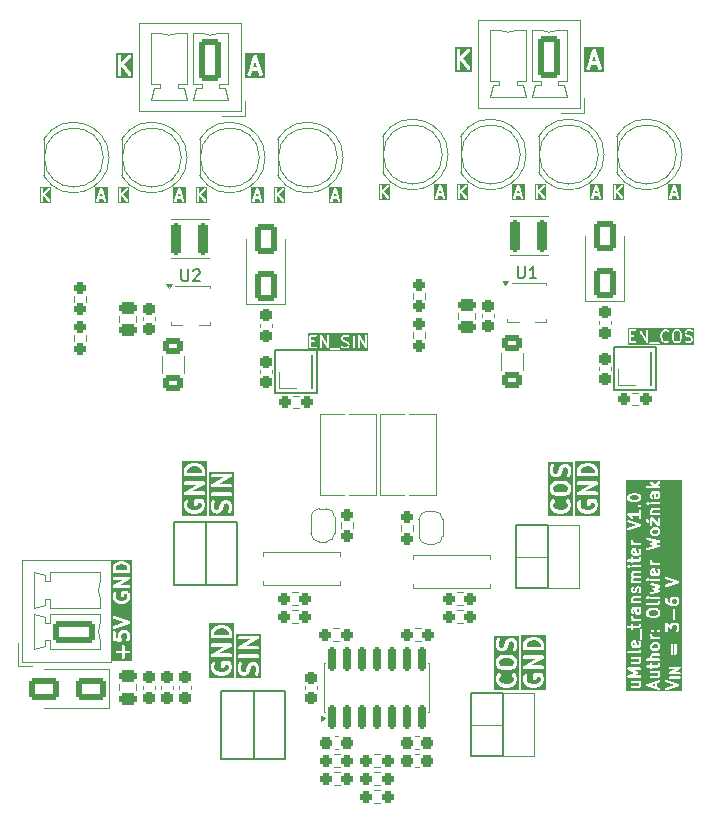
<source format=gbr>
%TF.GenerationSoftware,KiCad,Pcbnew,9.0.6*%
%TF.CreationDate,2026-01-06T23:31:54+01:00*%
%TF.ProjectId,uMule_transmiter,754d756c-655f-4747-9261-6e736d697465,rev?*%
%TF.SameCoordinates,Original*%
%TF.FileFunction,Legend,Top*%
%TF.FilePolarity,Positive*%
%FSLAX46Y46*%
G04 Gerber Fmt 4.6, Leading zero omitted, Abs format (unit mm)*
G04 Created by KiCad (PCBNEW 9.0.6) date 2026-01-06 23:31:54*
%MOMM*%
%LPD*%
G01*
G04 APERTURE LIST*
G04 Aperture macros list*
%AMRoundRect*
0 Rectangle with rounded corners*
0 $1 Rounding radius*
0 $2 $3 $4 $5 $6 $7 $8 $9 X,Y pos of 4 corners*
0 Add a 4 corners polygon primitive as box body*
4,1,4,$2,$3,$4,$5,$6,$7,$8,$9,$2,$3,0*
0 Add four circle primitives for the rounded corners*
1,1,$1+$1,$2,$3*
1,1,$1+$1,$4,$5*
1,1,$1+$1,$6,$7*
1,1,$1+$1,$8,$9*
0 Add four rect primitives between the rounded corners*
20,1,$1+$1,$2,$3,$4,$5,0*
20,1,$1+$1,$4,$5,$6,$7,0*
20,1,$1+$1,$6,$7,$8,$9,0*
20,1,$1+$1,$8,$9,$2,$3,0*%
%AMFreePoly0*
4,1,23,0.500000,-0.750000,0.000000,-0.750000,0.000000,-0.745722,-0.065263,-0.745722,-0.191342,-0.711940,-0.304381,-0.646677,-0.396677,-0.554381,-0.461940,-0.441342,-0.495722,-0.315263,-0.495722,-0.250000,-0.500000,-0.250000,-0.500000,0.250000,-0.495722,0.250000,-0.495722,0.315263,-0.461940,0.441342,-0.396677,0.554381,-0.304381,0.646677,-0.191342,0.711940,-0.065263,0.745722,0.000000,0.745722,
0.000000,0.750000,0.500000,0.750000,0.500000,-0.750000,0.500000,-0.750000,$1*%
%AMFreePoly1*
4,1,23,0.000000,0.745722,0.065263,0.745722,0.191342,0.711940,0.304381,0.646677,0.396677,0.554381,0.461940,0.441342,0.495722,0.315263,0.495722,0.250000,0.500000,0.250000,0.500000,-0.250000,0.495722,-0.250000,0.495722,-0.315263,0.461940,-0.441342,0.396677,-0.554381,0.304381,-0.646677,0.191342,-0.711940,0.065263,-0.745722,0.000000,-0.745722,0.000000,-0.750000,-0.500000,-0.750000,
-0.500000,0.750000,0.000000,0.750000,0.000000,0.745722,0.000000,0.745722,$1*%
G04 Aperture macros list end*
%ADD10C,0.150000*%
%ADD11C,0.200000*%
%ADD12C,0.300000*%
%ADD13C,0.250000*%
%ADD14C,0.120000*%
%ADD15RoundRect,0.237500X-0.237500X0.300000X-0.237500X-0.300000X0.237500X-0.300000X0.237500X0.300000X0*%
%ADD16RoundRect,0.237500X0.250000X0.237500X-0.250000X0.237500X-0.250000X-0.237500X0.250000X-0.237500X0*%
%ADD17RoundRect,0.237500X-0.250000X-0.237500X0.250000X-0.237500X0.250000X0.237500X-0.250000X0.237500X0*%
%ADD18RoundRect,0.250000X1.550000X-0.650000X1.550000X0.650000X-1.550000X0.650000X-1.550000X-0.650000X0*%
%ADD19O,3.600000X1.800000*%
%ADD20RoundRect,0.237500X-0.237500X0.250000X-0.237500X-0.250000X0.237500X-0.250000X0.237500X0.250000X0*%
%ADD21RoundRect,0.250000X-0.625000X0.400000X-0.625000X-0.400000X0.625000X-0.400000X0.625000X0.400000X0*%
%ADD22C,0.800000*%
%ADD23C,6.400000*%
%ADD24C,1.440000*%
%ADD25R,1.700000X1.700000*%
%ADD26C,1.700000*%
%ADD27RoundRect,0.150000X0.150000X-0.825000X0.150000X0.825000X-0.150000X0.825000X-0.150000X-0.825000X0*%
%ADD28R,1.800000X1.800000*%
%ADD29C,1.800000*%
%ADD30RoundRect,0.237500X0.237500X-0.300000X0.237500X0.300000X-0.237500X0.300000X-0.237500X-0.300000X0*%
%ADD31RoundRect,0.237500X0.300000X0.237500X-0.300000X0.237500X-0.300000X-0.237500X0.300000X-0.237500X0*%
%ADD32RoundRect,0.250000X0.650000X-1.000000X0.650000X1.000000X-0.650000X1.000000X-0.650000X-1.000000X0*%
%ADD33C,1.600000*%
%ADD34RoundRect,0.250000X0.650000X1.550000X-0.650000X1.550000X-0.650000X-1.550000X0.650000X-1.550000X0*%
%ADD35O,1.800000X3.600000*%
%ADD36RoundRect,0.200000X-0.200000X-1.150000X0.200000X-1.150000X0.200000X1.150000X-0.200000X1.150000X0*%
%ADD37RoundRect,0.250000X1.000000X0.650000X-1.000000X0.650000X-1.000000X-0.650000X1.000000X-0.650000X0*%
%ADD38RoundRect,0.250000X-0.475000X0.250000X-0.475000X-0.250000X0.475000X-0.250000X0.475000X0.250000X0*%
%ADD39RoundRect,0.237500X-0.300000X-0.237500X0.300000X-0.237500X0.300000X0.237500X-0.300000X0.237500X0*%
%ADD40FreePoly0,270.000000*%
%ADD41FreePoly1,270.000000*%
%ADD42R,0.300000X0.400000*%
%ADD43O,0.650000X0.400000*%
%ADD44R,0.650000X1.000000*%
%ADD45R,1.650000X2.400000*%
%ADD46RoundRect,0.250000X0.475000X-0.250000X0.475000X0.250000X-0.475000X0.250000X-0.475000X-0.250000X0*%
G04 APERTURE END LIST*
D10*
X145034000Y-114698000D02*
X147684000Y-114698000D01*
X147684000Y-119998000D01*
X145034000Y-119998000D01*
X145034000Y-114698000D01*
X149093000Y-129030000D02*
X151748000Y-129030000D01*
X151748000Y-134730000D01*
X149093000Y-134730000D01*
X149093000Y-129030000D01*
X142384000Y-114698000D02*
X145034000Y-114698000D01*
X145034000Y-119998000D01*
X142384000Y-119998000D01*
X142384000Y-114698000D01*
X171340000Y-114952000D02*
X173990000Y-114952000D01*
X173990000Y-120252000D01*
X171340000Y-120252000D01*
X171340000Y-114952000D01*
X167530000Y-129176000D02*
X170180000Y-129176000D01*
X170180000Y-134476000D01*
X167530000Y-134476000D01*
X167530000Y-129176000D01*
X150884000Y-100076000D02*
X154424000Y-100076000D01*
X154424000Y-103724500D01*
X150884000Y-103724500D01*
X150884000Y-100076000D01*
X179586000Y-99822000D02*
X183126000Y-99822000D01*
X183126000Y-103470500D01*
X179586000Y-103470500D01*
X179586000Y-99822000D01*
X146304000Y-129030000D02*
X149093000Y-129030000D01*
X149093000Y-134730000D01*
X146304000Y-134730000D01*
X146304000Y-129030000D01*
D11*
G36*
X156107502Y-87111504D02*
G01*
X155908797Y-87111504D01*
X156008149Y-86813446D01*
X156107502Y-87111504D01*
G37*
G36*
X156551808Y-87707545D02*
G01*
X155464490Y-87707545D01*
X155464490Y-87484712D01*
X155575601Y-87484712D01*
X155578367Y-87523632D01*
X155595817Y-87558531D01*
X155625293Y-87584096D01*
X155662309Y-87596434D01*
X155701229Y-87593668D01*
X155736128Y-87576218D01*
X155761693Y-87546742D01*
X155769684Y-87528842D01*
X155842130Y-87311504D01*
X156174168Y-87311504D01*
X156246614Y-87528841D01*
X156254605Y-87546742D01*
X156280170Y-87576218D01*
X156315069Y-87593667D01*
X156353989Y-87596434D01*
X156391005Y-87584095D01*
X156420481Y-87558530D01*
X156437931Y-87523631D01*
X156440697Y-87484711D01*
X156436350Y-87465596D01*
X156103017Y-86465596D01*
X156095026Y-86447696D01*
X156090341Y-86442294D01*
X156087148Y-86435908D01*
X156077679Y-86427695D01*
X156069461Y-86418220D01*
X156063069Y-86415023D01*
X156057672Y-86410343D01*
X156045778Y-86406378D01*
X156034562Y-86400770D01*
X156027434Y-86400263D01*
X156020656Y-86398004D01*
X156008151Y-86398893D01*
X155995642Y-86398004D01*
X155988860Y-86400264D01*
X155981736Y-86400771D01*
X155970527Y-86406374D01*
X155958626Y-86410342D01*
X155953225Y-86415025D01*
X155946837Y-86418220D01*
X155938621Y-86427691D01*
X155929150Y-86435907D01*
X155925955Y-86442296D01*
X155921272Y-86447696D01*
X155913281Y-86465597D01*
X155579948Y-87465596D01*
X155575601Y-87484712D01*
X155464490Y-87484712D01*
X155464490Y-86286893D01*
X156551808Y-86286893D01*
X156551808Y-87707545D01*
G37*
G36*
X149503502Y-87111504D02*
G01*
X149304797Y-87111504D01*
X149404149Y-86813446D01*
X149503502Y-87111504D01*
G37*
G36*
X149947808Y-87707545D02*
G01*
X148860490Y-87707545D01*
X148860490Y-87484712D01*
X148971601Y-87484712D01*
X148974367Y-87523632D01*
X148991817Y-87558531D01*
X149021293Y-87584096D01*
X149058309Y-87596434D01*
X149097229Y-87593668D01*
X149132128Y-87576218D01*
X149157693Y-87546742D01*
X149165684Y-87528842D01*
X149238130Y-87311504D01*
X149570168Y-87311504D01*
X149642614Y-87528841D01*
X149650605Y-87546742D01*
X149676170Y-87576218D01*
X149711069Y-87593667D01*
X149749989Y-87596434D01*
X149787005Y-87584095D01*
X149816481Y-87558530D01*
X149833931Y-87523631D01*
X149836697Y-87484711D01*
X149832350Y-87465596D01*
X149499017Y-86465596D01*
X149491026Y-86447696D01*
X149486341Y-86442294D01*
X149483148Y-86435908D01*
X149473679Y-86427695D01*
X149465461Y-86418220D01*
X149459069Y-86415023D01*
X149453672Y-86410343D01*
X149441778Y-86406378D01*
X149430562Y-86400770D01*
X149423434Y-86400263D01*
X149416656Y-86398004D01*
X149404151Y-86398893D01*
X149391642Y-86398004D01*
X149384860Y-86400264D01*
X149377736Y-86400771D01*
X149366527Y-86406374D01*
X149354626Y-86410342D01*
X149349225Y-86415025D01*
X149342837Y-86418220D01*
X149334621Y-86427691D01*
X149325150Y-86435907D01*
X149321955Y-86442296D01*
X149317272Y-86447696D01*
X149309281Y-86465597D01*
X148975948Y-87465596D01*
X148971601Y-87484712D01*
X148860490Y-87484712D01*
X148860490Y-86286893D01*
X149947808Y-86286893D01*
X149947808Y-87707545D01*
G37*
D12*
G36*
X146711328Y-123745871D02*
G01*
X146817688Y-123799052D01*
X146918294Y-123899657D01*
X146970828Y-124057259D01*
X146970828Y-124240060D01*
X145770828Y-124240060D01*
X145770828Y-124057257D01*
X145823361Y-123899658D01*
X145923968Y-123799051D01*
X146030327Y-123745872D01*
X146282149Y-123682917D01*
X146459507Y-123682917D01*
X146711328Y-123745871D01*
G37*
G36*
X147437495Y-127849584D02*
G01*
X145304161Y-127849584D01*
X145304161Y-126818632D01*
X145470828Y-126818632D01*
X145470828Y-127032917D01*
X145472286Y-127047728D01*
X145472006Y-127051678D01*
X145473187Y-127056872D01*
X145473710Y-127062181D01*
X145475227Y-127065843D01*
X145478526Y-127080351D01*
X145549954Y-127294637D01*
X145561943Y-127321488D01*
X145565473Y-127325558D01*
X145567536Y-127330538D01*
X145586191Y-127353269D01*
X145729048Y-127496126D01*
X145740550Y-127505566D01*
X145743146Y-127508559D01*
X145747655Y-127511397D01*
X145751778Y-127514781D01*
X145755440Y-127516297D01*
X145768032Y-127524224D01*
X145910888Y-127595653D01*
X145913030Y-127596472D01*
X145913900Y-127597117D01*
X145926171Y-127601501D01*
X145938352Y-127606162D01*
X145939432Y-127606238D01*
X145941591Y-127607010D01*
X146227305Y-127678438D01*
X146232376Y-127679187D01*
X146234421Y-127680035D01*
X146245443Y-127681120D01*
X146256394Y-127682740D01*
X146258581Y-127682414D01*
X146263685Y-127682917D01*
X146477971Y-127682917D01*
X146483074Y-127682414D01*
X146485262Y-127682740D01*
X146496212Y-127681120D01*
X146507235Y-127680035D01*
X146509279Y-127679187D01*
X146514351Y-127678438D01*
X146800065Y-127607010D01*
X146802223Y-127606238D01*
X146803304Y-127606162D01*
X146815478Y-127601503D01*
X146827756Y-127597117D01*
X146828626Y-127596472D01*
X146830767Y-127595653D01*
X146973624Y-127524224D01*
X146986217Y-127516296D01*
X146989877Y-127514781D01*
X146993996Y-127511399D01*
X146998510Y-127508559D01*
X147001106Y-127505565D01*
X147012608Y-127496126D01*
X147155466Y-127353269D01*
X147174121Y-127330539D01*
X147176183Y-127325559D01*
X147179715Y-127321488D01*
X147191703Y-127294637D01*
X147263131Y-127080351D01*
X147266430Y-127065838D01*
X147267946Y-127062181D01*
X147268468Y-127056878D01*
X147269651Y-127051677D01*
X147269369Y-127047722D01*
X147270828Y-127032917D01*
X147270828Y-126890060D01*
X147269369Y-126875254D01*
X147269651Y-126871300D01*
X147268468Y-126866098D01*
X147267946Y-126860796D01*
X147266430Y-126857138D01*
X147263131Y-126842626D01*
X147191703Y-126628340D01*
X147179715Y-126601489D01*
X147176181Y-126597414D01*
X147174120Y-126592438D01*
X147155465Y-126569707D01*
X147084036Y-126498279D01*
X147061310Y-126479629D01*
X147061307Y-126479626D01*
X147007235Y-126457228D01*
X146977971Y-126454346D01*
X146477971Y-126454346D01*
X146448707Y-126457228D01*
X146394635Y-126479626D01*
X146353251Y-126521010D01*
X146330853Y-126575082D01*
X146327971Y-126604346D01*
X146327971Y-126890060D01*
X146330853Y-126919324D01*
X146353251Y-126973396D01*
X146394635Y-127014780D01*
X146448707Y-127037178D01*
X146507235Y-127037178D01*
X146561307Y-127014780D01*
X146602691Y-126973396D01*
X146625089Y-126919324D01*
X146627971Y-126890060D01*
X146627971Y-126754346D01*
X146915840Y-126754346D01*
X146918294Y-126756800D01*
X146970828Y-126914402D01*
X146970828Y-127008574D01*
X146918294Y-127166176D01*
X146817688Y-127266781D01*
X146711328Y-127319962D01*
X146459507Y-127382917D01*
X146282149Y-127382917D01*
X146030327Y-127319961D01*
X145923968Y-127266782D01*
X145823361Y-127166175D01*
X145770828Y-127008576D01*
X145770828Y-126854042D01*
X145826421Y-126742856D01*
X145836931Y-126715393D01*
X145841079Y-126657013D01*
X145822571Y-126601490D01*
X145784225Y-126557275D01*
X145731876Y-126531100D01*
X145673495Y-126526952D01*
X145617973Y-126545460D01*
X145573758Y-126583806D01*
X145558093Y-126608692D01*
X145486664Y-126751550D01*
X145476154Y-126779013D01*
X145475771Y-126784390D01*
X145473710Y-126789368D01*
X145470828Y-126818632D01*
X145304161Y-126818632D01*
X145304161Y-125951012D01*
X145471194Y-125951012D01*
X145473710Y-125970803D01*
X145473710Y-125990753D01*
X145477369Y-125999586D01*
X145478575Y-126009072D01*
X145488473Y-126026394D01*
X145496108Y-126044825D01*
X145502868Y-126051585D01*
X145507613Y-126059888D01*
X145523384Y-126072101D01*
X145537492Y-126086209D01*
X145546327Y-126089868D01*
X145553887Y-126095723D01*
X145573131Y-126100971D01*
X145591564Y-126108607D01*
X145606530Y-126110080D01*
X145610351Y-126111123D01*
X145613302Y-126110747D01*
X145620828Y-126111489D01*
X147120828Y-126111489D01*
X147150092Y-126108607D01*
X147204164Y-126086209D01*
X147245548Y-126044825D01*
X147267946Y-125990753D01*
X147267946Y-125932225D01*
X147245548Y-125878153D01*
X147204164Y-125836769D01*
X147150092Y-125814371D01*
X147120828Y-125811489D01*
X146185662Y-125811489D01*
X147195249Y-125234582D01*
X147201416Y-125230204D01*
X147204164Y-125229066D01*
X147206963Y-125226266D01*
X147219227Y-125217561D01*
X147231442Y-125201787D01*
X147245548Y-125187682D01*
X147249206Y-125178848D01*
X147255063Y-125171287D01*
X147260312Y-125152038D01*
X147267946Y-125133610D01*
X147267946Y-125124048D01*
X147270462Y-125114823D01*
X147267946Y-125095031D01*
X147267946Y-125075082D01*
X147264286Y-125066248D01*
X147263081Y-125056763D01*
X147253182Y-125039440D01*
X147245548Y-125021010D01*
X147238787Y-125014249D01*
X147234043Y-125005947D01*
X147218271Y-124993733D01*
X147204164Y-124979626D01*
X147195328Y-124975966D01*
X147187769Y-124970112D01*
X147168524Y-124964863D01*
X147150092Y-124957228D01*
X147135127Y-124955754D01*
X147131306Y-124954712D01*
X147128354Y-124955087D01*
X147120828Y-124954346D01*
X145620828Y-124954346D01*
X145591564Y-124957228D01*
X145537492Y-124979626D01*
X145496108Y-125021010D01*
X145473710Y-125075082D01*
X145473710Y-125133610D01*
X145496108Y-125187682D01*
X145537492Y-125229066D01*
X145591564Y-125251464D01*
X145620828Y-125254346D01*
X146555993Y-125254346D01*
X145546407Y-125831253D01*
X145540239Y-125835630D01*
X145537492Y-125836769D01*
X145534692Y-125839568D01*
X145522429Y-125848274D01*
X145510215Y-125864045D01*
X145496108Y-125878153D01*
X145492448Y-125886988D01*
X145486594Y-125894548D01*
X145481345Y-125913792D01*
X145473710Y-125932225D01*
X145473710Y-125941787D01*
X145471194Y-125951012D01*
X145304161Y-125951012D01*
X145304161Y-124032917D01*
X145470828Y-124032917D01*
X145470828Y-124390060D01*
X145473710Y-124419324D01*
X145496108Y-124473396D01*
X145537492Y-124514780D01*
X145591564Y-124537178D01*
X145620828Y-124540060D01*
X147120828Y-124540060D01*
X147150092Y-124537178D01*
X147204164Y-124514780D01*
X147245548Y-124473396D01*
X147267946Y-124419324D01*
X147270828Y-124390060D01*
X147270828Y-124032917D01*
X147269369Y-124018111D01*
X147269651Y-124014157D01*
X147268468Y-124008955D01*
X147267946Y-124003653D01*
X147266430Y-123999995D01*
X147263131Y-123985483D01*
X147191703Y-123771197D01*
X147179715Y-123744346D01*
X147176183Y-123740274D01*
X147174121Y-123735295D01*
X147155466Y-123712565D01*
X147012608Y-123569708D01*
X147001106Y-123560268D01*
X146998510Y-123557275D01*
X146993996Y-123554434D01*
X146989877Y-123551053D01*
X146986217Y-123549537D01*
X146973624Y-123541610D01*
X146830767Y-123470181D01*
X146828626Y-123469361D01*
X146827756Y-123468717D01*
X146815478Y-123464330D01*
X146803304Y-123459672D01*
X146802223Y-123459595D01*
X146800065Y-123458824D01*
X146514351Y-123387396D01*
X146509279Y-123386646D01*
X146507235Y-123385799D01*
X146496212Y-123384713D01*
X146485262Y-123383094D01*
X146483074Y-123383419D01*
X146477971Y-123382917D01*
X146263685Y-123382917D01*
X146258581Y-123383419D01*
X146256394Y-123383094D01*
X146245443Y-123384713D01*
X146234421Y-123385799D01*
X146232376Y-123386646D01*
X146227305Y-123387396D01*
X145941591Y-123458824D01*
X145939432Y-123459595D01*
X145938352Y-123459672D01*
X145926171Y-123464332D01*
X145913900Y-123468717D01*
X145913030Y-123469361D01*
X145910888Y-123470181D01*
X145768032Y-123541610D01*
X145755440Y-123549536D01*
X145751778Y-123551053D01*
X145747655Y-123554436D01*
X145743146Y-123557275D01*
X145740550Y-123560267D01*
X145729048Y-123569708D01*
X145586191Y-123712565D01*
X145567536Y-123735296D01*
X145565473Y-123740275D01*
X145561943Y-123744346D01*
X145549954Y-123771197D01*
X145478526Y-123985483D01*
X145475227Y-123999990D01*
X145473710Y-124003653D01*
X145473187Y-124008961D01*
X145472006Y-124014156D01*
X145472286Y-124018105D01*
X145470828Y-124032917D01*
X145304161Y-124032917D01*
X145304161Y-123216250D01*
X147437495Y-123216250D01*
X147437495Y-127849584D01*
G37*
D11*
G36*
X171601502Y-86857504D02*
G01*
X171402797Y-86857504D01*
X171502149Y-86559446D01*
X171601502Y-86857504D01*
G37*
G36*
X172045808Y-87453545D02*
G01*
X170958490Y-87453545D01*
X170958490Y-87230712D01*
X171069601Y-87230712D01*
X171072367Y-87269632D01*
X171089817Y-87304531D01*
X171119293Y-87330096D01*
X171156309Y-87342434D01*
X171195229Y-87339668D01*
X171230128Y-87322218D01*
X171255693Y-87292742D01*
X171263684Y-87274842D01*
X171336130Y-87057504D01*
X171668168Y-87057504D01*
X171740614Y-87274841D01*
X171748605Y-87292742D01*
X171774170Y-87322218D01*
X171809069Y-87339667D01*
X171847989Y-87342434D01*
X171885005Y-87330095D01*
X171914481Y-87304530D01*
X171931931Y-87269631D01*
X171934697Y-87230711D01*
X171930350Y-87211596D01*
X171597017Y-86211596D01*
X171589026Y-86193696D01*
X171584341Y-86188294D01*
X171581148Y-86181908D01*
X171571679Y-86173695D01*
X171563461Y-86164220D01*
X171557069Y-86161023D01*
X171551672Y-86156343D01*
X171539778Y-86152378D01*
X171528562Y-86146770D01*
X171521434Y-86146263D01*
X171514656Y-86144004D01*
X171502151Y-86144893D01*
X171489642Y-86144004D01*
X171482860Y-86146264D01*
X171475736Y-86146771D01*
X171464527Y-86152374D01*
X171452626Y-86156342D01*
X171447225Y-86161025D01*
X171440837Y-86164220D01*
X171432621Y-86173691D01*
X171423150Y-86181907D01*
X171419955Y-86188296D01*
X171415272Y-86193696D01*
X171407281Y-86211597D01*
X171073948Y-87211596D01*
X171069601Y-87230712D01*
X170958490Y-87230712D01*
X170958490Y-86032893D01*
X172045808Y-86032893D01*
X172045808Y-87453545D01*
G37*
D13*
G36*
X138176775Y-118303844D02*
G01*
X138265409Y-118348160D01*
X138349245Y-118431997D01*
X138393023Y-118563331D01*
X138393023Y-118715665D01*
X137393023Y-118715665D01*
X137393023Y-118563330D01*
X137436800Y-118431997D01*
X137520639Y-118348159D01*
X137609270Y-118303844D01*
X137819127Y-118251380D01*
X137966920Y-118251380D01*
X138176775Y-118303844D01*
G37*
G36*
X138781912Y-126423581D02*
G01*
X137004134Y-126423581D01*
X137004134Y-125661518D01*
X137443044Y-125661518D01*
X137443044Y-125710290D01*
X137461708Y-125755350D01*
X137496196Y-125789838D01*
X137541256Y-125808502D01*
X137565642Y-125810904D01*
X137916833Y-125810904D01*
X137916833Y-126162094D01*
X137919235Y-126186480D01*
X137937899Y-126231540D01*
X137972387Y-126266028D01*
X138017447Y-126284692D01*
X138066219Y-126284692D01*
X138111279Y-126266028D01*
X138145767Y-126231540D01*
X138164431Y-126186480D01*
X138166833Y-126162094D01*
X138166833Y-125810904D01*
X138518023Y-125810904D01*
X138542409Y-125808502D01*
X138587469Y-125789838D01*
X138621957Y-125755350D01*
X138640621Y-125710290D01*
X138640621Y-125661518D01*
X138621957Y-125616458D01*
X138587469Y-125581970D01*
X138542409Y-125563306D01*
X138518023Y-125560904D01*
X138166833Y-125560904D01*
X138166833Y-125209714D01*
X138164431Y-125185328D01*
X138145767Y-125140268D01*
X138111279Y-125105780D01*
X138066219Y-125087116D01*
X138017447Y-125087116D01*
X137972387Y-125105780D01*
X137937899Y-125140268D01*
X137919235Y-125185328D01*
X137916833Y-125209714D01*
X137916833Y-125560904D01*
X137565642Y-125560904D01*
X137541256Y-125563306D01*
X137496196Y-125581970D01*
X137461708Y-125616458D01*
X137443044Y-125661518D01*
X137004134Y-125661518D01*
X137004134Y-124019237D01*
X137143023Y-124019237D01*
X137143023Y-124614475D01*
X137143911Y-124623495D01*
X137143607Y-124626541D01*
X137144504Y-124629515D01*
X137145425Y-124638861D01*
X137152418Y-124655744D01*
X137157695Y-124673234D01*
X137161679Y-124678104D01*
X137164089Y-124683921D01*
X137177011Y-124696843D01*
X137188580Y-124710983D01*
X137194126Y-124713958D01*
X137198577Y-124718409D01*
X137215459Y-124725401D01*
X137231559Y-124734038D01*
X137240766Y-124735884D01*
X137243637Y-124737073D01*
X137246697Y-124737073D01*
X137255585Y-124738855D01*
X137850823Y-124798379D01*
X137875327Y-124798415D01*
X137881353Y-124796597D01*
X137887647Y-124796597D01*
X137904528Y-124789604D01*
X137922021Y-124784327D01*
X137926892Y-124780341D01*
X137932707Y-124777933D01*
X137945627Y-124765012D01*
X137959769Y-124753442D01*
X137962744Y-124747895D01*
X137967194Y-124743446D01*
X137974187Y-124726563D01*
X137982824Y-124710463D01*
X137983450Y-124704202D01*
X137985859Y-124698387D01*
X137985859Y-124680113D01*
X137987677Y-124661933D01*
X137985859Y-124655907D01*
X137985859Y-124649613D01*
X137978868Y-124632736D01*
X137973590Y-124615240D01*
X137969602Y-124610366D01*
X137967195Y-124604554D01*
X137951650Y-124585611D01*
X137906469Y-124540429D01*
X137869214Y-124465919D01*
X137869214Y-124227317D01*
X137906470Y-124152805D01*
X137937306Y-124121969D01*
X138011818Y-124084714D01*
X138250419Y-124084714D01*
X138324932Y-124121970D01*
X138355767Y-124152805D01*
X138393023Y-124227317D01*
X138393023Y-124465919D01*
X138355767Y-124540430D01*
X138310588Y-124585611D01*
X138295043Y-124604553D01*
X138276378Y-124649612D01*
X138276378Y-124698386D01*
X138295043Y-124743445D01*
X138329530Y-124777932D01*
X138374589Y-124796597D01*
X138423363Y-124796597D01*
X138468422Y-124777932D01*
X138487364Y-124762387D01*
X138546889Y-124702863D01*
X138554757Y-124693274D01*
X138557249Y-124691114D01*
X138559613Y-124687357D01*
X138562434Y-124683921D01*
X138563697Y-124680870D01*
X138570304Y-124670376D01*
X138629826Y-124551330D01*
X138638584Y-124528444D01*
X138638902Y-124523963D01*
X138640621Y-124519814D01*
X138643023Y-124495428D01*
X138643023Y-124197809D01*
X138640621Y-124173423D01*
X138638902Y-124169273D01*
X138638584Y-124164794D01*
X138629827Y-124141908D01*
X138570304Y-124022860D01*
X138563697Y-124012364D01*
X138562434Y-124009315D01*
X138559615Y-124005880D01*
X138557250Y-124002123D01*
X138554758Y-123999961D01*
X138546889Y-123990373D01*
X138487364Y-123930849D01*
X138477778Y-123922982D01*
X138475614Y-123920487D01*
X138471851Y-123918118D01*
X138468422Y-123915304D01*
X138465376Y-123914042D01*
X138454877Y-123907433D01*
X138335829Y-123847910D01*
X138312943Y-123839153D01*
X138308463Y-123838834D01*
X138304314Y-123837116D01*
X138279928Y-123834714D01*
X137982309Y-123834714D01*
X137957923Y-123837116D01*
X137953773Y-123838834D01*
X137949294Y-123839153D01*
X137926408Y-123847910D01*
X137807360Y-123907433D01*
X137796862Y-123914041D01*
X137793814Y-123915304D01*
X137790381Y-123918121D01*
X137786623Y-123920487D01*
X137784461Y-123922979D01*
X137774872Y-123930849D01*
X137715349Y-123990373D01*
X137707481Y-123999960D01*
X137704989Y-124002122D01*
X137702622Y-124005881D01*
X137699804Y-124009316D01*
X137698541Y-124012364D01*
X137691935Y-124022859D01*
X137632411Y-124141907D01*
X137623653Y-124164793D01*
X137623334Y-124169274D01*
X137621616Y-124173423D01*
X137619214Y-124197809D01*
X137619214Y-124495428D01*
X137621616Y-124519814D01*
X137623334Y-124523962D01*
X137623364Y-124524385D01*
X137393023Y-124501351D01*
X137393023Y-124019237D01*
X137390621Y-123994851D01*
X137371957Y-123949791D01*
X137337469Y-123915303D01*
X137292409Y-123896639D01*
X137243637Y-123896639D01*
X137198577Y-123915303D01*
X137164089Y-123949791D01*
X137145425Y-123994851D01*
X137143023Y-124019237D01*
X137004134Y-124019237D01*
X137004134Y-122753604D01*
X137144005Y-122753604D01*
X137147462Y-122802254D01*
X137169274Y-122845878D01*
X137206120Y-122877833D01*
X137228495Y-122887823D01*
X138122739Y-123185904D01*
X137228495Y-123483986D01*
X137206119Y-123493976D01*
X137169274Y-123525931D01*
X137147462Y-123569556D01*
X137144005Y-123618205D01*
X137159428Y-123664475D01*
X137191383Y-123701320D01*
X137235008Y-123723132D01*
X137283657Y-123726589D01*
X137307551Y-123721156D01*
X138557552Y-123304489D01*
X138579927Y-123294499D01*
X138586675Y-123288646D01*
X138594662Y-123284653D01*
X138604927Y-123272816D01*
X138616772Y-123262544D01*
X138620767Y-123254552D01*
X138626618Y-123247807D01*
X138631573Y-123232939D01*
X138638584Y-123218919D01*
X138639217Y-123210009D01*
X138642041Y-123201538D01*
X138640930Y-123185903D01*
X138642041Y-123170270D01*
X138639217Y-123161798D01*
X138638584Y-123152888D01*
X138631573Y-123138867D01*
X138626618Y-123124000D01*
X138620766Y-123117253D01*
X138616772Y-123109264D01*
X138604932Y-123098996D01*
X138594663Y-123087155D01*
X138586671Y-123083159D01*
X138579926Y-123077309D01*
X138557551Y-123067318D01*
X137307551Y-122650653D01*
X137283657Y-122645220D01*
X137235007Y-122648677D01*
X137191383Y-122670489D01*
X137159428Y-122707335D01*
X137144005Y-122753604D01*
X137004134Y-122753604D01*
X137004134Y-120864475D01*
X137143023Y-120864475D01*
X137143023Y-121043047D01*
X137144238Y-121055390D01*
X137144005Y-121058682D01*
X137144989Y-121063011D01*
X137145425Y-121067433D01*
X137146688Y-121070482D01*
X137149438Y-121082576D01*
X137208962Y-121261146D01*
X137218952Y-121283521D01*
X137221895Y-121286914D01*
X137223614Y-121291064D01*
X137239159Y-121310006D01*
X137358206Y-121429054D01*
X137367794Y-121436923D01*
X137369956Y-121439415D01*
X137373713Y-121441780D01*
X137377148Y-121444599D01*
X137380197Y-121445862D01*
X137390694Y-121452470D01*
X137509740Y-121511992D01*
X137511525Y-121512675D01*
X137512250Y-121513212D01*
X137522479Y-121516867D01*
X137532626Y-121520750D01*
X137533525Y-121520813D01*
X137535325Y-121521457D01*
X137773421Y-121580981D01*
X137777650Y-121581606D01*
X137779352Y-121582311D01*
X137788533Y-121583215D01*
X137797662Y-121584565D01*
X137799483Y-121584293D01*
X137803738Y-121584713D01*
X137982309Y-121584713D01*
X137986563Y-121584293D01*
X137988386Y-121584565D01*
X137997515Y-121583215D01*
X138006695Y-121582311D01*
X138008396Y-121581606D01*
X138012626Y-121580981D01*
X138250721Y-121521457D01*
X138252521Y-121520813D01*
X138253419Y-121520750D01*
X138263561Y-121516869D01*
X138273797Y-121513212D01*
X138274520Y-121512675D01*
X138276305Y-121511993D01*
X138395353Y-121452470D01*
X138405852Y-121445860D01*
X138408898Y-121444599D01*
X138412327Y-121441784D01*
X138416090Y-121439416D01*
X138418254Y-121436920D01*
X138427840Y-121429054D01*
X138546888Y-121310007D01*
X138562433Y-121291065D01*
X138564152Y-121286913D01*
X138567095Y-121283521D01*
X138577086Y-121261146D01*
X138636608Y-121082575D01*
X138639357Y-121070484D01*
X138640621Y-121067433D01*
X138641056Y-121063010D01*
X138642041Y-121058681D01*
X138641807Y-121055390D01*
X138643023Y-121043047D01*
X138643023Y-120923999D01*
X138641807Y-120911655D01*
X138642041Y-120908365D01*
X138641056Y-120904035D01*
X138640621Y-120899613D01*
X138639357Y-120896561D01*
X138636608Y-120884471D01*
X138577086Y-120705900D01*
X138567095Y-120683525D01*
X138564153Y-120680133D01*
X138562434Y-120675982D01*
X138546889Y-120657040D01*
X138487364Y-120597516D01*
X138468427Y-120581975D01*
X138468422Y-120581970D01*
X138436560Y-120568772D01*
X138423363Y-120563306D01*
X138423362Y-120563306D01*
X138398976Y-120560904D01*
X137982309Y-120560904D01*
X137957923Y-120563306D01*
X137912863Y-120581970D01*
X137878375Y-120616458D01*
X137859711Y-120661518D01*
X137857309Y-120685904D01*
X137857309Y-120923999D01*
X137859711Y-120948385D01*
X137878375Y-120993445D01*
X137912863Y-121027933D01*
X137957923Y-121046597D01*
X138006695Y-121046597D01*
X138051755Y-121027933D01*
X138086243Y-120993445D01*
X138104907Y-120948385D01*
X138107309Y-120923999D01*
X138107309Y-120810904D01*
X138347199Y-120810904D01*
X138349245Y-120812949D01*
X138393023Y-120944284D01*
X138393023Y-121022761D01*
X138349245Y-121154095D01*
X138265409Y-121237932D01*
X138176775Y-121282248D01*
X137966920Y-121334713D01*
X137819127Y-121334713D01*
X137609270Y-121282248D01*
X137520639Y-121237933D01*
X137436800Y-121154095D01*
X137393023Y-121022762D01*
X137393023Y-120893983D01*
X137439350Y-120801330D01*
X137448108Y-120778444D01*
X137451566Y-120729795D01*
X137436142Y-120683524D01*
X137404186Y-120646679D01*
X137360563Y-120624867D01*
X137311914Y-120621409D01*
X137265643Y-120636833D01*
X137228798Y-120668789D01*
X137215744Y-120689526D01*
X137156220Y-120808573D01*
X137147462Y-120831459D01*
X137147143Y-120835940D01*
X137145425Y-120840089D01*
X137143023Y-120864475D01*
X137004134Y-120864475D01*
X137004134Y-120141459D01*
X137143328Y-120141459D01*
X137145425Y-120157953D01*
X137145425Y-120174575D01*
X137148473Y-120181935D01*
X137149479Y-120189842D01*
X137157727Y-120204276D01*
X137164089Y-120219635D01*
X137169723Y-120225269D01*
X137173677Y-120232188D01*
X137186821Y-120242367D01*
X137198577Y-120254123D01*
X137205937Y-120257171D01*
X137212238Y-120262051D01*
X137228279Y-120266425D01*
X137243637Y-120272787D01*
X137256108Y-120274015D01*
X137259293Y-120274884D01*
X137261752Y-120274571D01*
X137268023Y-120275189D01*
X138518023Y-120275189D01*
X138542409Y-120272787D01*
X138587469Y-120254123D01*
X138621957Y-120219635D01*
X138640621Y-120174575D01*
X138640621Y-120125803D01*
X138621957Y-120080743D01*
X138587469Y-120046255D01*
X138542409Y-120027591D01*
X138518023Y-120025189D01*
X137738718Y-120025189D01*
X138580041Y-119544434D01*
X138585179Y-119540786D01*
X138587469Y-119539838D01*
X138589802Y-119537504D01*
X138600022Y-119530250D01*
X138610201Y-119517105D01*
X138621957Y-119505350D01*
X138625005Y-119497989D01*
X138629885Y-119491689D01*
X138634259Y-119475647D01*
X138640621Y-119460290D01*
X138640621Y-119452323D01*
X138642718Y-119444634D01*
X138640621Y-119428139D01*
X138640621Y-119411518D01*
X138637572Y-119404157D01*
X138636567Y-119396251D01*
X138628318Y-119381816D01*
X138621957Y-119366458D01*
X138616322Y-119360823D01*
X138612369Y-119353905D01*
X138599223Y-119343724D01*
X138587469Y-119331970D01*
X138580110Y-119328921D01*
X138573809Y-119324042D01*
X138557764Y-119319666D01*
X138542409Y-119313306D01*
X138529939Y-119312077D01*
X138526754Y-119311209D01*
X138524294Y-119311521D01*
X138518023Y-119310904D01*
X137268023Y-119310904D01*
X137243637Y-119313306D01*
X137198577Y-119331970D01*
X137164089Y-119366458D01*
X137145425Y-119411518D01*
X137145425Y-119460290D01*
X137164089Y-119505350D01*
X137198577Y-119539838D01*
X137243637Y-119558502D01*
X137268023Y-119560904D01*
X138047327Y-119560904D01*
X137206006Y-120041659D01*
X137200868Y-120045305D01*
X137198577Y-120046255D01*
X137196242Y-120048589D01*
X137186024Y-120055843D01*
X137175844Y-120068987D01*
X137164089Y-120080743D01*
X137161040Y-120088103D01*
X137156161Y-120094404D01*
X137151786Y-120110445D01*
X137145425Y-120125803D01*
X137145425Y-120133769D01*
X137143328Y-120141459D01*
X137004134Y-120141459D01*
X137004134Y-118543046D01*
X137143023Y-118543046D01*
X137143023Y-118840665D01*
X137145425Y-118865051D01*
X137164089Y-118910111D01*
X137198577Y-118944599D01*
X137243637Y-118963263D01*
X137268023Y-118965665D01*
X138518023Y-118965665D01*
X138542409Y-118963263D01*
X138587469Y-118944599D01*
X138621957Y-118910111D01*
X138640621Y-118865051D01*
X138643023Y-118840665D01*
X138643023Y-118543046D01*
X138641807Y-118530702D01*
X138642041Y-118527412D01*
X138641056Y-118523082D01*
X138640621Y-118518660D01*
X138639357Y-118515608D01*
X138636608Y-118503518D01*
X138577086Y-118324947D01*
X138567095Y-118302572D01*
X138564152Y-118299179D01*
X138562433Y-118295028D01*
X138546888Y-118276086D01*
X138427840Y-118157039D01*
X138418254Y-118149172D01*
X138416090Y-118146677D01*
X138412327Y-118144308D01*
X138408898Y-118141494D01*
X138405852Y-118140232D01*
X138395353Y-118133623D01*
X138276305Y-118074100D01*
X138274520Y-118073417D01*
X138273797Y-118072881D01*
X138263561Y-118069223D01*
X138253419Y-118065343D01*
X138252521Y-118065279D01*
X138250721Y-118064636D01*
X138012626Y-118005112D01*
X138008396Y-118004486D01*
X138006695Y-118003782D01*
X137997515Y-118002877D01*
X137988386Y-118001528D01*
X137986563Y-118001799D01*
X137982309Y-118001380D01*
X137803738Y-118001380D01*
X137799483Y-118001799D01*
X137797662Y-118001528D01*
X137788533Y-118002877D01*
X137779352Y-118003782D01*
X137777650Y-118004486D01*
X137773421Y-118005112D01*
X137535325Y-118064636D01*
X137533525Y-118065279D01*
X137532626Y-118065343D01*
X137522479Y-118069225D01*
X137512250Y-118072881D01*
X137511525Y-118073417D01*
X137509740Y-118074101D01*
X137390694Y-118133623D01*
X137380197Y-118140230D01*
X137377148Y-118141494D01*
X137373713Y-118144312D01*
X137369956Y-118146678D01*
X137367794Y-118149169D01*
X137358206Y-118157039D01*
X137239159Y-118276087D01*
X137223614Y-118295029D01*
X137221895Y-118299178D01*
X137218952Y-118302572D01*
X137208962Y-118324947D01*
X137149438Y-118503517D01*
X137146688Y-118515610D01*
X137145425Y-118518660D01*
X137144989Y-118523081D01*
X137144005Y-118527411D01*
X137144238Y-118530702D01*
X137143023Y-118543046D01*
X137004134Y-118543046D01*
X137004134Y-117862491D01*
X138781912Y-117862491D01*
X138781912Y-126423581D01*
G37*
D11*
G36*
X164997502Y-86857504D02*
G01*
X164798797Y-86857504D01*
X164898149Y-86559446D01*
X164997502Y-86857504D01*
G37*
G36*
X165441808Y-87453545D02*
G01*
X164354490Y-87453545D01*
X164354490Y-87230712D01*
X164465601Y-87230712D01*
X164468367Y-87269632D01*
X164485817Y-87304531D01*
X164515293Y-87330096D01*
X164552309Y-87342434D01*
X164591229Y-87339668D01*
X164626128Y-87322218D01*
X164651693Y-87292742D01*
X164659684Y-87274842D01*
X164732130Y-87057504D01*
X165064168Y-87057504D01*
X165136614Y-87274841D01*
X165144605Y-87292742D01*
X165170170Y-87322218D01*
X165205069Y-87339667D01*
X165243989Y-87342434D01*
X165281005Y-87330095D01*
X165310481Y-87304530D01*
X165327931Y-87269631D01*
X165330697Y-87230711D01*
X165326350Y-87211596D01*
X164993017Y-86211596D01*
X164985026Y-86193696D01*
X164980341Y-86188294D01*
X164977148Y-86181908D01*
X164967679Y-86173695D01*
X164959461Y-86164220D01*
X164953069Y-86161023D01*
X164947672Y-86156343D01*
X164935778Y-86152378D01*
X164924562Y-86146770D01*
X164917434Y-86146263D01*
X164910656Y-86144004D01*
X164898151Y-86144893D01*
X164885642Y-86144004D01*
X164878860Y-86146264D01*
X164871736Y-86146771D01*
X164860527Y-86152374D01*
X164848626Y-86156342D01*
X164843225Y-86161025D01*
X164836837Y-86164220D01*
X164828621Y-86173691D01*
X164819150Y-86181907D01*
X164815955Y-86188296D01*
X164811272Y-86193696D01*
X164803281Y-86211597D01*
X164469948Y-87211596D01*
X164465601Y-87230712D01*
X164354490Y-87230712D01*
X164354490Y-86032893D01*
X165441808Y-86032893D01*
X165441808Y-87453545D01*
G37*
D10*
G36*
X158790400Y-100186658D02*
G01*
X153703893Y-100186658D01*
X153703893Y-99985915D01*
X155530731Y-99985915D01*
X155530731Y-100015179D01*
X155541930Y-100042215D01*
X155562622Y-100062907D01*
X155589658Y-100074106D01*
X155604290Y-100075547D01*
X156366194Y-100075547D01*
X156380826Y-100074106D01*
X156407862Y-100062907D01*
X156428554Y-100042215D01*
X156439753Y-100015179D01*
X156439753Y-99985915D01*
X156428554Y-99958879D01*
X156407862Y-99938187D01*
X156380826Y-99926988D01*
X156366194Y-99925547D01*
X155604290Y-99925547D01*
X155589658Y-99926988D01*
X155562622Y-99938187D01*
X155541930Y-99958879D01*
X155530731Y-99985915D01*
X153703893Y-99985915D01*
X153703893Y-98905309D01*
X153815004Y-98905309D01*
X153815004Y-99905309D01*
X153816445Y-99919941D01*
X153827644Y-99946977D01*
X153848336Y-99967669D01*
X153875372Y-99978868D01*
X153890004Y-99980309D01*
X154366194Y-99980309D01*
X154380826Y-99978868D01*
X154407862Y-99967669D01*
X154428554Y-99946977D01*
X154439753Y-99919941D01*
X154439753Y-99890677D01*
X154428554Y-99863641D01*
X154407862Y-99842949D01*
X154380826Y-99831750D01*
X154366194Y-99830309D01*
X153965004Y-99830309D01*
X153965004Y-99456499D01*
X154223337Y-99456499D01*
X154237969Y-99455058D01*
X154265005Y-99443859D01*
X154285697Y-99423167D01*
X154296896Y-99396131D01*
X154296896Y-99366867D01*
X154285697Y-99339831D01*
X154265005Y-99319139D01*
X154237969Y-99307940D01*
X154223337Y-99306499D01*
X153965004Y-99306499D01*
X153965004Y-98980309D01*
X154366194Y-98980309D01*
X154380826Y-98978868D01*
X154407862Y-98967669D01*
X154428554Y-98946977D01*
X154439753Y-98919941D01*
X154439753Y-98905309D01*
X154719766Y-98905309D01*
X154719766Y-99905309D01*
X154721207Y-99919941D01*
X154732406Y-99946977D01*
X154753098Y-99967669D01*
X154780134Y-99978868D01*
X154809398Y-99978868D01*
X154836434Y-99967669D01*
X154857126Y-99946977D01*
X154868325Y-99919941D01*
X154869766Y-99905309D01*
X154869766Y-99187725D01*
X155301076Y-99942520D01*
X155303265Y-99945604D01*
X155303834Y-99946977D01*
X155305231Y-99948374D01*
X155309586Y-99954509D01*
X155317474Y-99960617D01*
X155324526Y-99967669D01*
X155328944Y-99969499D01*
X155332724Y-99972426D01*
X155342345Y-99975050D01*
X155351562Y-99978868D01*
X155356343Y-99978868D01*
X155360955Y-99980126D01*
X155370852Y-99978868D01*
X155380826Y-99978868D01*
X155385241Y-99977038D01*
X155389985Y-99976436D01*
X155398649Y-99971485D01*
X155407862Y-99967669D01*
X155411240Y-99964290D01*
X155415394Y-99961917D01*
X155421503Y-99954027D01*
X155428554Y-99946977D01*
X155430383Y-99942560D01*
X155433311Y-99938780D01*
X155435935Y-99929156D01*
X155439753Y-99919941D01*
X155440489Y-99912458D01*
X155441011Y-99910548D01*
X155440823Y-99909072D01*
X155441194Y-99905309D01*
X155441194Y-99095785D01*
X156481671Y-99095785D01*
X156481671Y-99191023D01*
X156483112Y-99205655D01*
X156484143Y-99208144D01*
X156484334Y-99210832D01*
X156489589Y-99224564D01*
X156537208Y-99319802D01*
X156541172Y-99326101D01*
X156541930Y-99327929D01*
X156543618Y-99329985D01*
X156545040Y-99332245D01*
X156546538Y-99333544D01*
X156551257Y-99339294D01*
X156598876Y-99386913D01*
X156604625Y-99391631D01*
X156605925Y-99393130D01*
X156608184Y-99394551D01*
X156610241Y-99396240D01*
X156612068Y-99396997D01*
X156618368Y-99400962D01*
X156713606Y-99448581D01*
X156714675Y-99448990D01*
X156715111Y-99449313D01*
X156721247Y-99451505D01*
X156727337Y-99453836D01*
X156727877Y-99453874D01*
X156728957Y-99454260D01*
X156911447Y-99499882D01*
X156988434Y-99538376D01*
X157018841Y-99568783D01*
X157053099Y-99637299D01*
X157053099Y-99697127D01*
X157018840Y-99765643D01*
X156988433Y-99796051D01*
X156919918Y-99830309D01*
X156711698Y-99830309D01*
X156580388Y-99786539D01*
X156566051Y-99783279D01*
X156536861Y-99785354D01*
X156510688Y-99798440D01*
X156491514Y-99820547D01*
X156482260Y-99848310D01*
X156484335Y-99877500D01*
X156497421Y-99903673D01*
X156519528Y-99922847D01*
X156532954Y-99928841D01*
X156675810Y-99976460D01*
X156683065Y-99978109D01*
X156684896Y-99978868D01*
X156687549Y-99979129D01*
X156690147Y-99979720D01*
X156692121Y-99979579D01*
X156699528Y-99980309D01*
X156937623Y-99980309D01*
X156952255Y-99978868D01*
X156954744Y-99977836D01*
X156957432Y-99977646D01*
X156971164Y-99972391D01*
X157066402Y-99924772D01*
X157072701Y-99920807D01*
X157074529Y-99920050D01*
X157076585Y-99918362D01*
X157078845Y-99916940D01*
X157080145Y-99915440D01*
X157085895Y-99910722D01*
X157133513Y-99863103D01*
X157138231Y-99857353D01*
X157139730Y-99856054D01*
X157141151Y-99853795D01*
X157142841Y-99851737D01*
X157143598Y-99849907D01*
X157147562Y-99843611D01*
X157195181Y-99748373D01*
X157200436Y-99734642D01*
X157200627Y-99731952D01*
X157201658Y-99729464D01*
X157203099Y-99714832D01*
X157203099Y-99619594D01*
X157201658Y-99604962D01*
X157200627Y-99602473D01*
X157200436Y-99599784D01*
X157195181Y-99586053D01*
X157147562Y-99490815D01*
X157143597Y-99484515D01*
X157142840Y-99482688D01*
X157141151Y-99480631D01*
X157139730Y-99478372D01*
X157138231Y-99477072D01*
X157133513Y-99471323D01*
X157085894Y-99423704D01*
X157080144Y-99418985D01*
X157078845Y-99417487D01*
X157076585Y-99416065D01*
X157074529Y-99414377D01*
X157072701Y-99413619D01*
X157066402Y-99409655D01*
X156971164Y-99362036D01*
X156970094Y-99361626D01*
X156969659Y-99361304D01*
X156963513Y-99359108D01*
X156957432Y-99356781D01*
X156956892Y-99356742D01*
X156955813Y-99356357D01*
X156773323Y-99310734D01*
X156696336Y-99272241D01*
X156665929Y-99241834D01*
X156631671Y-99173318D01*
X156631671Y-99113490D01*
X156665929Y-99044974D01*
X156696336Y-99014567D01*
X156764852Y-98980309D01*
X156973072Y-98980309D01*
X157104381Y-99024079D01*
X157118718Y-99027339D01*
X157147908Y-99025264D01*
X157174082Y-99012178D01*
X157193256Y-98990070D01*
X157202510Y-98962308D01*
X157200435Y-98933118D01*
X157187348Y-98906945D01*
X157185462Y-98905309D01*
X157481671Y-98905309D01*
X157481671Y-99905309D01*
X157483112Y-99919941D01*
X157494311Y-99946977D01*
X157515003Y-99967669D01*
X157542039Y-99978868D01*
X157571303Y-99978868D01*
X157598339Y-99967669D01*
X157619031Y-99946977D01*
X157630230Y-99919941D01*
X157631671Y-99905309D01*
X157631671Y-98905309D01*
X157957861Y-98905309D01*
X157957861Y-99905309D01*
X157959302Y-99919941D01*
X157970501Y-99946977D01*
X157991193Y-99967669D01*
X158018229Y-99978868D01*
X158047493Y-99978868D01*
X158074529Y-99967669D01*
X158095221Y-99946977D01*
X158106420Y-99919941D01*
X158107861Y-99905309D01*
X158107861Y-99187725D01*
X158539171Y-99942520D01*
X158541360Y-99945604D01*
X158541929Y-99946977D01*
X158543326Y-99948374D01*
X158547681Y-99954509D01*
X158555569Y-99960617D01*
X158562621Y-99967669D01*
X158567039Y-99969499D01*
X158570819Y-99972426D01*
X158580440Y-99975050D01*
X158589657Y-99978868D01*
X158594438Y-99978868D01*
X158599050Y-99980126D01*
X158608947Y-99978868D01*
X158618921Y-99978868D01*
X158623336Y-99977038D01*
X158628080Y-99976436D01*
X158636744Y-99971485D01*
X158645957Y-99967669D01*
X158649335Y-99964290D01*
X158653489Y-99961917D01*
X158659598Y-99954027D01*
X158666649Y-99946977D01*
X158668478Y-99942560D01*
X158671406Y-99938780D01*
X158674030Y-99929156D01*
X158677848Y-99919941D01*
X158678584Y-99912458D01*
X158679106Y-99910548D01*
X158678918Y-99909072D01*
X158679289Y-99905309D01*
X158679289Y-98905309D01*
X158677848Y-98890677D01*
X158666649Y-98863641D01*
X158645957Y-98842949D01*
X158618921Y-98831750D01*
X158589657Y-98831750D01*
X158562621Y-98842949D01*
X158541929Y-98863641D01*
X158530730Y-98890677D01*
X158529289Y-98905309D01*
X158529289Y-99622892D01*
X158097979Y-98868099D01*
X158095790Y-98865015D01*
X158095221Y-98863641D01*
X158093821Y-98862241D01*
X158089469Y-98856109D01*
X158081579Y-98849999D01*
X158074529Y-98842949D01*
X158070112Y-98841119D01*
X158066332Y-98838192D01*
X158056708Y-98835567D01*
X158047493Y-98831750D01*
X158042712Y-98831750D01*
X158038100Y-98830492D01*
X158028203Y-98831750D01*
X158018229Y-98831750D01*
X158013813Y-98833579D01*
X158009070Y-98834182D01*
X158000405Y-98839132D01*
X157991193Y-98842949D01*
X157987814Y-98846327D01*
X157983661Y-98848701D01*
X157977551Y-98856590D01*
X157970501Y-98863641D01*
X157968671Y-98868057D01*
X157965744Y-98871838D01*
X157963119Y-98881461D01*
X157959302Y-98890677D01*
X157958565Y-98898159D01*
X157958044Y-98900070D01*
X157958231Y-98901545D01*
X157957861Y-98905309D01*
X157631671Y-98905309D01*
X157630230Y-98890677D01*
X157619031Y-98863641D01*
X157598339Y-98842949D01*
X157571303Y-98831750D01*
X157542039Y-98831750D01*
X157515003Y-98842949D01*
X157494311Y-98863641D01*
X157483112Y-98890677D01*
X157481671Y-98905309D01*
X157185462Y-98905309D01*
X157165241Y-98887771D01*
X157151816Y-98881777D01*
X157008959Y-98834158D01*
X157001705Y-98832508D01*
X156999874Y-98831750D01*
X156997219Y-98831488D01*
X156994622Y-98830898D01*
X156992647Y-98831038D01*
X156985242Y-98830309D01*
X156747147Y-98830309D01*
X156732515Y-98831750D01*
X156730026Y-98832780D01*
X156727337Y-98832972D01*
X156713606Y-98838227D01*
X156618368Y-98885846D01*
X156612068Y-98889810D01*
X156610241Y-98890568D01*
X156608184Y-98892256D01*
X156605925Y-98893678D01*
X156604625Y-98895176D01*
X156598876Y-98899895D01*
X156551257Y-98947514D01*
X156546538Y-98953263D01*
X156545040Y-98954563D01*
X156543618Y-98956822D01*
X156541930Y-98958879D01*
X156541172Y-98960706D01*
X156537208Y-98967006D01*
X156489589Y-99062244D01*
X156484334Y-99075976D01*
X156484143Y-99078663D01*
X156483112Y-99081153D01*
X156481671Y-99095785D01*
X155441194Y-99095785D01*
X155441194Y-98905309D01*
X155439753Y-98890677D01*
X155428554Y-98863641D01*
X155407862Y-98842949D01*
X155380826Y-98831750D01*
X155351562Y-98831750D01*
X155324526Y-98842949D01*
X155303834Y-98863641D01*
X155292635Y-98890677D01*
X155291194Y-98905309D01*
X155291194Y-99622892D01*
X154859884Y-98868099D01*
X154857695Y-98865015D01*
X154857126Y-98863641D01*
X154855726Y-98862241D01*
X154851374Y-98856109D01*
X154843484Y-98849999D01*
X154836434Y-98842949D01*
X154832017Y-98841119D01*
X154828237Y-98838192D01*
X154818613Y-98835567D01*
X154809398Y-98831750D01*
X154804617Y-98831750D01*
X154800005Y-98830492D01*
X154790108Y-98831750D01*
X154780134Y-98831750D01*
X154775718Y-98833579D01*
X154770975Y-98834182D01*
X154762310Y-98839132D01*
X154753098Y-98842949D01*
X154749719Y-98846327D01*
X154745566Y-98848701D01*
X154739456Y-98856590D01*
X154732406Y-98863641D01*
X154730576Y-98868057D01*
X154727649Y-98871838D01*
X154725024Y-98881461D01*
X154721207Y-98890677D01*
X154720470Y-98898159D01*
X154719949Y-98900070D01*
X154720136Y-98901545D01*
X154719766Y-98905309D01*
X154439753Y-98905309D01*
X154439753Y-98890677D01*
X154428554Y-98863641D01*
X154407862Y-98842949D01*
X154380826Y-98831750D01*
X154366194Y-98830309D01*
X153890004Y-98830309D01*
X153875372Y-98831750D01*
X153848336Y-98842949D01*
X153827644Y-98863641D01*
X153816445Y-98890677D01*
X153815004Y-98905309D01*
X153703893Y-98905309D01*
X153703893Y-98719198D01*
X158790400Y-98719198D01*
X158790400Y-100186658D01*
G37*
D12*
G36*
X170959854Y-126255790D02*
G01*
X171056121Y-126352057D01*
X171100828Y-126441469D01*
X171100828Y-126656364D01*
X171056122Y-126745777D01*
X170959854Y-126842044D01*
X170732364Y-126898917D01*
X170269292Y-126898917D01*
X170041801Y-126842044D01*
X169945535Y-126745778D01*
X169900828Y-126656364D01*
X169900828Y-126441470D01*
X169945535Y-126352056D01*
X170041801Y-126255790D01*
X170269292Y-126198917D01*
X170732363Y-126198917D01*
X170959854Y-126255790D01*
G37*
G36*
X171567495Y-128865584D02*
G01*
X169434161Y-128865584D01*
X169434161Y-127906060D01*
X169600828Y-127906060D01*
X169600828Y-128048917D01*
X169602286Y-128063728D01*
X169602006Y-128067678D01*
X169603187Y-128072872D01*
X169603710Y-128078181D01*
X169605227Y-128081843D01*
X169608526Y-128096351D01*
X169679954Y-128310637D01*
X169691943Y-128337488D01*
X169695473Y-128341558D01*
X169697536Y-128346538D01*
X169716191Y-128369269D01*
X169859048Y-128512126D01*
X169870550Y-128521566D01*
X169873146Y-128524559D01*
X169877655Y-128527397D01*
X169881778Y-128530781D01*
X169885440Y-128532297D01*
X169898032Y-128540224D01*
X170040888Y-128611653D01*
X170043030Y-128612472D01*
X170043900Y-128613117D01*
X170056171Y-128617501D01*
X170068352Y-128622162D01*
X170069432Y-128622238D01*
X170071591Y-128623010D01*
X170357305Y-128694438D01*
X170362376Y-128695187D01*
X170364421Y-128696035D01*
X170375443Y-128697120D01*
X170386394Y-128698740D01*
X170388581Y-128698414D01*
X170393685Y-128698917D01*
X170607971Y-128698917D01*
X170613074Y-128698414D01*
X170615262Y-128698740D01*
X170626212Y-128697120D01*
X170637235Y-128696035D01*
X170639279Y-128695187D01*
X170644351Y-128694438D01*
X170930065Y-128623010D01*
X170932223Y-128622238D01*
X170933304Y-128622162D01*
X170945478Y-128617503D01*
X170957756Y-128613117D01*
X170958626Y-128612472D01*
X170960767Y-128611653D01*
X171103624Y-128540224D01*
X171116217Y-128532296D01*
X171119877Y-128530781D01*
X171123996Y-128527399D01*
X171128510Y-128524559D01*
X171131106Y-128521565D01*
X171142608Y-128512126D01*
X171285466Y-128369269D01*
X171304121Y-128346539D01*
X171306183Y-128341559D01*
X171309715Y-128337488D01*
X171321703Y-128310637D01*
X171393131Y-128096351D01*
X171396430Y-128081838D01*
X171397946Y-128078181D01*
X171398468Y-128072878D01*
X171399651Y-128067677D01*
X171399369Y-128063722D01*
X171400828Y-128048917D01*
X171400828Y-127906060D01*
X171399369Y-127891254D01*
X171399651Y-127887300D01*
X171398468Y-127882098D01*
X171397946Y-127876796D01*
X171396430Y-127873138D01*
X171393131Y-127858626D01*
X171321703Y-127644340D01*
X171309715Y-127617489D01*
X171306181Y-127613414D01*
X171304120Y-127608438D01*
X171285465Y-127585707D01*
X171214036Y-127514279D01*
X171191305Y-127495625D01*
X171137233Y-127473228D01*
X171078707Y-127473228D01*
X171024635Y-127495626D01*
X170983250Y-127537012D01*
X170960853Y-127591084D01*
X170960853Y-127649610D01*
X170983251Y-127703682D01*
X171001906Y-127726413D01*
X171048294Y-127772800D01*
X171100828Y-127930402D01*
X171100828Y-128024574D01*
X171048294Y-128182176D01*
X170947688Y-128282781D01*
X170841328Y-128335962D01*
X170589507Y-128398917D01*
X170412149Y-128398917D01*
X170160327Y-128335961D01*
X170053968Y-128282782D01*
X169953361Y-128182175D01*
X169900828Y-128024576D01*
X169900828Y-127930400D01*
X169953361Y-127772801D01*
X169999751Y-127726412D01*
X170018406Y-127703682D01*
X170040802Y-127649609D01*
X170040802Y-127591083D01*
X170018406Y-127537011D01*
X169977020Y-127495625D01*
X169922948Y-127473229D01*
X169864422Y-127473229D01*
X169810349Y-127495625D01*
X169787619Y-127514280D01*
X169716191Y-127585708D01*
X169697536Y-127608439D01*
X169695473Y-127613418D01*
X169691943Y-127617489D01*
X169679954Y-127644340D01*
X169608526Y-127858626D01*
X169605227Y-127873133D01*
X169603710Y-127876796D01*
X169603187Y-127882104D01*
X169602006Y-127887299D01*
X169602286Y-127891248D01*
X169600828Y-127906060D01*
X169434161Y-127906060D01*
X169434161Y-126406060D01*
X169600828Y-126406060D01*
X169600828Y-126691774D01*
X169603710Y-126721038D01*
X169605771Y-126726015D01*
X169606154Y-126731393D01*
X169616664Y-126758856D01*
X169688093Y-126901714D01*
X169696020Y-126914307D01*
X169697536Y-126917967D01*
X169700917Y-126922086D01*
X169703758Y-126926600D01*
X169706751Y-126929196D01*
X169716191Y-126940698D01*
X169859048Y-127083555D01*
X169881778Y-127102210D01*
X169892083Y-127106478D01*
X169901043Y-127113117D01*
X169928734Y-127123010D01*
X170214448Y-127194438D01*
X170219519Y-127195187D01*
X170221564Y-127196035D01*
X170232586Y-127197120D01*
X170243537Y-127198740D01*
X170245724Y-127198414D01*
X170250828Y-127198917D01*
X170750828Y-127198917D01*
X170755931Y-127198414D01*
X170758119Y-127198740D01*
X170769069Y-127197120D01*
X170780092Y-127196035D01*
X170782136Y-127195187D01*
X170787208Y-127194438D01*
X171072922Y-127123010D01*
X171100613Y-127113117D01*
X171109573Y-127106477D01*
X171119877Y-127102210D01*
X171142608Y-127083555D01*
X171285466Y-126940698D01*
X171294906Y-126929194D01*
X171297900Y-126926599D01*
X171300738Y-126922089D01*
X171304121Y-126917968D01*
X171305638Y-126914305D01*
X171313564Y-126901713D01*
X171384993Y-126758855D01*
X171395502Y-126731392D01*
X171395883Y-126726016D01*
X171397946Y-126721038D01*
X171400828Y-126691774D01*
X171400828Y-126406060D01*
X171397946Y-126376796D01*
X171395883Y-126371817D01*
X171395502Y-126366442D01*
X171384992Y-126338979D01*
X171313564Y-126196121D01*
X171305638Y-126183530D01*
X171304121Y-126179867D01*
X171300735Y-126175741D01*
X171297899Y-126171236D01*
X171294909Y-126168643D01*
X171285466Y-126157137D01*
X171142608Y-126014280D01*
X171119877Y-125995625D01*
X171109573Y-125991357D01*
X171100613Y-125984718D01*
X171072922Y-125974825D01*
X170787209Y-125903396D01*
X170782136Y-125902645D01*
X170780092Y-125901799D01*
X170769070Y-125900713D01*
X170758119Y-125899094D01*
X170755931Y-125899419D01*
X170750828Y-125898917D01*
X170250828Y-125898917D01*
X170245724Y-125899419D01*
X170243536Y-125899094D01*
X170232583Y-125900713D01*
X170221564Y-125901799D01*
X170219519Y-125902645D01*
X170214447Y-125903396D01*
X169928733Y-125974825D01*
X169901042Y-125984718D01*
X169892081Y-125991357D01*
X169881778Y-125995625D01*
X169859048Y-126014280D01*
X169716191Y-126157137D01*
X169706751Y-126168638D01*
X169703758Y-126171235D01*
X169700917Y-126175748D01*
X169697536Y-126179868D01*
X169696020Y-126183527D01*
X169688093Y-126196121D01*
X169616664Y-126338978D01*
X169606155Y-126366441D01*
X169605773Y-126371815D01*
X169603710Y-126376796D01*
X169600828Y-126406060D01*
X169434161Y-126406060D01*
X169434161Y-124834631D01*
X169600828Y-124834631D01*
X169600828Y-125191774D01*
X169603710Y-125221038D01*
X169605773Y-125226018D01*
X169606155Y-125231393D01*
X169616664Y-125258856D01*
X169688093Y-125401713D01*
X169696021Y-125414308D01*
X169697536Y-125417965D01*
X169700915Y-125422082D01*
X169703758Y-125426599D01*
X169706752Y-125429196D01*
X169716190Y-125440696D01*
X169787618Y-125512125D01*
X169799123Y-125521567D01*
X169801718Y-125524559D01*
X169806228Y-125527398D01*
X169810349Y-125530780D01*
X169814008Y-125532295D01*
X169826603Y-125540224D01*
X169969461Y-125611652D01*
X169996924Y-125622162D01*
X170002299Y-125622543D01*
X170007278Y-125624606D01*
X170036542Y-125627488D01*
X170179400Y-125627488D01*
X170208664Y-125624606D01*
X170213642Y-125622543D01*
X170219018Y-125622162D01*
X170246482Y-125611652D01*
X170389339Y-125540224D01*
X170401934Y-125532295D01*
X170405593Y-125530780D01*
X170409710Y-125527400D01*
X170414225Y-125524559D01*
X170416821Y-125521564D01*
X170428324Y-125512125D01*
X170499752Y-125440696D01*
X170509190Y-125429195D01*
X170512184Y-125426599D01*
X170515024Y-125422086D01*
X170518406Y-125417966D01*
X170519921Y-125414306D01*
X170527849Y-125401713D01*
X170599278Y-125258857D01*
X170600097Y-125256714D01*
X170600742Y-125255845D01*
X170605126Y-125243573D01*
X170609787Y-125231393D01*
X170609863Y-125230312D01*
X170610635Y-125228154D01*
X170678068Y-124958416D01*
X170731249Y-124852056D01*
X170768254Y-124815051D01*
X170857667Y-124770345D01*
X170929704Y-124770345D01*
X171019117Y-124815052D01*
X171056121Y-124852056D01*
X171100828Y-124941469D01*
X171100828Y-125238860D01*
X171037097Y-125430054D01*
X171030577Y-125458728D01*
X171034727Y-125517108D01*
X171060901Y-125569455D01*
X171105115Y-125607802D01*
X171160640Y-125626311D01*
X171219020Y-125622161D01*
X171271367Y-125595987D01*
X171309714Y-125551773D01*
X171321703Y-125524922D01*
X171393131Y-125310637D01*
X171396429Y-125296127D01*
X171397946Y-125292467D01*
X171398468Y-125287158D01*
X171399650Y-125281963D01*
X171399369Y-125278014D01*
X171400828Y-125263203D01*
X171400828Y-124906060D01*
X171397946Y-124876796D01*
X171395883Y-124871817D01*
X171395502Y-124866442D01*
X171384992Y-124838979D01*
X171313564Y-124696121D01*
X171305637Y-124683529D01*
X171304121Y-124679868D01*
X171300737Y-124675745D01*
X171297899Y-124671236D01*
X171294907Y-124668641D01*
X171285466Y-124657137D01*
X171214037Y-124585708D01*
X171202535Y-124576268D01*
X171199939Y-124573275D01*
X171195425Y-124570434D01*
X171191306Y-124567053D01*
X171187646Y-124565537D01*
X171175053Y-124557610D01*
X171032196Y-124486181D01*
X171004733Y-124475672D01*
X170999358Y-124475290D01*
X170994378Y-124473227D01*
X170965114Y-124470345D01*
X170822257Y-124470345D01*
X170792993Y-124473227D01*
X170788012Y-124475290D01*
X170782638Y-124475672D01*
X170755174Y-124486181D01*
X170612318Y-124557610D01*
X170599724Y-124565537D01*
X170596065Y-124567053D01*
X170591945Y-124570434D01*
X170587432Y-124573275D01*
X170584835Y-124576269D01*
X170573334Y-124585708D01*
X170501905Y-124657137D01*
X170492465Y-124668638D01*
X170489472Y-124671235D01*
X170486631Y-124675748D01*
X170483250Y-124679868D01*
X170481734Y-124683527D01*
X170473807Y-124696121D01*
X170402378Y-124838978D01*
X170401558Y-124841118D01*
X170400914Y-124841989D01*
X170396527Y-124854266D01*
X170391869Y-124866441D01*
X170391792Y-124867521D01*
X170391021Y-124869680D01*
X170323586Y-125139417D01*
X170270406Y-125245777D01*
X170233401Y-125282782D01*
X170143990Y-125327488D01*
X170071952Y-125327488D01*
X169982539Y-125282782D01*
X169945535Y-125245778D01*
X169900828Y-125156363D01*
X169900828Y-124858971D01*
X169964559Y-124667780D01*
X169971079Y-124639106D01*
X169966930Y-124580726D01*
X169940756Y-124528379D01*
X169896542Y-124490031D01*
X169841018Y-124471523D01*
X169782638Y-124475672D01*
X169730290Y-124501846D01*
X169691943Y-124546060D01*
X169679954Y-124572911D01*
X169608526Y-124787197D01*
X169605227Y-124801704D01*
X169603710Y-124805367D01*
X169603187Y-124810675D01*
X169602006Y-124815870D01*
X169602286Y-124819819D01*
X169600828Y-124834631D01*
X169434161Y-124834631D01*
X169434161Y-124303678D01*
X171567495Y-124303678D01*
X171567495Y-128865584D01*
G37*
D11*
G36*
X138566064Y-87708182D02*
G01*
X137572562Y-87708182D01*
X137572562Y-86497219D01*
X137683673Y-86497219D01*
X137683673Y-87497219D01*
X137685594Y-87516728D01*
X137700526Y-87552776D01*
X137728116Y-87580366D01*
X137764164Y-87595298D01*
X137803182Y-87595298D01*
X137839230Y-87580366D01*
X137866820Y-87552776D01*
X137881752Y-87516728D01*
X137883673Y-87497219D01*
X137883673Y-87110069D01*
X137915710Y-87078031D01*
X138275101Y-87557219D01*
X138288343Y-87571674D01*
X138321918Y-87591553D01*
X138360544Y-87597071D01*
X138398341Y-87587388D01*
X138429556Y-87563977D01*
X138449435Y-87530403D01*
X138454953Y-87491777D01*
X138445270Y-87453979D01*
X138435101Y-87437219D01*
X138058567Y-86935174D01*
X138425812Y-86567930D01*
X138438248Y-86552777D01*
X138453179Y-86516728D01*
X138453179Y-86477710D01*
X138438248Y-86441662D01*
X138410658Y-86414072D01*
X138374610Y-86399141D01*
X138335592Y-86399141D01*
X138299543Y-86414072D01*
X138284390Y-86426508D01*
X137883673Y-86827225D01*
X137883673Y-86497219D01*
X137881752Y-86477710D01*
X137866820Y-86441662D01*
X137839230Y-86414072D01*
X137803182Y-86399140D01*
X137764164Y-86399140D01*
X137728116Y-86414072D01*
X137700526Y-86441662D01*
X137685594Y-86477710D01*
X137683673Y-86497219D01*
X137572562Y-86497219D01*
X137572562Y-86288029D01*
X138566064Y-86288029D01*
X138566064Y-87708182D01*
G37*
G36*
X136295502Y-87111504D02*
G01*
X136096797Y-87111504D01*
X136196149Y-86813446D01*
X136295502Y-87111504D01*
G37*
G36*
X136739808Y-87707545D02*
G01*
X135652490Y-87707545D01*
X135652490Y-87484712D01*
X135763601Y-87484712D01*
X135766367Y-87523632D01*
X135783817Y-87558531D01*
X135813293Y-87584096D01*
X135850309Y-87596434D01*
X135889229Y-87593668D01*
X135924128Y-87576218D01*
X135949693Y-87546742D01*
X135957684Y-87528842D01*
X136030130Y-87311504D01*
X136362168Y-87311504D01*
X136434614Y-87528841D01*
X136442605Y-87546742D01*
X136468170Y-87576218D01*
X136503069Y-87593667D01*
X136541989Y-87596434D01*
X136579005Y-87584095D01*
X136608481Y-87558530D01*
X136625931Y-87523631D01*
X136628697Y-87484711D01*
X136624350Y-87465596D01*
X136291017Y-86465596D01*
X136283026Y-86447696D01*
X136278341Y-86442294D01*
X136275148Y-86435908D01*
X136265679Y-86427695D01*
X136257461Y-86418220D01*
X136251069Y-86415023D01*
X136245672Y-86410343D01*
X136233778Y-86406378D01*
X136222562Y-86400770D01*
X136215434Y-86400263D01*
X136208656Y-86398004D01*
X136196151Y-86398893D01*
X136183642Y-86398004D01*
X136176860Y-86400264D01*
X136169736Y-86400771D01*
X136158527Y-86406374D01*
X136146626Y-86410342D01*
X136141225Y-86415025D01*
X136134837Y-86418220D01*
X136126621Y-86427691D01*
X136117150Y-86435907D01*
X136113955Y-86442296D01*
X136109272Y-86447696D01*
X136101281Y-86465597D01*
X135767948Y-87465596D01*
X135763601Y-87484712D01*
X135652490Y-87484712D01*
X135652490Y-86286893D01*
X136739808Y-86286893D01*
X136739808Y-87707545D01*
G37*
D12*
G36*
X147432495Y-114131584D02*
G01*
X145299161Y-114131584D01*
X145299161Y-113172060D01*
X145465828Y-113172060D01*
X145465828Y-113529203D01*
X145468710Y-113558467D01*
X145470773Y-113563447D01*
X145471155Y-113568822D01*
X145481664Y-113596285D01*
X145553093Y-113739142D01*
X145561021Y-113751737D01*
X145562536Y-113755394D01*
X145565915Y-113759511D01*
X145568758Y-113764028D01*
X145571752Y-113766625D01*
X145581190Y-113778125D01*
X145652618Y-113849554D01*
X145664123Y-113858996D01*
X145666718Y-113861988D01*
X145671228Y-113864827D01*
X145675349Y-113868209D01*
X145679008Y-113869724D01*
X145691603Y-113877653D01*
X145834461Y-113949081D01*
X145861924Y-113959591D01*
X145867299Y-113959972D01*
X145872278Y-113962035D01*
X145901542Y-113964917D01*
X146044400Y-113964917D01*
X146073664Y-113962035D01*
X146078642Y-113959972D01*
X146084018Y-113959591D01*
X146111482Y-113949081D01*
X146254339Y-113877653D01*
X146266934Y-113869724D01*
X146270593Y-113868209D01*
X146274710Y-113864829D01*
X146279225Y-113861988D01*
X146281821Y-113858993D01*
X146293324Y-113849554D01*
X146364752Y-113778125D01*
X146374190Y-113766624D01*
X146377184Y-113764028D01*
X146380024Y-113759515D01*
X146383406Y-113755395D01*
X146384921Y-113751735D01*
X146392849Y-113739142D01*
X146464278Y-113596286D01*
X146465097Y-113594143D01*
X146465742Y-113593274D01*
X146470126Y-113581002D01*
X146474787Y-113568822D01*
X146474863Y-113567741D01*
X146475635Y-113565583D01*
X146543068Y-113295845D01*
X146596249Y-113189485D01*
X146633254Y-113152480D01*
X146722667Y-113107774D01*
X146794704Y-113107774D01*
X146884117Y-113152481D01*
X146921121Y-113189485D01*
X146965828Y-113278898D01*
X146965828Y-113576289D01*
X146902097Y-113767483D01*
X146895577Y-113796157D01*
X146899727Y-113854537D01*
X146925901Y-113906884D01*
X146970115Y-113945231D01*
X147025640Y-113963740D01*
X147084020Y-113959590D01*
X147136367Y-113933416D01*
X147174714Y-113889202D01*
X147186703Y-113862351D01*
X147258131Y-113648066D01*
X147261429Y-113633556D01*
X147262946Y-113629896D01*
X147263468Y-113624587D01*
X147264650Y-113619392D01*
X147264369Y-113615443D01*
X147265828Y-113600632D01*
X147265828Y-113243489D01*
X147262946Y-113214225D01*
X147260883Y-113209246D01*
X147260502Y-113203871D01*
X147249992Y-113176408D01*
X147178564Y-113033550D01*
X147170637Y-113020958D01*
X147169121Y-113017297D01*
X147165737Y-113013174D01*
X147162899Y-113008665D01*
X147159907Y-113006070D01*
X147150466Y-112994566D01*
X147079037Y-112923137D01*
X147067535Y-112913697D01*
X147064939Y-112910704D01*
X147060425Y-112907863D01*
X147056306Y-112904482D01*
X147052646Y-112902966D01*
X147040053Y-112895039D01*
X146897196Y-112823610D01*
X146869733Y-112813101D01*
X146864358Y-112812719D01*
X146859378Y-112810656D01*
X146830114Y-112807774D01*
X146687257Y-112807774D01*
X146657993Y-112810656D01*
X146653012Y-112812719D01*
X146647638Y-112813101D01*
X146620174Y-112823610D01*
X146477318Y-112895039D01*
X146464724Y-112902966D01*
X146461065Y-112904482D01*
X146456945Y-112907863D01*
X146452432Y-112910704D01*
X146449835Y-112913698D01*
X146438334Y-112923137D01*
X146366905Y-112994566D01*
X146357465Y-113006067D01*
X146354472Y-113008664D01*
X146351631Y-113013177D01*
X146348250Y-113017297D01*
X146346734Y-113020956D01*
X146338807Y-113033550D01*
X146267378Y-113176407D01*
X146266558Y-113178547D01*
X146265914Y-113179418D01*
X146261527Y-113191695D01*
X146256869Y-113203870D01*
X146256792Y-113204950D01*
X146256021Y-113207109D01*
X146188586Y-113476846D01*
X146135406Y-113583206D01*
X146098401Y-113620211D01*
X146008990Y-113664917D01*
X145936952Y-113664917D01*
X145847539Y-113620211D01*
X145810535Y-113583207D01*
X145765828Y-113493792D01*
X145765828Y-113196400D01*
X145829559Y-113005209D01*
X145836079Y-112976535D01*
X145831930Y-112918155D01*
X145805756Y-112865808D01*
X145761542Y-112827460D01*
X145706018Y-112808952D01*
X145647638Y-112813101D01*
X145595290Y-112839275D01*
X145556943Y-112883489D01*
X145544954Y-112910340D01*
X145473526Y-113124626D01*
X145470227Y-113139133D01*
X145468710Y-113142796D01*
X145468187Y-113148104D01*
X145467006Y-113153299D01*
X145467286Y-113157248D01*
X145465828Y-113172060D01*
X145299161Y-113172060D01*
X145299161Y-112285654D01*
X145468710Y-112285654D01*
X145468710Y-112344182D01*
X145491108Y-112398254D01*
X145532492Y-112439638D01*
X145586564Y-112462036D01*
X145615828Y-112464918D01*
X147115828Y-112464918D01*
X147145092Y-112462036D01*
X147199164Y-112439638D01*
X147240548Y-112398254D01*
X147262946Y-112344182D01*
X147262946Y-112285654D01*
X147240548Y-112231582D01*
X147199164Y-112190198D01*
X147145092Y-112167800D01*
X147115828Y-112164918D01*
X145615828Y-112164918D01*
X145586564Y-112167800D01*
X145532492Y-112190198D01*
X145491108Y-112231582D01*
X145468710Y-112285654D01*
X145299161Y-112285654D01*
X145299161Y-111590155D01*
X145466194Y-111590155D01*
X145468710Y-111609946D01*
X145468710Y-111629896D01*
X145472369Y-111638729D01*
X145473575Y-111648215D01*
X145483473Y-111665537D01*
X145491108Y-111683968D01*
X145497868Y-111690728D01*
X145502613Y-111699031D01*
X145518384Y-111711244D01*
X145532492Y-111725352D01*
X145541327Y-111729011D01*
X145548887Y-111734866D01*
X145568131Y-111740114D01*
X145586564Y-111747750D01*
X145601530Y-111749223D01*
X145605351Y-111750266D01*
X145608302Y-111749890D01*
X145615828Y-111750632D01*
X147115828Y-111750632D01*
X147145092Y-111747750D01*
X147199164Y-111725352D01*
X147240548Y-111683968D01*
X147262946Y-111629896D01*
X147262946Y-111571368D01*
X147240548Y-111517296D01*
X147199164Y-111475912D01*
X147145092Y-111453514D01*
X147115828Y-111450632D01*
X146180662Y-111450632D01*
X147190249Y-110873725D01*
X147196416Y-110869347D01*
X147199164Y-110868209D01*
X147201963Y-110865409D01*
X147214227Y-110856704D01*
X147226442Y-110840930D01*
X147240548Y-110826825D01*
X147244206Y-110817991D01*
X147250063Y-110810430D01*
X147255312Y-110791181D01*
X147262946Y-110772753D01*
X147262946Y-110763191D01*
X147265462Y-110753966D01*
X147262946Y-110734174D01*
X147262946Y-110714225D01*
X147259286Y-110705391D01*
X147258081Y-110695906D01*
X147248182Y-110678583D01*
X147240548Y-110660153D01*
X147233787Y-110653392D01*
X147229043Y-110645090D01*
X147213271Y-110632876D01*
X147199164Y-110618769D01*
X147190328Y-110615109D01*
X147182769Y-110609255D01*
X147163524Y-110604006D01*
X147145092Y-110596371D01*
X147130127Y-110594897D01*
X147126306Y-110593855D01*
X147123354Y-110594230D01*
X147115828Y-110593489D01*
X145615828Y-110593489D01*
X145586564Y-110596371D01*
X145532492Y-110618769D01*
X145491108Y-110660153D01*
X145468710Y-110714225D01*
X145468710Y-110772753D01*
X145491108Y-110826825D01*
X145532492Y-110868209D01*
X145586564Y-110890607D01*
X145615828Y-110893489D01*
X146550993Y-110893489D01*
X145541407Y-111470396D01*
X145535239Y-111474773D01*
X145532492Y-111475912D01*
X145529692Y-111478711D01*
X145517429Y-111487417D01*
X145505215Y-111503188D01*
X145491108Y-111517296D01*
X145487448Y-111526131D01*
X145481594Y-111533691D01*
X145476345Y-111552935D01*
X145468710Y-111571368D01*
X145468710Y-111580930D01*
X145466194Y-111590155D01*
X145299161Y-111590155D01*
X145299161Y-110426822D01*
X147432495Y-110426822D01*
X147432495Y-114131584D01*
G37*
G36*
X175531854Y-111523790D02*
G01*
X175628121Y-111620057D01*
X175672828Y-111709469D01*
X175672828Y-111924364D01*
X175628122Y-112013777D01*
X175531854Y-112110044D01*
X175304364Y-112166917D01*
X174841292Y-112166917D01*
X174613801Y-112110044D01*
X174517535Y-112013778D01*
X174472828Y-111924364D01*
X174472828Y-111709470D01*
X174517535Y-111620056D01*
X174613801Y-111523790D01*
X174841292Y-111466917D01*
X175304363Y-111466917D01*
X175531854Y-111523790D01*
G37*
G36*
X176139495Y-114133584D02*
G01*
X174006161Y-114133584D01*
X174006161Y-113174060D01*
X174172828Y-113174060D01*
X174172828Y-113316917D01*
X174174286Y-113331728D01*
X174174006Y-113335678D01*
X174175187Y-113340872D01*
X174175710Y-113346181D01*
X174177227Y-113349843D01*
X174180526Y-113364351D01*
X174251954Y-113578637D01*
X174263943Y-113605488D01*
X174267473Y-113609558D01*
X174269536Y-113614538D01*
X174288191Y-113637269D01*
X174431048Y-113780126D01*
X174442550Y-113789566D01*
X174445146Y-113792559D01*
X174449655Y-113795397D01*
X174453778Y-113798781D01*
X174457440Y-113800297D01*
X174470032Y-113808224D01*
X174612888Y-113879653D01*
X174615030Y-113880472D01*
X174615900Y-113881117D01*
X174628171Y-113885501D01*
X174640352Y-113890162D01*
X174641432Y-113890238D01*
X174643591Y-113891010D01*
X174929305Y-113962438D01*
X174934376Y-113963187D01*
X174936421Y-113964035D01*
X174947443Y-113965120D01*
X174958394Y-113966740D01*
X174960581Y-113966414D01*
X174965685Y-113966917D01*
X175179971Y-113966917D01*
X175185074Y-113966414D01*
X175187262Y-113966740D01*
X175198212Y-113965120D01*
X175209235Y-113964035D01*
X175211279Y-113963187D01*
X175216351Y-113962438D01*
X175502065Y-113891010D01*
X175504223Y-113890238D01*
X175505304Y-113890162D01*
X175517478Y-113885503D01*
X175529756Y-113881117D01*
X175530626Y-113880472D01*
X175532767Y-113879653D01*
X175675624Y-113808224D01*
X175688217Y-113800296D01*
X175691877Y-113798781D01*
X175695996Y-113795399D01*
X175700510Y-113792559D01*
X175703106Y-113789565D01*
X175714608Y-113780126D01*
X175857466Y-113637269D01*
X175876121Y-113614539D01*
X175878183Y-113609559D01*
X175881715Y-113605488D01*
X175893703Y-113578637D01*
X175965131Y-113364351D01*
X175968430Y-113349838D01*
X175969946Y-113346181D01*
X175970468Y-113340878D01*
X175971651Y-113335677D01*
X175971369Y-113331722D01*
X175972828Y-113316917D01*
X175972828Y-113174060D01*
X175971369Y-113159254D01*
X175971651Y-113155300D01*
X175970468Y-113150098D01*
X175969946Y-113144796D01*
X175968430Y-113141138D01*
X175965131Y-113126626D01*
X175893703Y-112912340D01*
X175881715Y-112885489D01*
X175878181Y-112881414D01*
X175876120Y-112876438D01*
X175857465Y-112853707D01*
X175786036Y-112782279D01*
X175763305Y-112763625D01*
X175709233Y-112741228D01*
X175650707Y-112741228D01*
X175596635Y-112763626D01*
X175555250Y-112805012D01*
X175532853Y-112859084D01*
X175532853Y-112917610D01*
X175555251Y-112971682D01*
X175573906Y-112994413D01*
X175620294Y-113040800D01*
X175672828Y-113198402D01*
X175672828Y-113292574D01*
X175620294Y-113450176D01*
X175519688Y-113550781D01*
X175413328Y-113603962D01*
X175161507Y-113666917D01*
X174984149Y-113666917D01*
X174732327Y-113603961D01*
X174625968Y-113550782D01*
X174525361Y-113450175D01*
X174472828Y-113292576D01*
X174472828Y-113198400D01*
X174525361Y-113040801D01*
X174571751Y-112994412D01*
X174590406Y-112971682D01*
X174612802Y-112917609D01*
X174612802Y-112859083D01*
X174590406Y-112805011D01*
X174549020Y-112763625D01*
X174494948Y-112741229D01*
X174436422Y-112741229D01*
X174382349Y-112763625D01*
X174359619Y-112782280D01*
X174288191Y-112853708D01*
X174269536Y-112876439D01*
X174267473Y-112881418D01*
X174263943Y-112885489D01*
X174251954Y-112912340D01*
X174180526Y-113126626D01*
X174177227Y-113141133D01*
X174175710Y-113144796D01*
X174175187Y-113150104D01*
X174174006Y-113155299D01*
X174174286Y-113159248D01*
X174172828Y-113174060D01*
X174006161Y-113174060D01*
X174006161Y-111674060D01*
X174172828Y-111674060D01*
X174172828Y-111959774D01*
X174175710Y-111989038D01*
X174177771Y-111994015D01*
X174178154Y-111999393D01*
X174188664Y-112026856D01*
X174260093Y-112169714D01*
X174268020Y-112182307D01*
X174269536Y-112185967D01*
X174272917Y-112190086D01*
X174275758Y-112194600D01*
X174278751Y-112197196D01*
X174288191Y-112208698D01*
X174431048Y-112351555D01*
X174453778Y-112370210D01*
X174464083Y-112374478D01*
X174473043Y-112381117D01*
X174500734Y-112391010D01*
X174786448Y-112462438D01*
X174791519Y-112463187D01*
X174793564Y-112464035D01*
X174804586Y-112465120D01*
X174815537Y-112466740D01*
X174817724Y-112466414D01*
X174822828Y-112466917D01*
X175322828Y-112466917D01*
X175327931Y-112466414D01*
X175330119Y-112466740D01*
X175341069Y-112465120D01*
X175352092Y-112464035D01*
X175354136Y-112463187D01*
X175359208Y-112462438D01*
X175644922Y-112391010D01*
X175672613Y-112381117D01*
X175681573Y-112374477D01*
X175691877Y-112370210D01*
X175714608Y-112351555D01*
X175857466Y-112208698D01*
X175866906Y-112197194D01*
X175869900Y-112194599D01*
X175872738Y-112190089D01*
X175876121Y-112185968D01*
X175877638Y-112182305D01*
X175885564Y-112169713D01*
X175956993Y-112026855D01*
X175967502Y-111999392D01*
X175967883Y-111994016D01*
X175969946Y-111989038D01*
X175972828Y-111959774D01*
X175972828Y-111674060D01*
X175969946Y-111644796D01*
X175967883Y-111639817D01*
X175967502Y-111634442D01*
X175956992Y-111606979D01*
X175885564Y-111464121D01*
X175877638Y-111451530D01*
X175876121Y-111447867D01*
X175872735Y-111443741D01*
X175869899Y-111439236D01*
X175866909Y-111436643D01*
X175857466Y-111425137D01*
X175714608Y-111282280D01*
X175691877Y-111263625D01*
X175681573Y-111259357D01*
X175672613Y-111252718D01*
X175644922Y-111242825D01*
X175359209Y-111171396D01*
X175354136Y-111170645D01*
X175352092Y-111169799D01*
X175341070Y-111168713D01*
X175330119Y-111167094D01*
X175327931Y-111167419D01*
X175322828Y-111166917D01*
X174822828Y-111166917D01*
X174817724Y-111167419D01*
X174815536Y-111167094D01*
X174804583Y-111168713D01*
X174793564Y-111169799D01*
X174791519Y-111170645D01*
X174786447Y-111171396D01*
X174500733Y-111242825D01*
X174473042Y-111252718D01*
X174464081Y-111259357D01*
X174453778Y-111263625D01*
X174431048Y-111282280D01*
X174288191Y-111425137D01*
X174278751Y-111436638D01*
X174275758Y-111439235D01*
X174272917Y-111443748D01*
X174269536Y-111447868D01*
X174268020Y-111451527D01*
X174260093Y-111464121D01*
X174188664Y-111606978D01*
X174178155Y-111634441D01*
X174177773Y-111639815D01*
X174175710Y-111644796D01*
X174172828Y-111674060D01*
X174006161Y-111674060D01*
X174006161Y-110102631D01*
X174172828Y-110102631D01*
X174172828Y-110459774D01*
X174175710Y-110489038D01*
X174177773Y-110494018D01*
X174178155Y-110499393D01*
X174188664Y-110526856D01*
X174260093Y-110669713D01*
X174268021Y-110682308D01*
X174269536Y-110685965D01*
X174272915Y-110690082D01*
X174275758Y-110694599D01*
X174278752Y-110697196D01*
X174288190Y-110708696D01*
X174359618Y-110780125D01*
X174371123Y-110789567D01*
X174373718Y-110792559D01*
X174378228Y-110795398D01*
X174382349Y-110798780D01*
X174386008Y-110800295D01*
X174398603Y-110808224D01*
X174541461Y-110879652D01*
X174568924Y-110890162D01*
X174574299Y-110890543D01*
X174579278Y-110892606D01*
X174608542Y-110895488D01*
X174751400Y-110895488D01*
X174780664Y-110892606D01*
X174785642Y-110890543D01*
X174791018Y-110890162D01*
X174818482Y-110879652D01*
X174961339Y-110808224D01*
X174973934Y-110800295D01*
X174977593Y-110798780D01*
X174981710Y-110795400D01*
X174986225Y-110792559D01*
X174988821Y-110789564D01*
X175000324Y-110780125D01*
X175071752Y-110708696D01*
X175081190Y-110697195D01*
X175084184Y-110694599D01*
X175087024Y-110690086D01*
X175090406Y-110685966D01*
X175091921Y-110682306D01*
X175099849Y-110669713D01*
X175171278Y-110526857D01*
X175172097Y-110524714D01*
X175172742Y-110523845D01*
X175177126Y-110511573D01*
X175181787Y-110499393D01*
X175181863Y-110498312D01*
X175182635Y-110496154D01*
X175250068Y-110226416D01*
X175303249Y-110120056D01*
X175340254Y-110083051D01*
X175429667Y-110038345D01*
X175501704Y-110038345D01*
X175591117Y-110083052D01*
X175628121Y-110120056D01*
X175672828Y-110209469D01*
X175672828Y-110506860D01*
X175609097Y-110698054D01*
X175602577Y-110726728D01*
X175606727Y-110785108D01*
X175632901Y-110837455D01*
X175677115Y-110875802D01*
X175732640Y-110894311D01*
X175791020Y-110890161D01*
X175843367Y-110863987D01*
X175881714Y-110819773D01*
X175893703Y-110792922D01*
X175965131Y-110578637D01*
X175968429Y-110564127D01*
X175969946Y-110560467D01*
X175970468Y-110555158D01*
X175971650Y-110549963D01*
X175971369Y-110546014D01*
X175972828Y-110531203D01*
X175972828Y-110174060D01*
X175969946Y-110144796D01*
X175967883Y-110139817D01*
X175967502Y-110134442D01*
X175956992Y-110106979D01*
X175885564Y-109964121D01*
X175877637Y-109951529D01*
X175876121Y-109947868D01*
X175872737Y-109943745D01*
X175869899Y-109939236D01*
X175866907Y-109936641D01*
X175857466Y-109925137D01*
X175786037Y-109853708D01*
X175774535Y-109844268D01*
X175771939Y-109841275D01*
X175767425Y-109838434D01*
X175763306Y-109835053D01*
X175759646Y-109833537D01*
X175747053Y-109825610D01*
X175604196Y-109754181D01*
X175576733Y-109743672D01*
X175571358Y-109743290D01*
X175566378Y-109741227D01*
X175537114Y-109738345D01*
X175394257Y-109738345D01*
X175364993Y-109741227D01*
X175360012Y-109743290D01*
X175354638Y-109743672D01*
X175327174Y-109754181D01*
X175184318Y-109825610D01*
X175171724Y-109833537D01*
X175168065Y-109835053D01*
X175163945Y-109838434D01*
X175159432Y-109841275D01*
X175156835Y-109844269D01*
X175145334Y-109853708D01*
X175073905Y-109925137D01*
X175064465Y-109936638D01*
X175061472Y-109939235D01*
X175058631Y-109943748D01*
X175055250Y-109947868D01*
X175053734Y-109951527D01*
X175045807Y-109964121D01*
X174974378Y-110106978D01*
X174973558Y-110109118D01*
X174972914Y-110109989D01*
X174968527Y-110122266D01*
X174963869Y-110134441D01*
X174963792Y-110135521D01*
X174963021Y-110137680D01*
X174895586Y-110407417D01*
X174842406Y-110513777D01*
X174805401Y-110550782D01*
X174715990Y-110595488D01*
X174643952Y-110595488D01*
X174554539Y-110550782D01*
X174517535Y-110513778D01*
X174472828Y-110424363D01*
X174472828Y-110126971D01*
X174536559Y-109935780D01*
X174543079Y-109907106D01*
X174538930Y-109848726D01*
X174512756Y-109796379D01*
X174468542Y-109758031D01*
X174413018Y-109739523D01*
X174354638Y-109743672D01*
X174302290Y-109769846D01*
X174263943Y-109814060D01*
X174251954Y-109840911D01*
X174180526Y-110055197D01*
X174177227Y-110069704D01*
X174175710Y-110073367D01*
X174175187Y-110078675D01*
X174174006Y-110083870D01*
X174174286Y-110087819D01*
X174172828Y-110102631D01*
X174006161Y-110102631D01*
X174006161Y-109571678D01*
X176139495Y-109571678D01*
X176139495Y-114133584D01*
G37*
D11*
G36*
X142899502Y-87111504D02*
G01*
X142700797Y-87111504D01*
X142800149Y-86813446D01*
X142899502Y-87111504D01*
G37*
G36*
X143343808Y-87707545D02*
G01*
X142256490Y-87707545D01*
X142256490Y-87484712D01*
X142367601Y-87484712D01*
X142370367Y-87523632D01*
X142387817Y-87558531D01*
X142417293Y-87584096D01*
X142454309Y-87596434D01*
X142493229Y-87593668D01*
X142528128Y-87576218D01*
X142553693Y-87546742D01*
X142561684Y-87528842D01*
X142634130Y-87311504D01*
X142966168Y-87311504D01*
X143038614Y-87528841D01*
X143046605Y-87546742D01*
X143072170Y-87576218D01*
X143107069Y-87593667D01*
X143145989Y-87596434D01*
X143183005Y-87584095D01*
X143212481Y-87558530D01*
X143229931Y-87523631D01*
X143232697Y-87484711D01*
X143228350Y-87465596D01*
X142895017Y-86465596D01*
X142887026Y-86447696D01*
X142882341Y-86442294D01*
X142879148Y-86435908D01*
X142869679Y-86427695D01*
X142861461Y-86418220D01*
X142855069Y-86415023D01*
X142849672Y-86410343D01*
X142837778Y-86406378D01*
X142826562Y-86400770D01*
X142819434Y-86400263D01*
X142812656Y-86398004D01*
X142800151Y-86398893D01*
X142787642Y-86398004D01*
X142780860Y-86400264D01*
X142773736Y-86400771D01*
X142762527Y-86406374D01*
X142750626Y-86410342D01*
X142745225Y-86415025D01*
X142738837Y-86418220D01*
X142730621Y-86427691D01*
X142721150Y-86435907D01*
X142717955Y-86442296D01*
X142713272Y-86447696D01*
X142705281Y-86465597D01*
X142371948Y-87465596D01*
X142367601Y-87484712D01*
X142256490Y-87484712D01*
X142256490Y-86286893D01*
X143343808Y-86286893D01*
X143343808Y-87707545D01*
G37*
G36*
X183037560Y-128571202D02*
G01*
X182739502Y-128471850D01*
X183037560Y-128372497D01*
X183037560Y-128571202D01*
G37*
G36*
X183268802Y-125077846D02*
G01*
X183293470Y-125102513D01*
X183323275Y-125162123D01*
X183323275Y-125257766D01*
X183293470Y-125317375D01*
X183268802Y-125342042D01*
X183209191Y-125371849D01*
X182970691Y-125371849D01*
X182911081Y-125342044D01*
X182886413Y-125317375D01*
X182856608Y-125257765D01*
X182856608Y-125162123D01*
X182886413Y-125102513D01*
X182911081Y-125077844D01*
X182970691Y-125048040D01*
X183209191Y-125048040D01*
X183268802Y-125077846D01*
G37*
G36*
X181358017Y-125133754D02*
G01*
X181313128Y-125133754D01*
X181268819Y-125111599D01*
X181246664Y-125067289D01*
X181246664Y-124924028D01*
X181268819Y-124879718D01*
X181303719Y-124862268D01*
X181358017Y-125133754D01*
G37*
G36*
X183229292Y-122181193D02*
G01*
X183293470Y-122245370D01*
X183323275Y-122304980D01*
X183323275Y-122448242D01*
X183293470Y-122507851D01*
X183229292Y-122572028D01*
X183077631Y-122609944D01*
X182768917Y-122609944D01*
X182617258Y-122572029D01*
X182553079Y-122507850D01*
X182523275Y-122448241D01*
X182523275Y-122304980D01*
X182553079Y-122245371D01*
X182617258Y-122181192D01*
X182768917Y-122143278D01*
X183077631Y-122143278D01*
X183229292Y-122181193D01*
G37*
G36*
X181713331Y-122066884D02*
G01*
X181713331Y-122257765D01*
X181691176Y-122302074D01*
X181646866Y-122324229D01*
X181598842Y-122324229D01*
X181554533Y-122302074D01*
X181532378Y-122257764D01*
X181532378Y-122048039D01*
X181703908Y-122048039D01*
X181713331Y-122066884D01*
G37*
G36*
X184878746Y-121239752D02*
G01*
X184903414Y-121264419D01*
X184933219Y-121324029D01*
X184933219Y-121467291D01*
X184903414Y-121526900D01*
X184878746Y-121551567D01*
X184819135Y-121581374D01*
X184628254Y-121581374D01*
X184568644Y-121551569D01*
X184543976Y-121526900D01*
X184514171Y-121467290D01*
X184514171Y-121324029D01*
X184543976Y-121264419D01*
X184568644Y-121239750D01*
X184628254Y-121209946D01*
X184819135Y-121209946D01*
X184878746Y-121239752D01*
G37*
G36*
X182967961Y-119038516D02*
G01*
X182923072Y-119038516D01*
X182878763Y-119016361D01*
X182856608Y-118972051D01*
X182856608Y-118828790D01*
X182878763Y-118784480D01*
X182913663Y-118767030D01*
X182967961Y-119038516D01*
G37*
G36*
X181358017Y-117324229D02*
G01*
X181313128Y-117324229D01*
X181268819Y-117302074D01*
X181246664Y-117257764D01*
X181246664Y-117114503D01*
X181268819Y-117070193D01*
X181303719Y-117052743D01*
X181358017Y-117324229D01*
G37*
G36*
X183268802Y-115363560D02*
G01*
X183293470Y-115388227D01*
X183323275Y-115447837D01*
X183323275Y-115543480D01*
X183293470Y-115603089D01*
X183268802Y-115627756D01*
X183209191Y-115657563D01*
X182970691Y-115657563D01*
X182911081Y-115627758D01*
X182886413Y-115603089D01*
X182856608Y-115543479D01*
X182856608Y-115447837D01*
X182886413Y-115388227D01*
X182911081Y-115363558D01*
X182970691Y-115333754D01*
X183209191Y-115333754D01*
X183268802Y-115363560D01*
G37*
G36*
X181587949Y-112470961D02*
G01*
X181658858Y-112506416D01*
X181683526Y-112531083D01*
X181713331Y-112590693D01*
X181713331Y-112638717D01*
X181683526Y-112698326D01*
X181658858Y-112722993D01*
X181587949Y-112758448D01*
X181420068Y-112800419D01*
X181206592Y-112800419D01*
X181038711Y-112758448D01*
X180967804Y-112722995D01*
X180943136Y-112698326D01*
X180913331Y-112638716D01*
X180913331Y-112590693D01*
X180943136Y-112531083D01*
X180967804Y-112506414D01*
X181038711Y-112470961D01*
X181206592Y-112428991D01*
X181420068Y-112428991D01*
X181587949Y-112470961D01*
G37*
G36*
X183323275Y-112304980D02*
G01*
X183323275Y-112495861D01*
X183301120Y-112540170D01*
X183256810Y-112562325D01*
X183208786Y-112562325D01*
X183164477Y-112540170D01*
X183142322Y-112495860D01*
X183142322Y-112286135D01*
X183313852Y-112286135D01*
X183323275Y-112304980D01*
G37*
G36*
X185354562Y-129015509D02*
G01*
X180602220Y-129015509D01*
X180602220Y-128214246D01*
X181048585Y-128214246D01*
X181048585Y-128253264D01*
X181063517Y-128289312D01*
X181091107Y-128316902D01*
X181127155Y-128331834D01*
X181146664Y-128333755D01*
X181676672Y-128333755D01*
X181683526Y-128340609D01*
X181713331Y-128400219D01*
X181713331Y-128495862D01*
X181691176Y-128540171D01*
X181646866Y-128562326D01*
X181146664Y-128562326D01*
X181127155Y-128564247D01*
X181091107Y-128579179D01*
X181063517Y-128606769D01*
X181048585Y-128642817D01*
X181048585Y-128681835D01*
X181063517Y-128717883D01*
X181091107Y-128745473D01*
X181127155Y-128760405D01*
X181146664Y-128762326D01*
X181670473Y-128762326D01*
X181689982Y-128760405D01*
X181693302Y-128759029D01*
X181696885Y-128758775D01*
X181715194Y-128751769D01*
X181810433Y-128704150D01*
X181813696Y-128702096D01*
X181815235Y-128701583D01*
X181817151Y-128699920D01*
X181827023Y-128693707D01*
X181835237Y-128684235D01*
X181844712Y-128676019D01*
X181850924Y-128666148D01*
X181852588Y-128664231D01*
X181853101Y-128662690D01*
X181855155Y-128659428D01*
X181902774Y-128564191D01*
X181909780Y-128545882D01*
X181910034Y-128542298D01*
X181911410Y-128538978D01*
X181913331Y-128519469D01*
X181913331Y-128459343D01*
X182324060Y-128459343D01*
X182324948Y-128471850D01*
X182324060Y-128484357D01*
X182326319Y-128491135D01*
X182326826Y-128498263D01*
X182332432Y-128509475D01*
X182336398Y-128521373D01*
X182341081Y-128526772D01*
X182344276Y-128533162D01*
X182353747Y-128541377D01*
X182361963Y-128550849D01*
X182368352Y-128554043D01*
X182373752Y-128558727D01*
X182391652Y-128566718D01*
X183391652Y-128900051D01*
X183410767Y-128904398D01*
X183449687Y-128901632D01*
X183484586Y-128884182D01*
X183510151Y-128854706D01*
X183522490Y-128817690D01*
X183519723Y-128778770D01*
X183502274Y-128743871D01*
X183472798Y-128718306D01*
X183454897Y-128710315D01*
X183237560Y-128637869D01*
X183237560Y-128305830D01*
X183454897Y-128233385D01*
X183472798Y-128225394D01*
X183502274Y-128199829D01*
X183519723Y-128164930D01*
X183522490Y-128126010D01*
X183934004Y-128126010D01*
X183936770Y-128164930D01*
X183954220Y-128199829D01*
X183983696Y-128225394D01*
X184001596Y-128233385D01*
X184716991Y-128471850D01*
X184001596Y-128710315D01*
X183983696Y-128718306D01*
X183954220Y-128743871D01*
X183936770Y-128778770D01*
X183934004Y-128817690D01*
X183946342Y-128854706D01*
X183971907Y-128884182D01*
X184006806Y-128901632D01*
X184045726Y-128904398D01*
X184064842Y-128900051D01*
X185064841Y-128566718D01*
X185082742Y-128558727D01*
X185088143Y-128554042D01*
X185094530Y-128550849D01*
X185102742Y-128541380D01*
X185112218Y-128533162D01*
X185115413Y-128526770D01*
X185120095Y-128521373D01*
X185124061Y-128509475D01*
X185129667Y-128498263D01*
X185130173Y-128491138D01*
X185132434Y-128484357D01*
X185131544Y-128471850D01*
X185132434Y-128459343D01*
X185130173Y-128452561D01*
X185129667Y-128445437D01*
X185124061Y-128434224D01*
X185120095Y-128422327D01*
X185115413Y-128416929D01*
X185112218Y-128410538D01*
X185102742Y-128402319D01*
X185094530Y-128392851D01*
X185088143Y-128389657D01*
X185082742Y-128384973D01*
X185064841Y-128376982D01*
X184064842Y-128043649D01*
X184045726Y-128039302D01*
X184006806Y-128042068D01*
X183971907Y-128059518D01*
X183946342Y-128088994D01*
X183934004Y-128126010D01*
X183522490Y-128126010D01*
X183510151Y-128088994D01*
X183484586Y-128059518D01*
X183449687Y-128042068D01*
X183410767Y-128039302D01*
X183391652Y-128043649D01*
X182391652Y-128376982D01*
X182373752Y-128384973D01*
X182368352Y-128389656D01*
X182361963Y-128392851D01*
X182353747Y-128402322D01*
X182344276Y-128410538D01*
X182341081Y-128416927D01*
X182336398Y-128422327D01*
X182332432Y-128434224D01*
X182326826Y-128445437D01*
X182326319Y-128452564D01*
X182324060Y-128459343D01*
X181913331Y-128459343D01*
X181913331Y-128376612D01*
X181911410Y-128357103D01*
X181910034Y-128353782D01*
X181909780Y-128350199D01*
X181902774Y-128331890D01*
X181886482Y-128299307D01*
X181896478Y-128289312D01*
X181911410Y-128253264D01*
X181911410Y-128214246D01*
X181896478Y-128178198D01*
X181868888Y-128150608D01*
X181832840Y-128135676D01*
X181813331Y-128133755D01*
X181146664Y-128133755D01*
X181127155Y-128135676D01*
X181091107Y-128150608D01*
X181063517Y-128178198D01*
X181048585Y-128214246D01*
X180602220Y-128214246D01*
X180602220Y-127106081D01*
X180714490Y-127106081D01*
X180715252Y-127108176D01*
X180715252Y-127110407D01*
X180721896Y-127126448D01*
X180727825Y-127142750D01*
X180729330Y-127144393D01*
X180730184Y-127146455D01*
X180742457Y-127158728D01*
X180754176Y-127171525D01*
X180756820Y-127173091D01*
X180757774Y-127174045D01*
X180759955Y-127174948D01*
X180771042Y-127181516D01*
X181291146Y-127424231D01*
X180771042Y-127666946D01*
X180759955Y-127673513D01*
X180757774Y-127674417D01*
X180756820Y-127675370D01*
X180754176Y-127676937D01*
X180742457Y-127689733D01*
X180730184Y-127702007D01*
X180729330Y-127704068D01*
X180727825Y-127705712D01*
X180721896Y-127722013D01*
X180715252Y-127738055D01*
X180715252Y-127740285D01*
X180714490Y-127742381D01*
X180715252Y-127759720D01*
X180715252Y-127777073D01*
X180716105Y-127779132D01*
X180716203Y-127781361D01*
X180723544Y-127797091D01*
X180730184Y-127813121D01*
X180731760Y-127814697D01*
X180732704Y-127816719D01*
X180745500Y-127828437D01*
X180757774Y-127840711D01*
X180759835Y-127841564D01*
X180761479Y-127843070D01*
X180777780Y-127848998D01*
X180793822Y-127855643D01*
X180796880Y-127855944D01*
X180798148Y-127856405D01*
X180800507Y-127856301D01*
X180813331Y-127857564D01*
X181813331Y-127857564D01*
X181832840Y-127855643D01*
X181868888Y-127840711D01*
X181896478Y-127813121D01*
X181911410Y-127777073D01*
X181911410Y-127738055D01*
X181896478Y-127702007D01*
X181868888Y-127674417D01*
X181832840Y-127659485D01*
X181813331Y-127657564D01*
X181264087Y-127657564D01*
X181569905Y-127514849D01*
X181577046Y-127510618D01*
X181579468Y-127509738D01*
X181581180Y-127508169D01*
X181586771Y-127504858D01*
X181597031Y-127493653D01*
X181608244Y-127483386D01*
X181610123Y-127479358D01*
X181613123Y-127476083D01*
X181618314Y-127461807D01*
X181624744Y-127448029D01*
X181624939Y-127443588D01*
X181626457Y-127439414D01*
X181625789Y-127424231D01*
X181626457Y-127409048D01*
X181624939Y-127404873D01*
X181624744Y-127400433D01*
X181618314Y-127386654D01*
X181613123Y-127372379D01*
X181610123Y-127369103D01*
X181608244Y-127365076D01*
X181599537Y-127357103D01*
X182658529Y-127357103D01*
X182658529Y-127396121D01*
X182673461Y-127432169D01*
X182701051Y-127459759D01*
X182737099Y-127474691D01*
X182756608Y-127476612D01*
X183286616Y-127476612D01*
X183293470Y-127483466D01*
X183323275Y-127543076D01*
X183323275Y-127638719D01*
X183301120Y-127683028D01*
X183256810Y-127705183D01*
X182756608Y-127705183D01*
X182737099Y-127707104D01*
X182701051Y-127722036D01*
X182673461Y-127749626D01*
X182658529Y-127785674D01*
X182658529Y-127824692D01*
X182673461Y-127860740D01*
X182701051Y-127888330D01*
X182737099Y-127903262D01*
X182756608Y-127905183D01*
X183280417Y-127905183D01*
X183299926Y-127903262D01*
X183303246Y-127901886D01*
X183306829Y-127901632D01*
X183325138Y-127894626D01*
X183420377Y-127847007D01*
X183423640Y-127844953D01*
X183425179Y-127844440D01*
X183427095Y-127842777D01*
X183436967Y-127836564D01*
X183439804Y-127833293D01*
X184245616Y-127833293D01*
X184245616Y-127872311D01*
X184260548Y-127908359D01*
X184288138Y-127935949D01*
X184324186Y-127950881D01*
X184343695Y-127952802D01*
X185143695Y-127952802D01*
X185163204Y-127950881D01*
X185199252Y-127935949D01*
X185226842Y-127908359D01*
X185241774Y-127872311D01*
X185241774Y-127833293D01*
X185226842Y-127797245D01*
X185199252Y-127769655D01*
X185163204Y-127754723D01*
X185143695Y-127752802D01*
X184343695Y-127752802D01*
X184324186Y-127754723D01*
X184288138Y-127769655D01*
X184260548Y-127797245D01*
X184245616Y-127833293D01*
X183439804Y-127833293D01*
X183445181Y-127827092D01*
X183454656Y-127818876D01*
X183460868Y-127809005D01*
X183462532Y-127807088D01*
X183463045Y-127805547D01*
X183465099Y-127802285D01*
X183512718Y-127707048D01*
X183519724Y-127688739D01*
X183519978Y-127685155D01*
X183521354Y-127681835D01*
X183523275Y-127662326D01*
X183523275Y-127519469D01*
X183521354Y-127499960D01*
X183519978Y-127496639D01*
X183519724Y-127493056D01*
X183512718Y-127474747D01*
X183507777Y-127464865D01*
X184243939Y-127464865D01*
X184245616Y-127478058D01*
X184245616Y-127491359D01*
X184248055Y-127497247D01*
X184248859Y-127503572D01*
X184255459Y-127515121D01*
X184260548Y-127527407D01*
X184265055Y-127531914D01*
X184268218Y-127537449D01*
X184278732Y-127545591D01*
X184288138Y-127554997D01*
X184294028Y-127557436D01*
X184299067Y-127561339D01*
X184311895Y-127564837D01*
X184324186Y-127569929D01*
X184334163Y-127570911D01*
X184336710Y-127571606D01*
X184338677Y-127571355D01*
X184343695Y-127571850D01*
X185143695Y-127571850D01*
X185163204Y-127569929D01*
X185199252Y-127554997D01*
X185226842Y-127527407D01*
X185241774Y-127491359D01*
X185241774Y-127452341D01*
X185226842Y-127416293D01*
X185199252Y-127388703D01*
X185163204Y-127373771D01*
X185143695Y-127371850D01*
X184720251Y-127371850D01*
X185193309Y-127101531D01*
X185197419Y-127098612D01*
X185199252Y-127097854D01*
X185201118Y-127095987D01*
X185209294Y-127090184D01*
X185217436Y-127079669D01*
X185226842Y-127070264D01*
X185229281Y-127064373D01*
X185233184Y-127059335D01*
X185236682Y-127046507D01*
X185241774Y-127034216D01*
X185241774Y-127027839D01*
X185243451Y-127021691D01*
X185241774Y-127008497D01*
X185241774Y-126995198D01*
X185239334Y-126989309D01*
X185238531Y-126982985D01*
X185231930Y-126971435D01*
X185226842Y-126959150D01*
X185222334Y-126954642D01*
X185219172Y-126949108D01*
X185208657Y-126940965D01*
X185199252Y-126931560D01*
X185193361Y-126929120D01*
X185188323Y-126925218D01*
X185175494Y-126921719D01*
X185163204Y-126916628D01*
X185153226Y-126915645D01*
X185150680Y-126914951D01*
X185148712Y-126915201D01*
X185143695Y-126914707D01*
X184343695Y-126914707D01*
X184324186Y-126916628D01*
X184288138Y-126931560D01*
X184260548Y-126959150D01*
X184245616Y-126995198D01*
X184245616Y-127034216D01*
X184260548Y-127070264D01*
X184288138Y-127097854D01*
X184324186Y-127112786D01*
X184343695Y-127114707D01*
X184767139Y-127114707D01*
X184294081Y-127385026D01*
X184289970Y-127387944D01*
X184288138Y-127388703D01*
X184286271Y-127390569D01*
X184278096Y-127396373D01*
X184269953Y-127406887D01*
X184260548Y-127416293D01*
X184258108Y-127422183D01*
X184254206Y-127427222D01*
X184250707Y-127440050D01*
X184245616Y-127452341D01*
X184245616Y-127458716D01*
X184243939Y-127464865D01*
X183507777Y-127464865D01*
X183496426Y-127442164D01*
X183506422Y-127432169D01*
X183521354Y-127396121D01*
X183521354Y-127357103D01*
X183506422Y-127321055D01*
X183478832Y-127293465D01*
X183442784Y-127278533D01*
X183423275Y-127276612D01*
X182756608Y-127276612D01*
X182737099Y-127278533D01*
X182701051Y-127293465D01*
X182673461Y-127321055D01*
X182658529Y-127357103D01*
X181599537Y-127357103D01*
X181597031Y-127354808D01*
X181586771Y-127343604D01*
X181581180Y-127340292D01*
X181579468Y-127338724D01*
X181577046Y-127337843D01*
X181569905Y-127333613D01*
X181264087Y-127190898D01*
X181813331Y-127190898D01*
X181832840Y-127188977D01*
X181868888Y-127174045D01*
X181896478Y-127146455D01*
X181911410Y-127110407D01*
X181911410Y-127071389D01*
X181896478Y-127035341D01*
X181868888Y-127007751D01*
X181832840Y-126992819D01*
X181813331Y-126990898D01*
X180813331Y-126990898D01*
X180800507Y-126992160D01*
X180798148Y-126992057D01*
X180796880Y-126992517D01*
X180793822Y-126992819D01*
X180777780Y-126999463D01*
X180761479Y-127005392D01*
X180759835Y-127006897D01*
X180757774Y-127007751D01*
X180745500Y-127020024D01*
X180732704Y-127031743D01*
X180731760Y-127033764D01*
X180730184Y-127035341D01*
X180723544Y-127051370D01*
X180716203Y-127067101D01*
X180716105Y-127069329D01*
X180715252Y-127071389D01*
X180715252Y-127088741D01*
X180714490Y-127106081D01*
X180602220Y-127106081D01*
X180602220Y-126880912D01*
X182325196Y-126880912D01*
X182325196Y-126919930D01*
X182340128Y-126955978D01*
X182367718Y-126983568D01*
X182403766Y-126998500D01*
X182423275Y-127000421D01*
X182656608Y-127000421D01*
X182656608Y-127043278D01*
X182658529Y-127062787D01*
X182673461Y-127098835D01*
X182701051Y-127126425D01*
X182737099Y-127141357D01*
X182776117Y-127141357D01*
X182812165Y-127126425D01*
X182839755Y-127098835D01*
X182854687Y-127062787D01*
X182856608Y-127043278D01*
X182856608Y-127000421D01*
X183280417Y-127000421D01*
X183299926Y-126998500D01*
X183303246Y-126997124D01*
X183306829Y-126996870D01*
X183325138Y-126989864D01*
X183420377Y-126942245D01*
X183423640Y-126940191D01*
X183425179Y-126939678D01*
X183427095Y-126938015D01*
X183436967Y-126931802D01*
X183445181Y-126922330D01*
X183454656Y-126914114D01*
X183460868Y-126904243D01*
X183462532Y-126902326D01*
X183463045Y-126900785D01*
X183465099Y-126897523D01*
X183512718Y-126802286D01*
X183519724Y-126783977D01*
X183519978Y-126780393D01*
X183521354Y-126777073D01*
X183523275Y-126757564D01*
X183523275Y-126662326D01*
X183521354Y-126642817D01*
X183506422Y-126606769D01*
X183478832Y-126579179D01*
X183442784Y-126564247D01*
X183403766Y-126564247D01*
X183367718Y-126579179D01*
X183340128Y-126606769D01*
X183325196Y-126642817D01*
X183323275Y-126662326D01*
X183323275Y-126733957D01*
X183301120Y-126778266D01*
X183256810Y-126800421D01*
X182856608Y-126800421D01*
X182856608Y-126662326D01*
X182854687Y-126642817D01*
X182839755Y-126606769D01*
X182812165Y-126579179D01*
X182776117Y-126564247D01*
X182737099Y-126564247D01*
X182701051Y-126579179D01*
X182673461Y-126606769D01*
X182658529Y-126642817D01*
X182656608Y-126662326D01*
X182656608Y-126800421D01*
X182423275Y-126800421D01*
X182403766Y-126802342D01*
X182367718Y-126817274D01*
X182340128Y-126844864D01*
X182325196Y-126880912D01*
X180602220Y-126880912D01*
X180602220Y-126166627D01*
X181048585Y-126166627D01*
X181048585Y-126205645D01*
X181063517Y-126241693D01*
X181091107Y-126269283D01*
X181127155Y-126284215D01*
X181146664Y-126286136D01*
X181676672Y-126286136D01*
X181683526Y-126292990D01*
X181713331Y-126352600D01*
X181713331Y-126448243D01*
X181691176Y-126492552D01*
X181646866Y-126514707D01*
X181146664Y-126514707D01*
X181127155Y-126516628D01*
X181091107Y-126531560D01*
X181063517Y-126559150D01*
X181048585Y-126595198D01*
X181048585Y-126634216D01*
X181063517Y-126670264D01*
X181091107Y-126697854D01*
X181127155Y-126712786D01*
X181146664Y-126714707D01*
X181670473Y-126714707D01*
X181689982Y-126712786D01*
X181693302Y-126711410D01*
X181696885Y-126711156D01*
X181715194Y-126704150D01*
X181810433Y-126656531D01*
X181813696Y-126654477D01*
X181815235Y-126653964D01*
X181817151Y-126652301D01*
X181827023Y-126646088D01*
X181835237Y-126636616D01*
X181844712Y-126628400D01*
X181850924Y-126618529D01*
X181852588Y-126616612D01*
X181853101Y-126615071D01*
X181855155Y-126611809D01*
X181902774Y-126516572D01*
X181909780Y-126498263D01*
X181910034Y-126494679D01*
X181911410Y-126491359D01*
X181913331Y-126471850D01*
X181913331Y-126328993D01*
X181911410Y-126309484D01*
X181911410Y-126309483D01*
X182325196Y-126309483D01*
X182325196Y-126348501D01*
X182340128Y-126384549D01*
X182367718Y-126412139D01*
X182403766Y-126427071D01*
X182423275Y-126428992D01*
X183423275Y-126428992D01*
X183442784Y-126427071D01*
X183478832Y-126412139D01*
X183506422Y-126384549D01*
X183521354Y-126348501D01*
X183521354Y-126309483D01*
X183506422Y-126273435D01*
X183478832Y-126245845D01*
X183442784Y-126230913D01*
X183423275Y-126228992D01*
X182893268Y-126228992D01*
X182886413Y-126222137D01*
X182856608Y-126162527D01*
X182856608Y-126066885D01*
X182878763Y-126022575D01*
X182923072Y-126000421D01*
X183423275Y-126000421D01*
X183442784Y-125998500D01*
X183478832Y-125983568D01*
X183506422Y-125955978D01*
X183521354Y-125919930D01*
X183521354Y-125880912D01*
X183506422Y-125844864D01*
X183478832Y-125817274D01*
X183442784Y-125802342D01*
X183423275Y-125800421D01*
X182899465Y-125800421D01*
X182879956Y-125802342D01*
X182876635Y-125803717D01*
X182873052Y-125803972D01*
X182854743Y-125810978D01*
X182759506Y-125858597D01*
X182756242Y-125860651D01*
X182754704Y-125861164D01*
X182752788Y-125862825D01*
X182742915Y-125869040D01*
X182734697Y-125878515D01*
X182725227Y-125886729D01*
X182719013Y-125896600D01*
X182717351Y-125898517D01*
X182716837Y-125900055D01*
X182714784Y-125903319D01*
X182667165Y-125998557D01*
X182660159Y-126016865D01*
X182659904Y-126020448D01*
X182658529Y-126023769D01*
X182656608Y-126043278D01*
X182656608Y-126186135D01*
X182658529Y-126205644D01*
X182659904Y-126208964D01*
X182660159Y-126212548D01*
X182666452Y-126228992D01*
X182423275Y-126228992D01*
X182403766Y-126230913D01*
X182367718Y-126245845D01*
X182340128Y-126273435D01*
X182325196Y-126309483D01*
X181911410Y-126309483D01*
X181910034Y-126306163D01*
X181909780Y-126302580D01*
X181902774Y-126284271D01*
X181886482Y-126251688D01*
X181896478Y-126241693D01*
X181911410Y-126205645D01*
X181911410Y-126166627D01*
X181896478Y-126130579D01*
X181868888Y-126102989D01*
X181832840Y-126088057D01*
X181813331Y-126086136D01*
X181146664Y-126086136D01*
X181127155Y-126088057D01*
X181091107Y-126102989D01*
X181063517Y-126130579D01*
X181048585Y-126166627D01*
X180602220Y-126166627D01*
X180602220Y-125690436D01*
X180715252Y-125690436D01*
X180715252Y-125729454D01*
X180730184Y-125765502D01*
X180757774Y-125793092D01*
X180793822Y-125808024D01*
X180813331Y-125809945D01*
X181670473Y-125809945D01*
X181689982Y-125808024D01*
X181693302Y-125806648D01*
X181696885Y-125806394D01*
X181715194Y-125799388D01*
X181810433Y-125751769D01*
X181813696Y-125749715D01*
X181815235Y-125749202D01*
X181817151Y-125747539D01*
X181827023Y-125741326D01*
X181835237Y-125731854D01*
X181844712Y-125723638D01*
X181850924Y-125713767D01*
X181852588Y-125711850D01*
X181853101Y-125710309D01*
X181855155Y-125707047D01*
X181902774Y-125611810D01*
X181909780Y-125593501D01*
X181912546Y-125554581D01*
X181900207Y-125517565D01*
X181874642Y-125488088D01*
X181839744Y-125470639D01*
X181800824Y-125467874D01*
X181763808Y-125480212D01*
X181734331Y-125505777D01*
X181723888Y-125522367D01*
X181691176Y-125587790D01*
X181646866Y-125609945D01*
X180813331Y-125609945D01*
X180793822Y-125611866D01*
X180757774Y-125626798D01*
X180730184Y-125654388D01*
X180715252Y-125690436D01*
X180602220Y-125690436D01*
X180602220Y-124900421D01*
X181046664Y-124900421D01*
X181046664Y-125090897D01*
X181048585Y-125110406D01*
X181049960Y-125113726D01*
X181050215Y-125117310D01*
X181057221Y-125135618D01*
X181104840Y-125230856D01*
X181106893Y-125234119D01*
X181107407Y-125235658D01*
X181109069Y-125237574D01*
X181115283Y-125247446D01*
X181124753Y-125255659D01*
X181132971Y-125265135D01*
X181142844Y-125271349D01*
X181144760Y-125273011D01*
X181146298Y-125273523D01*
X181149562Y-125275578D01*
X181244799Y-125323197D01*
X181263108Y-125330203D01*
X181266691Y-125330457D01*
X181270012Y-125331833D01*
X181289521Y-125333754D01*
X181480102Y-125333754D01*
X181670473Y-125333754D01*
X181689982Y-125331833D01*
X181693302Y-125330457D01*
X181696885Y-125330203D01*
X181715194Y-125323197D01*
X181810433Y-125275578D01*
X181813696Y-125273524D01*
X181815235Y-125273011D01*
X181817151Y-125271348D01*
X181827023Y-125265135D01*
X181835237Y-125255663D01*
X181844712Y-125247447D01*
X181850924Y-125237576D01*
X181852588Y-125235659D01*
X181853101Y-125234118D01*
X181855155Y-125230856D01*
X181901325Y-125138516D01*
X182656608Y-125138516D01*
X182656608Y-125281373D01*
X182658529Y-125300882D01*
X182659904Y-125304202D01*
X182660159Y-125307786D01*
X182667165Y-125326094D01*
X182714784Y-125421332D01*
X182720069Y-125429728D01*
X182721080Y-125432168D01*
X182723333Y-125434914D01*
X182725227Y-125437922D01*
X182727221Y-125439651D01*
X182733516Y-125447322D01*
X182781135Y-125494940D01*
X182788801Y-125501232D01*
X182790534Y-125503230D01*
X182793542Y-125505123D01*
X182796288Y-125507377D01*
X182798728Y-125508387D01*
X182807125Y-125513673D01*
X182902362Y-125561292D01*
X182920671Y-125568298D01*
X182924254Y-125568552D01*
X182927575Y-125569928D01*
X182947084Y-125571849D01*
X183232798Y-125571849D01*
X183252307Y-125569928D01*
X183255627Y-125568552D01*
X183259211Y-125568298D01*
X183277519Y-125561292D01*
X183372757Y-125513673D01*
X183381149Y-125508389D01*
X183383593Y-125507378D01*
X183386342Y-125505121D01*
X183389347Y-125503230D01*
X183391076Y-125501235D01*
X183398746Y-125494941D01*
X183446366Y-125447323D01*
X183452659Y-125439654D01*
X183454656Y-125437923D01*
X183456549Y-125434914D01*
X183458803Y-125432169D01*
X183459813Y-125429728D01*
X183465099Y-125421332D01*
X183512718Y-125326095D01*
X183519724Y-125307786D01*
X183519978Y-125304202D01*
X183521354Y-125300882D01*
X183523275Y-125281373D01*
X183523275Y-125138516D01*
X183521354Y-125119007D01*
X183519978Y-125115686D01*
X183519724Y-125112103D01*
X183512718Y-125093794D01*
X183496984Y-125062327D01*
X184409409Y-125062327D01*
X184409409Y-125824231D01*
X184411330Y-125843740D01*
X184426262Y-125879788D01*
X184453852Y-125907378D01*
X184489900Y-125922310D01*
X184528918Y-125922310D01*
X184564966Y-125907378D01*
X184592556Y-125879788D01*
X184607488Y-125843740D01*
X184609409Y-125824231D01*
X184609409Y-125062327D01*
X184695123Y-125062327D01*
X184695123Y-125824231D01*
X184697044Y-125843740D01*
X184711976Y-125879788D01*
X184739566Y-125907378D01*
X184775614Y-125922310D01*
X184814632Y-125922310D01*
X184850680Y-125907378D01*
X184878270Y-125879788D01*
X184893202Y-125843740D01*
X184895123Y-125824231D01*
X184895123Y-125062327D01*
X184893202Y-125042818D01*
X184878270Y-125006770D01*
X184850680Y-124979180D01*
X184814632Y-124964248D01*
X184775614Y-124964248D01*
X184739566Y-124979180D01*
X184711976Y-125006770D01*
X184697044Y-125042818D01*
X184695123Y-125062327D01*
X184609409Y-125062327D01*
X184607488Y-125042818D01*
X184592556Y-125006770D01*
X184564966Y-124979180D01*
X184528918Y-124964248D01*
X184489900Y-124964248D01*
X184453852Y-124979180D01*
X184426262Y-125006770D01*
X184411330Y-125042818D01*
X184409409Y-125062327D01*
X183496984Y-125062327D01*
X183465099Y-124998557D01*
X183459813Y-124990160D01*
X183458803Y-124987720D01*
X183456549Y-124984974D01*
X183454656Y-124981966D01*
X183452659Y-124980234D01*
X183446366Y-124972566D01*
X183398746Y-124924948D01*
X183391076Y-124918653D01*
X183389347Y-124916659D01*
X183386342Y-124914767D01*
X183383593Y-124912511D01*
X183381149Y-124911499D01*
X183372757Y-124906216D01*
X183277519Y-124858597D01*
X183259211Y-124851591D01*
X183255627Y-124851336D01*
X183252307Y-124849961D01*
X183232798Y-124848040D01*
X182947084Y-124848040D01*
X182927575Y-124849961D01*
X182924254Y-124851336D01*
X182920671Y-124851591D01*
X182902362Y-124858597D01*
X182807125Y-124906216D01*
X182798728Y-124911501D01*
X182796288Y-124912512D01*
X182793542Y-124914765D01*
X182790534Y-124916659D01*
X182788801Y-124918656D01*
X182781135Y-124924949D01*
X182733516Y-124972567D01*
X182727221Y-124980237D01*
X182725227Y-124981967D01*
X182723333Y-124984974D01*
X182721080Y-124987721D01*
X182720069Y-124990160D01*
X182714784Y-124998557D01*
X182667165Y-125093795D01*
X182660159Y-125112103D01*
X182659904Y-125115686D01*
X182658529Y-125119007D01*
X182656608Y-125138516D01*
X181901325Y-125138516D01*
X181902774Y-125135619D01*
X181909780Y-125117310D01*
X181910034Y-125113726D01*
X181911410Y-125110406D01*
X181913331Y-125090897D01*
X181913331Y-124900421D01*
X181911410Y-124880912D01*
X181910034Y-124877591D01*
X181909780Y-124874008D01*
X181902774Y-124855699D01*
X181855155Y-124760462D01*
X181844712Y-124743871D01*
X181815235Y-124718307D01*
X181778219Y-124705968D01*
X181739299Y-124708734D01*
X181704400Y-124726183D01*
X181678836Y-124755660D01*
X181666497Y-124792676D01*
X181669263Y-124831596D01*
X181676269Y-124849904D01*
X181713331Y-124924028D01*
X181713331Y-125067290D01*
X181691176Y-125111599D01*
X181646866Y-125133754D01*
X181561977Y-125133754D01*
X181482817Y-124737952D01*
X181477107Y-124719199D01*
X181471655Y-124711058D01*
X181467906Y-124702007D01*
X181460906Y-124695007D01*
X181455396Y-124686779D01*
X181447242Y-124681343D01*
X181440316Y-124674417D01*
X181431169Y-124670628D01*
X181422931Y-124665136D01*
X181413320Y-124663234D01*
X181404268Y-124659485D01*
X181384759Y-124657564D01*
X181289521Y-124657564D01*
X181270012Y-124659485D01*
X181266691Y-124660860D01*
X181263108Y-124661115D01*
X181244799Y-124668121D01*
X181149562Y-124715740D01*
X181146298Y-124717794D01*
X181144760Y-124718307D01*
X181142844Y-124719968D01*
X181132971Y-124726183D01*
X181124753Y-124735658D01*
X181115283Y-124743872D01*
X181109069Y-124753743D01*
X181107407Y-124755660D01*
X181106893Y-124757198D01*
X181104840Y-124760462D01*
X181057221Y-124855700D01*
X181050215Y-124874008D01*
X181049960Y-124877591D01*
X181048585Y-124880912D01*
X181046664Y-124900421D01*
X180602220Y-124900421D01*
X180602220Y-123547578D01*
X180715252Y-123547578D01*
X180715252Y-123586596D01*
X180730184Y-123622644D01*
X180757774Y-123650234D01*
X180793822Y-123665166D01*
X180813331Y-123667087D01*
X181046664Y-123667087D01*
X181046664Y-123709944D01*
X181048585Y-123729453D01*
X181063517Y-123765501D01*
X181091107Y-123793091D01*
X181127155Y-123808023D01*
X181166173Y-123808023D01*
X181173029Y-123805183D01*
X181808569Y-123805183D01*
X181808569Y-124567088D01*
X181810490Y-124586597D01*
X181825422Y-124622645D01*
X181853012Y-124650235D01*
X181889060Y-124665167D01*
X181928078Y-124665167D01*
X181964126Y-124650235D01*
X181991716Y-124622645D01*
X182006648Y-124586597D01*
X182008569Y-124567088D01*
X182008569Y-124233754D01*
X182656608Y-124233754D01*
X182656608Y-124328992D01*
X182658529Y-124348501D01*
X182659904Y-124351821D01*
X182660159Y-124355405D01*
X182667165Y-124373713D01*
X182699329Y-124438042D01*
X182673461Y-124463911D01*
X182658529Y-124499959D01*
X182658529Y-124538977D01*
X182673461Y-124575025D01*
X182701051Y-124602615D01*
X182737099Y-124617547D01*
X182756608Y-124619468D01*
X183423275Y-124619468D01*
X183442784Y-124617547D01*
X183478832Y-124602615D01*
X183506422Y-124575025D01*
X183521354Y-124538977D01*
X183521354Y-124499959D01*
X183506422Y-124463911D01*
X183478832Y-124436321D01*
X183442784Y-124421389D01*
X183423275Y-124419468D01*
X182970691Y-124419468D01*
X182911081Y-124389663D01*
X182886413Y-124364994D01*
X182856608Y-124305384D01*
X182856608Y-124233754D01*
X182854687Y-124214245D01*
X182839755Y-124178197D01*
X182812165Y-124150607D01*
X182776117Y-124135675D01*
X182737099Y-124135675D01*
X182701051Y-124150607D01*
X182673461Y-124178197D01*
X182658529Y-124214245D01*
X182656608Y-124233754D01*
X182008569Y-124233754D01*
X182008569Y-123880911D01*
X182706148Y-123880911D01*
X182706148Y-123919929D01*
X182721080Y-123955977D01*
X182733516Y-123971131D01*
X182781135Y-124018749D01*
X182796288Y-124031186D01*
X182806846Y-124035559D01*
X182832337Y-124046118D01*
X182871355Y-124046118D01*
X182907403Y-124031186D01*
X182922557Y-124018750D01*
X182970175Y-123971131D01*
X182982612Y-123955978D01*
X182989654Y-123938977D01*
X182997544Y-123919929D01*
X182997544Y-123880911D01*
X183229957Y-123880911D01*
X183229957Y-123919929D01*
X183230555Y-123921373D01*
X183244888Y-123955977D01*
X183244889Y-123955978D01*
X183257326Y-123971131D01*
X183304946Y-124018750D01*
X183320099Y-124031187D01*
X183345589Y-124041744D01*
X183356147Y-124046118D01*
X183356148Y-124046118D01*
X183395165Y-124046118D01*
X183416282Y-124037370D01*
X183431214Y-124031186D01*
X183431218Y-124031181D01*
X183446367Y-124018750D01*
X183493985Y-123971131D01*
X183506422Y-123955978D01*
X183513464Y-123938977D01*
X183521354Y-123919929D01*
X183521354Y-123880911D01*
X183509520Y-123852342D01*
X183506422Y-123844862D01*
X183493985Y-123829709D01*
X183446367Y-123782090D01*
X183431218Y-123769658D01*
X183431214Y-123769654D01*
X183416282Y-123763469D01*
X183395165Y-123754722D01*
X183356147Y-123754722D01*
X183345589Y-123759095D01*
X183320099Y-123769653D01*
X183304946Y-123782090D01*
X183257326Y-123829709D01*
X183244889Y-123844862D01*
X183244888Y-123844863D01*
X183236999Y-123863911D01*
X183229957Y-123880911D01*
X182997544Y-123880911D01*
X182985710Y-123852342D01*
X182982612Y-123844862D01*
X182970175Y-123829709D01*
X182922557Y-123782090D01*
X182907403Y-123769654D01*
X182871355Y-123754722D01*
X182832337Y-123754722D01*
X182809685Y-123764105D01*
X182796288Y-123769654D01*
X182781135Y-123782091D01*
X182733516Y-123829709D01*
X182721081Y-123844862D01*
X182721080Y-123844863D01*
X182706148Y-123880911D01*
X182008569Y-123880911D01*
X182008569Y-123805183D01*
X182006648Y-123785674D01*
X181991716Y-123749626D01*
X181964126Y-123722036D01*
X181928078Y-123707104D01*
X181889060Y-123707104D01*
X181853012Y-123722036D01*
X181825422Y-123749626D01*
X181810490Y-123785674D01*
X181808569Y-123805183D01*
X181173029Y-123805183D01*
X181202221Y-123793091D01*
X181229811Y-123765501D01*
X181244743Y-123729453D01*
X181246664Y-123709944D01*
X181246664Y-123667087D01*
X181670473Y-123667087D01*
X181689982Y-123665166D01*
X181693302Y-123663790D01*
X181696885Y-123663536D01*
X181715194Y-123656530D01*
X181810433Y-123608911D01*
X181813696Y-123606857D01*
X181815235Y-123606344D01*
X181817151Y-123604681D01*
X181827023Y-123598468D01*
X181835237Y-123588996D01*
X181844712Y-123580780D01*
X181850924Y-123570909D01*
X181852588Y-123568992D01*
X181853101Y-123567451D01*
X181855155Y-123564189D01*
X181902774Y-123468952D01*
X181909780Y-123450643D01*
X181910034Y-123447059D01*
X181911410Y-123443739D01*
X181913331Y-123424230D01*
X181913331Y-123328992D01*
X181911410Y-123309483D01*
X181907657Y-123300422D01*
X183933219Y-123300422D01*
X183933219Y-123919469D01*
X183935140Y-123938978D01*
X183950072Y-123975026D01*
X183977662Y-124002616D01*
X184013710Y-124017548D01*
X184052728Y-124017548D01*
X184088776Y-124002616D01*
X184116366Y-123975026D01*
X184131298Y-123938978D01*
X184133219Y-123919469D01*
X184133219Y-123520798D01*
X184348321Y-123709013D01*
X184356754Y-123715042D01*
X184358614Y-123716902D01*
X184360377Y-123717632D01*
X184364268Y-123720414D01*
X184379656Y-123725618D01*
X184394662Y-123731834D01*
X184398036Y-123731834D01*
X184401229Y-123732914D01*
X184417432Y-123731834D01*
X184433680Y-123731834D01*
X184436795Y-123730543D01*
X184440161Y-123730319D01*
X184454726Y-123723116D01*
X184469728Y-123716902D01*
X184472111Y-123714518D01*
X184475136Y-123713023D01*
X184485840Y-123700789D01*
X184497318Y-123689312D01*
X184498607Y-123686198D01*
X184500830Y-123683659D01*
X184506035Y-123668267D01*
X184512250Y-123653264D01*
X184512718Y-123648504D01*
X184513330Y-123646697D01*
X184513155Y-123644072D01*
X184514171Y-123633755D01*
X184514171Y-123514505D01*
X184543976Y-123454895D01*
X184568644Y-123430226D01*
X184628254Y-123400422D01*
X184819135Y-123400422D01*
X184878746Y-123430228D01*
X184903414Y-123454895D01*
X184933219Y-123514505D01*
X184933219Y-123753005D01*
X184903414Y-123812614D01*
X184867270Y-123848758D01*
X184854833Y-123863911D01*
X184839902Y-123899959D01*
X184839901Y-123938977D01*
X184854832Y-123975026D01*
X184882422Y-124002616D01*
X184918470Y-124017547D01*
X184957488Y-124017548D01*
X184993537Y-124002617D01*
X185008690Y-123990180D01*
X185056310Y-123942562D01*
X185062603Y-123934893D01*
X185064600Y-123933162D01*
X185066493Y-123930153D01*
X185068747Y-123927408D01*
X185069757Y-123924967D01*
X185075043Y-123916571D01*
X185122662Y-123821334D01*
X185129668Y-123803025D01*
X185129922Y-123799441D01*
X185131298Y-123796121D01*
X185133219Y-123776612D01*
X185133219Y-123490898D01*
X185131298Y-123471389D01*
X185129922Y-123468068D01*
X185129668Y-123464485D01*
X185122662Y-123446176D01*
X185075043Y-123350939D01*
X185069757Y-123342542D01*
X185068747Y-123340102D01*
X185066492Y-123337354D01*
X185064600Y-123334348D01*
X185062603Y-123332616D01*
X185056310Y-123324948D01*
X185008690Y-123277330D01*
X185001020Y-123271035D01*
X184999291Y-123269041D01*
X184996286Y-123267149D01*
X184993537Y-123264893D01*
X184991093Y-123263881D01*
X184982701Y-123258598D01*
X184887463Y-123210979D01*
X184869155Y-123203973D01*
X184865571Y-123203718D01*
X184862251Y-123202343D01*
X184842742Y-123200422D01*
X184604647Y-123200422D01*
X184585138Y-123202343D01*
X184581817Y-123203718D01*
X184578234Y-123203973D01*
X184559925Y-123210979D01*
X184464688Y-123258598D01*
X184456291Y-123263883D01*
X184453851Y-123264894D01*
X184451105Y-123267147D01*
X184448097Y-123269041D01*
X184446364Y-123271038D01*
X184438698Y-123277331D01*
X184391079Y-123324949D01*
X184384784Y-123332619D01*
X184382790Y-123334349D01*
X184380896Y-123337356D01*
X184378643Y-123340103D01*
X184377632Y-123342542D01*
X184372347Y-123350939D01*
X184332923Y-123429786D01*
X184099069Y-123225164D01*
X184090635Y-123219134D01*
X184088776Y-123217275D01*
X184087012Y-123216544D01*
X184083122Y-123213763D01*
X184067733Y-123208558D01*
X184052728Y-123202343D01*
X184049354Y-123202343D01*
X184046161Y-123201263D01*
X184029958Y-123202343D01*
X184013710Y-123202343D01*
X184010594Y-123203633D01*
X184007229Y-123203858D01*
X183992668Y-123211058D01*
X183977662Y-123217275D01*
X183975277Y-123219659D01*
X183972254Y-123221155D01*
X183961556Y-123233380D01*
X183950072Y-123244865D01*
X183948781Y-123247979D01*
X183946560Y-123250519D01*
X183941355Y-123265907D01*
X183935140Y-123280913D01*
X183934671Y-123285672D01*
X183934060Y-123287480D01*
X183934234Y-123290104D01*
X183933219Y-123300422D01*
X181907657Y-123300422D01*
X181896478Y-123273435D01*
X181868888Y-123245845D01*
X181832840Y-123230913D01*
X181793822Y-123230913D01*
X181757774Y-123245845D01*
X181730184Y-123273435D01*
X181715252Y-123309483D01*
X181713331Y-123328992D01*
X181713331Y-123400623D01*
X181691176Y-123444932D01*
X181646866Y-123467087D01*
X181246664Y-123467087D01*
X181246664Y-123328992D01*
X181244743Y-123309483D01*
X181229811Y-123273435D01*
X181202221Y-123245845D01*
X181166173Y-123230913D01*
X181127155Y-123230913D01*
X181091107Y-123245845D01*
X181063517Y-123273435D01*
X181048585Y-123309483D01*
X181046664Y-123328992D01*
X181046664Y-123467087D01*
X180813331Y-123467087D01*
X180793822Y-123469008D01*
X180757774Y-123483940D01*
X180730184Y-123511530D01*
X180715252Y-123547578D01*
X180602220Y-123547578D01*
X180602220Y-122709944D01*
X181046664Y-122709944D01*
X181046664Y-122805182D01*
X181048585Y-122824691D01*
X181049960Y-122828011D01*
X181050215Y-122831595D01*
X181057221Y-122849903D01*
X181089385Y-122914232D01*
X181063517Y-122940101D01*
X181048585Y-122976149D01*
X181048585Y-123015167D01*
X181063517Y-123051215D01*
X181091107Y-123078805D01*
X181127155Y-123093737D01*
X181146664Y-123095658D01*
X181813331Y-123095658D01*
X181832840Y-123093737D01*
X181868888Y-123078805D01*
X181896478Y-123051215D01*
X181911410Y-123015167D01*
X181911410Y-122976149D01*
X181896478Y-122940101D01*
X181868888Y-122912511D01*
X181832840Y-122897579D01*
X181813331Y-122895658D01*
X181360747Y-122895658D01*
X181301137Y-122865853D01*
X181276469Y-122841184D01*
X181246664Y-122781574D01*
X181246664Y-122709944D01*
X181244743Y-122690435D01*
X181229811Y-122654387D01*
X181202221Y-122626797D01*
X181166173Y-122611865D01*
X181127155Y-122611865D01*
X181091107Y-122626797D01*
X181063517Y-122654387D01*
X181048585Y-122690435D01*
X181046664Y-122709944D01*
X180602220Y-122709944D01*
X180602220Y-122090896D01*
X181046664Y-122090896D01*
X181046664Y-122281372D01*
X181048585Y-122300881D01*
X181049960Y-122304201D01*
X181050215Y-122307785D01*
X181057221Y-122326093D01*
X181104840Y-122421331D01*
X181115283Y-122437921D01*
X181144760Y-122463486D01*
X181181776Y-122475824D01*
X181220696Y-122473059D01*
X181255594Y-122455610D01*
X181281159Y-122426133D01*
X181293498Y-122389117D01*
X181290732Y-122350197D01*
X181283726Y-122331888D01*
X181246664Y-122257764D01*
X181246664Y-122114503D01*
X181268819Y-122070193D01*
X181313128Y-122048039D01*
X181322955Y-122048039D01*
X181332378Y-122066884D01*
X181332378Y-122281372D01*
X181334299Y-122300881D01*
X181335674Y-122304201D01*
X181335929Y-122307785D01*
X181342935Y-122326093D01*
X181390554Y-122421331D01*
X181392607Y-122424594D01*
X181393121Y-122426133D01*
X181394783Y-122428049D01*
X181400997Y-122437921D01*
X181410467Y-122446134D01*
X181418685Y-122455610D01*
X181428558Y-122461824D01*
X181430474Y-122463486D01*
X181432012Y-122463998D01*
X181435276Y-122466053D01*
X181530513Y-122513672D01*
X181548822Y-122520678D01*
X181552405Y-122520932D01*
X181555726Y-122522308D01*
X181575235Y-122524229D01*
X181670473Y-122524229D01*
X181689982Y-122522308D01*
X181693302Y-122520932D01*
X181696885Y-122520678D01*
X181715194Y-122513672D01*
X181810433Y-122466053D01*
X181813696Y-122463999D01*
X181815235Y-122463486D01*
X181817151Y-122461823D01*
X181827023Y-122455610D01*
X181835237Y-122446138D01*
X181844712Y-122437922D01*
X181850924Y-122428051D01*
X181852588Y-122426134D01*
X181853101Y-122424593D01*
X181855155Y-122421331D01*
X181902774Y-122326094D01*
X181909780Y-122307785D01*
X181910034Y-122304201D01*
X181911410Y-122300881D01*
X181913331Y-122281373D01*
X182323275Y-122281373D01*
X182323275Y-122471849D01*
X182325196Y-122491358D01*
X182326571Y-122494678D01*
X182326826Y-122498262D01*
X182333832Y-122516570D01*
X182381451Y-122611808D01*
X182386736Y-122620204D01*
X182387747Y-122622644D01*
X182390000Y-122625390D01*
X182391894Y-122628398D01*
X182393888Y-122630127D01*
X182400183Y-122637798D01*
X182495421Y-122733036D01*
X182510575Y-122745472D01*
X182517443Y-122748317D01*
X182523418Y-122752744D01*
X182541878Y-122759339D01*
X182732354Y-122806958D01*
X182735735Y-122807458D01*
X182737099Y-122808023D01*
X182744449Y-122808746D01*
X182751747Y-122809826D01*
X182753205Y-122809608D01*
X182756608Y-122809944D01*
X183089941Y-122809944D01*
X183093343Y-122809608D01*
X183094802Y-122809826D01*
X183102099Y-122808746D01*
X183109450Y-122808023D01*
X183110813Y-122807458D01*
X183114195Y-122806958D01*
X183304670Y-122759339D01*
X183323131Y-122752744D01*
X183329103Y-122748318D01*
X183335974Y-122745473D01*
X183351127Y-122733036D01*
X183446367Y-122637798D01*
X183452660Y-122630129D01*
X183454656Y-122628399D01*
X183456549Y-122625391D01*
X183458803Y-122622645D01*
X183459813Y-122620204D01*
X183465099Y-122611808D01*
X183512718Y-122516571D01*
X183519724Y-122498262D01*
X183519978Y-122494678D01*
X183521354Y-122491358D01*
X183523275Y-122471849D01*
X183523275Y-122281373D01*
X183521354Y-122261864D01*
X183519978Y-122258543D01*
X183519724Y-122254960D01*
X183512718Y-122236651D01*
X183465099Y-122141414D01*
X183459813Y-122133017D01*
X183458803Y-122130577D01*
X183456549Y-122127830D01*
X183454656Y-122124823D01*
X183452660Y-122123092D01*
X183446367Y-122115424D01*
X183440889Y-122109946D01*
X184552266Y-122109946D01*
X184552266Y-122871850D01*
X184554187Y-122891359D01*
X184569119Y-122927407D01*
X184596709Y-122954997D01*
X184632757Y-122969929D01*
X184671775Y-122969929D01*
X184707823Y-122954997D01*
X184735413Y-122927407D01*
X184750345Y-122891359D01*
X184752266Y-122871850D01*
X184752266Y-122109946D01*
X184750345Y-122090437D01*
X184735413Y-122054389D01*
X184707823Y-122026799D01*
X184671775Y-122011867D01*
X184632757Y-122011867D01*
X184596709Y-122026799D01*
X184569119Y-122054389D01*
X184554187Y-122090437D01*
X184552266Y-122109946D01*
X183440889Y-122109946D01*
X183351127Y-122020186D01*
X183335974Y-122007749D01*
X183329103Y-122004903D01*
X183323131Y-122000478D01*
X183304670Y-121993883D01*
X183114195Y-121946264D01*
X183110813Y-121945763D01*
X183109450Y-121945199D01*
X183102099Y-121944475D01*
X183094802Y-121943396D01*
X183093343Y-121943613D01*
X183089941Y-121943278D01*
X182756608Y-121943278D01*
X182753205Y-121943613D01*
X182751747Y-121943396D01*
X182744449Y-121944475D01*
X182737099Y-121945199D01*
X182735735Y-121945763D01*
X182732354Y-121946264D01*
X182541878Y-121993883D01*
X182523418Y-122000478D01*
X182517443Y-122004904D01*
X182510575Y-122007750D01*
X182495421Y-122020186D01*
X182400183Y-122115424D01*
X182393888Y-122123094D01*
X182391894Y-122124824D01*
X182390000Y-122127831D01*
X182387747Y-122130578D01*
X182386736Y-122133017D01*
X182381451Y-122141414D01*
X182333832Y-122236652D01*
X182326826Y-122254960D01*
X182326571Y-122258543D01*
X182325196Y-122261864D01*
X182323275Y-122281373D01*
X181913331Y-122281373D01*
X181913331Y-122281372D01*
X181913331Y-122043277D01*
X181911410Y-122023768D01*
X181910034Y-122020447D01*
X181909780Y-122016864D01*
X181902774Y-121998555D01*
X181900472Y-121993952D01*
X181911410Y-121967548D01*
X181911410Y-121928530D01*
X181896478Y-121892482D01*
X181868888Y-121864892D01*
X181832840Y-121849960D01*
X181813331Y-121848039D01*
X181289521Y-121848039D01*
X181270012Y-121849960D01*
X181266691Y-121851335D01*
X181263108Y-121851590D01*
X181244799Y-121858596D01*
X181149562Y-121906215D01*
X181146298Y-121908269D01*
X181144760Y-121908782D01*
X181142844Y-121910443D01*
X181132971Y-121916658D01*
X181124753Y-121926133D01*
X181115283Y-121934347D01*
X181109069Y-121944218D01*
X181107407Y-121946135D01*
X181106893Y-121947673D01*
X181104840Y-121950937D01*
X181057221Y-122046175D01*
X181050215Y-122064483D01*
X181049960Y-122068066D01*
X181048585Y-122071387D01*
X181046664Y-122090896D01*
X180602220Y-122090896D01*
X180602220Y-121595197D01*
X182325196Y-121595197D01*
X182325196Y-121634215D01*
X182340128Y-121670263D01*
X182367718Y-121697853D01*
X182403766Y-121712785D01*
X182423275Y-121714706D01*
X183280417Y-121714706D01*
X183299926Y-121712785D01*
X183303246Y-121711409D01*
X183306829Y-121711155D01*
X183325138Y-121704149D01*
X183420377Y-121656530D01*
X183423640Y-121654476D01*
X183425179Y-121653963D01*
X183427095Y-121652300D01*
X183436967Y-121646087D01*
X183445181Y-121636615D01*
X183454656Y-121628399D01*
X183460868Y-121618528D01*
X183462532Y-121616611D01*
X183463045Y-121615070D01*
X183465099Y-121611808D01*
X183512718Y-121516571D01*
X183519724Y-121498262D01*
X183522490Y-121459342D01*
X183510151Y-121422326D01*
X183484586Y-121392849D01*
X183449688Y-121375400D01*
X183410768Y-121372635D01*
X183373752Y-121384973D01*
X183344275Y-121410538D01*
X183333832Y-121427128D01*
X183301120Y-121492551D01*
X183256810Y-121514706D01*
X182423275Y-121514706D01*
X182403766Y-121516627D01*
X182367718Y-121531559D01*
X182340128Y-121559149D01*
X182325196Y-121595197D01*
X180602220Y-121595197D01*
X180602220Y-121186134D01*
X181046664Y-121186134D01*
X181046664Y-121328991D01*
X181048585Y-121348500D01*
X181049960Y-121351820D01*
X181050215Y-121355404D01*
X181057221Y-121373712D01*
X181073512Y-121406295D01*
X181063517Y-121416291D01*
X181048585Y-121452339D01*
X181048585Y-121491357D01*
X181063517Y-121527405D01*
X181091107Y-121554995D01*
X181127155Y-121569927D01*
X181146664Y-121571848D01*
X181813331Y-121571848D01*
X181832840Y-121569927D01*
X181868888Y-121554995D01*
X181896478Y-121527405D01*
X181911410Y-121491357D01*
X181911410Y-121452339D01*
X181896478Y-121416291D01*
X181868888Y-121388701D01*
X181832840Y-121373769D01*
X181813331Y-121371848D01*
X181283324Y-121371848D01*
X181276469Y-121364993D01*
X181246664Y-121305383D01*
X181246664Y-121209741D01*
X181268819Y-121165431D01*
X181313128Y-121143277D01*
X181813331Y-121143277D01*
X181832840Y-121141356D01*
X181868888Y-121126424D01*
X181896478Y-121098834D01*
X181907847Y-121071387D01*
X182325196Y-121071387D01*
X182325196Y-121110405D01*
X182340128Y-121146453D01*
X182352564Y-121161607D01*
X182400183Y-121209225D01*
X182415336Y-121221662D01*
X182422652Y-121224692D01*
X182451385Y-121236594D01*
X182490403Y-121236594D01*
X182526451Y-121221662D01*
X182541605Y-121209226D01*
X182545647Y-121205184D01*
X183933219Y-121205184D01*
X183933219Y-121395660D01*
X183935140Y-121415169D01*
X183936515Y-121418489D01*
X183936770Y-121422073D01*
X183943776Y-121440381D01*
X183991395Y-121535619D01*
X183996680Y-121544015D01*
X183997691Y-121546455D01*
X183999944Y-121549201D01*
X184001838Y-121552209D01*
X184003832Y-121553938D01*
X184010127Y-121561609D01*
X184057746Y-121609227D01*
X184057798Y-121609270D01*
X184057820Y-121609302D01*
X184065413Y-121615519D01*
X184072899Y-121621664D01*
X184072933Y-121621678D01*
X184072987Y-121621722D01*
X184215844Y-121716960D01*
X184226613Y-121722702D01*
X184228600Y-121724174D01*
X184230945Y-121725012D01*
X184233142Y-121726183D01*
X184235565Y-121726662D01*
X184247060Y-121730769D01*
X184437536Y-121778388D01*
X184440917Y-121778888D01*
X184442281Y-121779453D01*
X184449631Y-121780176D01*
X184456929Y-121781256D01*
X184458387Y-121781038D01*
X184461790Y-121781374D01*
X184842742Y-121781374D01*
X184862251Y-121779453D01*
X184865571Y-121778077D01*
X184869155Y-121777823D01*
X184887463Y-121770817D01*
X184982701Y-121723198D01*
X184991093Y-121717914D01*
X184993537Y-121716903D01*
X184996286Y-121714646D01*
X184999291Y-121712755D01*
X185001020Y-121710760D01*
X185008690Y-121704466D01*
X185056310Y-121656848D01*
X185062603Y-121649179D01*
X185064600Y-121647448D01*
X185066493Y-121644439D01*
X185068747Y-121641694D01*
X185069757Y-121639253D01*
X185075043Y-121630857D01*
X185122662Y-121535620D01*
X185129668Y-121517311D01*
X185129922Y-121513727D01*
X185131298Y-121510407D01*
X185133219Y-121490898D01*
X185133219Y-121300422D01*
X185131298Y-121280913D01*
X185129922Y-121277592D01*
X185129668Y-121274009D01*
X185122662Y-121255700D01*
X185075043Y-121160463D01*
X185069757Y-121152066D01*
X185068747Y-121149626D01*
X185066493Y-121146880D01*
X185064600Y-121143872D01*
X185062603Y-121142140D01*
X185056310Y-121134472D01*
X185008690Y-121086854D01*
X185001020Y-121080559D01*
X184999291Y-121078565D01*
X184996286Y-121076673D01*
X184993537Y-121074417D01*
X184991093Y-121073405D01*
X184982701Y-121068122D01*
X184887463Y-121020503D01*
X184869155Y-121013497D01*
X184865571Y-121013242D01*
X184862251Y-121011867D01*
X184842742Y-121009946D01*
X184604647Y-121009946D01*
X184585138Y-121011867D01*
X184581817Y-121013242D01*
X184578234Y-121013497D01*
X184559925Y-121020503D01*
X184464688Y-121068122D01*
X184456291Y-121073407D01*
X184453851Y-121074418D01*
X184451105Y-121076671D01*
X184448097Y-121078565D01*
X184446364Y-121080562D01*
X184438698Y-121086855D01*
X184391079Y-121134473D01*
X184384784Y-121142143D01*
X184382790Y-121143873D01*
X184380896Y-121146880D01*
X184378643Y-121149627D01*
X184377632Y-121152066D01*
X184372347Y-121160463D01*
X184324728Y-121255701D01*
X184317722Y-121274009D01*
X184317467Y-121277592D01*
X184316092Y-121280913D01*
X184314171Y-121300422D01*
X184314171Y-121490898D01*
X184316092Y-121510407D01*
X184317467Y-121513727D01*
X184317722Y-121517311D01*
X184324728Y-121535619D01*
X184329534Y-121545232D01*
X184312372Y-121540942D01*
X184192165Y-121460804D01*
X184163024Y-121431662D01*
X184133219Y-121372052D01*
X184133219Y-121205184D01*
X184131298Y-121185675D01*
X184116366Y-121149627D01*
X184088776Y-121122037D01*
X184052728Y-121107105D01*
X184013710Y-121107105D01*
X183977662Y-121122037D01*
X183950072Y-121149627D01*
X183935140Y-121185675D01*
X183933219Y-121205184D01*
X182545647Y-121205184D01*
X182589223Y-121161607D01*
X182601660Y-121146454D01*
X182606623Y-121134472D01*
X182616592Y-121110405D01*
X182616592Y-121071387D01*
X182658529Y-121071387D01*
X182658529Y-121110405D01*
X182673461Y-121146453D01*
X182701051Y-121174043D01*
X182737099Y-121188975D01*
X182756608Y-121190896D01*
X183423275Y-121190896D01*
X183442784Y-121188975D01*
X183478832Y-121174043D01*
X183506422Y-121146453D01*
X183521354Y-121110405D01*
X183521354Y-121071387D01*
X183506422Y-121035339D01*
X183478832Y-121007749D01*
X183442784Y-120992817D01*
X183423275Y-120990896D01*
X182756608Y-120990896D01*
X182737099Y-120992817D01*
X182701051Y-121007749D01*
X182673461Y-121035339D01*
X182658529Y-121071387D01*
X182616592Y-121071387D01*
X182606033Y-121045896D01*
X182601660Y-121035338D01*
X182589223Y-121020185D01*
X182541605Y-120972566D01*
X182526451Y-120960130D01*
X182490403Y-120945198D01*
X182451385Y-120945198D01*
X182425894Y-120955756D01*
X182415336Y-120960130D01*
X182400183Y-120972567D01*
X182352564Y-121020185D01*
X182340129Y-121035338D01*
X182340128Y-121035339D01*
X182325196Y-121071387D01*
X181907847Y-121071387D01*
X181911410Y-121062786D01*
X181911410Y-121023768D01*
X181896478Y-120987720D01*
X181868888Y-120960130D01*
X181832840Y-120945198D01*
X181813331Y-120943277D01*
X181289521Y-120943277D01*
X181270012Y-120945198D01*
X181266691Y-120946573D01*
X181263108Y-120946828D01*
X181244799Y-120953834D01*
X181149562Y-121001453D01*
X181146298Y-121003507D01*
X181144760Y-121004020D01*
X181142844Y-121005681D01*
X181132971Y-121011896D01*
X181124753Y-121021371D01*
X181115283Y-121029585D01*
X181109069Y-121039456D01*
X181107407Y-121041373D01*
X181106893Y-121042911D01*
X181104840Y-121046175D01*
X181057221Y-121141413D01*
X181050215Y-121159721D01*
X181049960Y-121163304D01*
X181048585Y-121166625D01*
X181046664Y-121186134D01*
X180602220Y-121186134D01*
X180602220Y-120328991D01*
X181046664Y-120328991D01*
X181046664Y-120471848D01*
X181048585Y-120491357D01*
X181049960Y-120494677D01*
X181050215Y-120498261D01*
X181057221Y-120516569D01*
X181104840Y-120611807D01*
X181106893Y-120615070D01*
X181107407Y-120616609D01*
X181109069Y-120618525D01*
X181115283Y-120628397D01*
X181124753Y-120636610D01*
X181132971Y-120646086D01*
X181142844Y-120652300D01*
X181144760Y-120653962D01*
X181146298Y-120654474D01*
X181149562Y-120656529D01*
X181244799Y-120704148D01*
X181263108Y-120711154D01*
X181266691Y-120711408D01*
X181270012Y-120712784D01*
X181289521Y-120714705D01*
X181337140Y-120714705D01*
X181356649Y-120712784D01*
X181359969Y-120711408D01*
X181363553Y-120711154D01*
X181381861Y-120704148D01*
X181477099Y-120656529D01*
X181480362Y-120654475D01*
X181481901Y-120653962D01*
X181483817Y-120652299D01*
X181493689Y-120646086D01*
X181501902Y-120636615D01*
X181511378Y-120628398D01*
X181517592Y-120618524D01*
X181519254Y-120616609D01*
X181519766Y-120615070D01*
X181521821Y-120611807D01*
X181569440Y-120516570D01*
X181576446Y-120498261D01*
X181576700Y-120494677D01*
X181578076Y-120491357D01*
X181579997Y-120471848D01*
X181579997Y-120352598D01*
X181602152Y-120308288D01*
X181646461Y-120286134D01*
X181646866Y-120286134D01*
X181691176Y-120308288D01*
X181713331Y-120352598D01*
X181713331Y-120495860D01*
X181676269Y-120569984D01*
X181669263Y-120588292D01*
X181666497Y-120627212D01*
X181678836Y-120664228D01*
X181704400Y-120693705D01*
X181739299Y-120711154D01*
X181778219Y-120713920D01*
X181815235Y-120701581D01*
X181844712Y-120676017D01*
X181855155Y-120659426D01*
X181902774Y-120564189D01*
X181909780Y-120545880D01*
X181910034Y-120542296D01*
X181911410Y-120538976D01*
X181913331Y-120519467D01*
X181913331Y-120328991D01*
X181911410Y-120309482D01*
X181910034Y-120306161D01*
X181909780Y-120302578D01*
X181902774Y-120284269D01*
X181855155Y-120189032D01*
X181853101Y-120185769D01*
X181852588Y-120184229D01*
X181850924Y-120182311D01*
X181844712Y-120172441D01*
X181835237Y-120164224D01*
X181827023Y-120154753D01*
X181817151Y-120148539D01*
X181815235Y-120146877D01*
X181813696Y-120146363D01*
X181810433Y-120144310D01*
X181715194Y-120096691D01*
X181696885Y-120089685D01*
X181693302Y-120089430D01*
X181689982Y-120088055D01*
X181670473Y-120086134D01*
X181622854Y-120086134D01*
X181603345Y-120088055D01*
X181600024Y-120089430D01*
X181596441Y-120089685D01*
X181578132Y-120096691D01*
X181482895Y-120144310D01*
X181479631Y-120146364D01*
X181478093Y-120146877D01*
X181476177Y-120148538D01*
X181466304Y-120154753D01*
X181458086Y-120164228D01*
X181448616Y-120172442D01*
X181442402Y-120182313D01*
X181440740Y-120184230D01*
X181440226Y-120185768D01*
X181438173Y-120189032D01*
X181390554Y-120284270D01*
X181383548Y-120302578D01*
X181383293Y-120306161D01*
X181381918Y-120309482D01*
X181379997Y-120328991D01*
X181379997Y-120448241D01*
X181357842Y-120492549D01*
X181313533Y-120514705D01*
X181313128Y-120514705D01*
X181268819Y-120492550D01*
X181246664Y-120448240D01*
X181246664Y-120352598D01*
X181283726Y-120278475D01*
X181290732Y-120260166D01*
X181293498Y-120221246D01*
X181281159Y-120184230D01*
X181255594Y-120154753D01*
X181220696Y-120137304D01*
X181181776Y-120134539D01*
X181144760Y-120146877D01*
X181115283Y-120172442D01*
X181104840Y-120189032D01*
X181057221Y-120284270D01*
X181050215Y-120302578D01*
X181049960Y-120306161D01*
X181048585Y-120309482D01*
X181046664Y-120328991D01*
X180602220Y-120328991D01*
X180602220Y-119939854D01*
X182656943Y-119939854D01*
X182661397Y-119978617D01*
X182680346Y-120012725D01*
X182710905Y-120036986D01*
X182729136Y-120044192D01*
X183114538Y-120154306D01*
X182909945Y-120236144D01*
X182892545Y-120245173D01*
X182891655Y-120246041D01*
X182890517Y-120246529D01*
X182877726Y-120259634D01*
X182864621Y-120272425D01*
X182864133Y-120273563D01*
X182863265Y-120274453D01*
X182856445Y-120291501D01*
X182849251Y-120308289D01*
X182849235Y-120309525D01*
X182848774Y-120310680D01*
X182848998Y-120328991D01*
X182848774Y-120347304D01*
X182849235Y-120348458D01*
X182849251Y-120349695D01*
X182856445Y-120366482D01*
X182863265Y-120383531D01*
X182864133Y-120384420D01*
X182864621Y-120385559D01*
X182877726Y-120398349D01*
X182890517Y-120411455D01*
X182891655Y-120411942D01*
X182892545Y-120412811D01*
X182909945Y-120421840D01*
X183114538Y-120503677D01*
X182729136Y-120613792D01*
X182710905Y-120620998D01*
X182680346Y-120645259D01*
X182661397Y-120679367D01*
X182656943Y-120718130D01*
X182667662Y-120755647D01*
X182691923Y-120786206D01*
X182726031Y-120805155D01*
X182764794Y-120809609D01*
X182784080Y-120806096D01*
X183450747Y-120615620D01*
X183468978Y-120608414D01*
X183473979Y-120604443D01*
X183479842Y-120601931D01*
X183489123Y-120592420D01*
X183499537Y-120584153D01*
X183502636Y-120578573D01*
X183507093Y-120574007D01*
X183512030Y-120561664D01*
X183518485Y-120550045D01*
X183519213Y-120543706D01*
X183521584Y-120537780D01*
X183521421Y-120524491D01*
X183522940Y-120511282D01*
X183521185Y-120505142D01*
X183521108Y-120498764D01*
X183515874Y-120486552D01*
X183512221Y-120473765D01*
X183508250Y-120468764D01*
X183505738Y-120462901D01*
X183496226Y-120453618D01*
X183487960Y-120443206D01*
X183482382Y-120440107D01*
X183477814Y-120435649D01*
X183460414Y-120426620D01*
X183216343Y-120328992D01*
X183460414Y-120231364D01*
X183477814Y-120222335D01*
X183482382Y-120217876D01*
X183487960Y-120214778D01*
X183496226Y-120204365D01*
X183505738Y-120195083D01*
X183508250Y-120189219D01*
X183512221Y-120184219D01*
X183515874Y-120171431D01*
X183521108Y-120159220D01*
X183521185Y-120152841D01*
X183522940Y-120146702D01*
X183521421Y-120133492D01*
X183521584Y-120120204D01*
X183519213Y-120114277D01*
X183518485Y-120107939D01*
X183512030Y-120096319D01*
X183507093Y-120083977D01*
X183502636Y-120079410D01*
X183499537Y-120073831D01*
X183489123Y-120065563D01*
X183479842Y-120056053D01*
X183473979Y-120053540D01*
X183468978Y-120049570D01*
X183450747Y-120042364D01*
X182784080Y-119851888D01*
X182764794Y-119848375D01*
X182726031Y-119852829D01*
X182691923Y-119871778D01*
X182667662Y-119902337D01*
X182656943Y-119939854D01*
X180602220Y-119939854D01*
X180602220Y-119043277D01*
X181046664Y-119043277D01*
X181046664Y-119186134D01*
X181048585Y-119205643D01*
X181049960Y-119208963D01*
X181050215Y-119212547D01*
X181057221Y-119230855D01*
X181104840Y-119326093D01*
X181106664Y-119328991D01*
X181104840Y-119331889D01*
X181057221Y-119427127D01*
X181050215Y-119445435D01*
X181049960Y-119449018D01*
X181048585Y-119452339D01*
X181046664Y-119471848D01*
X181046664Y-119614705D01*
X181048585Y-119634214D01*
X181049960Y-119637534D01*
X181050215Y-119641118D01*
X181057221Y-119659426D01*
X181073512Y-119692009D01*
X181063517Y-119702005D01*
X181048585Y-119738053D01*
X181048585Y-119777071D01*
X181063517Y-119813119D01*
X181091107Y-119840709D01*
X181127155Y-119855641D01*
X181146664Y-119857562D01*
X181813331Y-119857562D01*
X181832840Y-119855641D01*
X181868888Y-119840709D01*
X181896478Y-119813119D01*
X181911410Y-119777071D01*
X181911410Y-119738053D01*
X181896478Y-119702005D01*
X181868888Y-119674415D01*
X181832840Y-119659483D01*
X181813331Y-119657562D01*
X181283324Y-119657562D01*
X181276469Y-119650707D01*
X181246664Y-119591097D01*
X181246664Y-119547578D01*
X182325196Y-119547578D01*
X182325196Y-119586596D01*
X182340128Y-119622644D01*
X182352564Y-119637798D01*
X182400183Y-119685416D01*
X182415336Y-119697853D01*
X182425894Y-119702226D01*
X182451385Y-119712785D01*
X182490403Y-119712785D01*
X182526451Y-119697853D01*
X182541605Y-119685417D01*
X182589223Y-119637798D01*
X182601660Y-119622645D01*
X182613029Y-119595197D01*
X182616592Y-119586596D01*
X182616592Y-119547578D01*
X182658529Y-119547578D01*
X182658529Y-119586596D01*
X182673461Y-119622644D01*
X182701051Y-119650234D01*
X182737099Y-119665166D01*
X182756608Y-119667087D01*
X183423275Y-119667087D01*
X183442784Y-119665166D01*
X183478832Y-119650234D01*
X183506422Y-119622644D01*
X183521354Y-119586596D01*
X183521354Y-119547578D01*
X183506422Y-119511530D01*
X183478832Y-119483940D01*
X183442784Y-119469008D01*
X183423275Y-119467087D01*
X182756608Y-119467087D01*
X182737099Y-119469008D01*
X182701051Y-119483940D01*
X182673461Y-119511530D01*
X182658529Y-119547578D01*
X182616592Y-119547578D01*
X182603747Y-119516569D01*
X182601660Y-119511529D01*
X182589223Y-119496376D01*
X182541605Y-119448757D01*
X182526451Y-119436321D01*
X182490403Y-119421389D01*
X182451385Y-119421389D01*
X182433033Y-119428991D01*
X182415336Y-119436321D01*
X182400183Y-119448758D01*
X182352564Y-119496376D01*
X182340129Y-119511529D01*
X182340128Y-119511530D01*
X182325196Y-119547578D01*
X181246664Y-119547578D01*
X181246664Y-119495455D01*
X181268819Y-119451145D01*
X181313128Y-119428991D01*
X181813331Y-119428991D01*
X181832840Y-119427070D01*
X181868888Y-119412138D01*
X181896478Y-119384548D01*
X181897056Y-119383153D01*
X183934004Y-119383153D01*
X183936770Y-119422073D01*
X183954220Y-119456972D01*
X183983696Y-119482537D01*
X184001596Y-119490528D01*
X184716991Y-119728993D01*
X184001596Y-119967458D01*
X183983696Y-119975449D01*
X183954220Y-120001014D01*
X183936770Y-120035913D01*
X183934004Y-120074833D01*
X183946342Y-120111849D01*
X183971907Y-120141325D01*
X184006806Y-120158775D01*
X184045726Y-120161541D01*
X184064842Y-120157194D01*
X185064841Y-119823861D01*
X185082742Y-119815870D01*
X185088143Y-119811185D01*
X185094530Y-119807992D01*
X185102742Y-119798523D01*
X185112218Y-119790305D01*
X185115413Y-119783913D01*
X185120095Y-119778516D01*
X185124061Y-119766618D01*
X185129667Y-119755406D01*
X185130173Y-119748281D01*
X185132434Y-119741500D01*
X185131544Y-119728993D01*
X185132434Y-119716486D01*
X185130173Y-119709704D01*
X185129667Y-119702580D01*
X185124061Y-119691367D01*
X185120095Y-119679470D01*
X185115413Y-119674072D01*
X185112218Y-119667681D01*
X185102742Y-119659462D01*
X185094530Y-119649994D01*
X185088143Y-119646800D01*
X185082742Y-119642116D01*
X185064841Y-119634125D01*
X184064842Y-119300792D01*
X184045726Y-119296445D01*
X184006806Y-119299211D01*
X183971907Y-119316661D01*
X183946342Y-119346137D01*
X183934004Y-119383153D01*
X181897056Y-119383153D01*
X181911410Y-119348500D01*
X181911410Y-119309482D01*
X181896478Y-119273434D01*
X181868888Y-119245844D01*
X181832840Y-119230912D01*
X181813331Y-119228991D01*
X181313128Y-119228991D01*
X181268819Y-119206836D01*
X181246664Y-119162526D01*
X181246664Y-119066883D01*
X181268818Y-119022573D01*
X181313128Y-119000419D01*
X181813331Y-119000419D01*
X181832840Y-118998498D01*
X181868888Y-118983566D01*
X181896478Y-118955976D01*
X181911410Y-118919928D01*
X181911410Y-118880910D01*
X181896478Y-118844862D01*
X181868888Y-118817272D01*
X181839703Y-118805183D01*
X182656608Y-118805183D01*
X182656608Y-118995659D01*
X182658529Y-119015168D01*
X182659904Y-119018488D01*
X182660159Y-119022072D01*
X182667165Y-119040380D01*
X182714784Y-119135618D01*
X182716837Y-119138881D01*
X182717351Y-119140420D01*
X182719013Y-119142336D01*
X182725227Y-119152208D01*
X182734697Y-119160421D01*
X182742915Y-119169897D01*
X182752788Y-119176111D01*
X182754704Y-119177773D01*
X182756242Y-119178285D01*
X182759506Y-119180340D01*
X182854743Y-119227959D01*
X182873052Y-119234965D01*
X182876635Y-119235219D01*
X182879956Y-119236595D01*
X182899465Y-119238516D01*
X183090046Y-119238516D01*
X183280417Y-119238516D01*
X183299926Y-119236595D01*
X183303246Y-119235219D01*
X183306829Y-119234965D01*
X183325138Y-119227959D01*
X183420377Y-119180340D01*
X183423640Y-119178286D01*
X183425179Y-119177773D01*
X183427095Y-119176110D01*
X183436967Y-119169897D01*
X183445181Y-119160425D01*
X183454656Y-119152209D01*
X183460868Y-119142338D01*
X183462532Y-119140421D01*
X183463045Y-119138880D01*
X183465099Y-119135618D01*
X183512718Y-119040381D01*
X183519724Y-119022072D01*
X183519978Y-119018488D01*
X183521354Y-119015168D01*
X183523275Y-118995659D01*
X183523275Y-118805183D01*
X183521354Y-118785674D01*
X183519978Y-118782353D01*
X183519724Y-118778770D01*
X183512718Y-118760461D01*
X183465099Y-118665224D01*
X183454656Y-118648633D01*
X183425179Y-118623069D01*
X183388163Y-118610730D01*
X183349243Y-118613496D01*
X183314344Y-118630945D01*
X183288780Y-118660422D01*
X183276441Y-118697438D01*
X183279207Y-118736358D01*
X183286213Y-118754666D01*
X183323275Y-118828790D01*
X183323275Y-118972052D01*
X183301120Y-119016361D01*
X183256810Y-119038516D01*
X183171921Y-119038516D01*
X183092761Y-118642714D01*
X183087051Y-118623961D01*
X183081599Y-118615820D01*
X183077850Y-118606769D01*
X183070850Y-118599769D01*
X183065340Y-118591541D01*
X183057186Y-118586105D01*
X183050260Y-118579179D01*
X183041113Y-118575390D01*
X183032875Y-118569898D01*
X183023264Y-118567996D01*
X183014212Y-118564247D01*
X182994703Y-118562326D01*
X182899465Y-118562326D01*
X182879956Y-118564247D01*
X182876635Y-118565622D01*
X182873052Y-118565877D01*
X182854743Y-118572883D01*
X182759506Y-118620502D01*
X182756242Y-118622556D01*
X182754704Y-118623069D01*
X182752788Y-118624730D01*
X182742915Y-118630945D01*
X182734697Y-118640420D01*
X182725227Y-118648634D01*
X182719013Y-118658505D01*
X182717351Y-118660422D01*
X182716837Y-118661960D01*
X182714784Y-118665224D01*
X182667165Y-118760462D01*
X182660159Y-118778770D01*
X182659904Y-118782353D01*
X182658529Y-118785674D01*
X182656608Y-118805183D01*
X181839703Y-118805183D01*
X181832840Y-118802340D01*
X181813331Y-118800419D01*
X181289521Y-118800419D01*
X181270012Y-118802340D01*
X181266691Y-118803715D01*
X181263108Y-118803970D01*
X181244799Y-118810976D01*
X181149562Y-118858595D01*
X181146299Y-118860648D01*
X181144759Y-118861162D01*
X181142841Y-118862825D01*
X181132971Y-118869038D01*
X181124754Y-118878512D01*
X181115283Y-118886727D01*
X181109069Y-118896598D01*
X181107407Y-118898515D01*
X181106893Y-118900053D01*
X181104840Y-118903317D01*
X181057221Y-118998556D01*
X181050215Y-119016865D01*
X181049960Y-119020447D01*
X181048585Y-119023768D01*
X181046664Y-119043277D01*
X180602220Y-119043277D01*
X180602220Y-118404720D01*
X180715252Y-118404720D01*
X180715252Y-118443738D01*
X180730184Y-118479786D01*
X180742620Y-118494940D01*
X180790239Y-118542558D01*
X180805392Y-118554995D01*
X180815950Y-118559368D01*
X180841441Y-118569927D01*
X180880459Y-118569927D01*
X180916507Y-118554995D01*
X180931661Y-118542559D01*
X180979279Y-118494940D01*
X180991716Y-118479787D01*
X181003085Y-118452339D01*
X181006648Y-118443738D01*
X181006648Y-118404720D01*
X181048585Y-118404720D01*
X181048585Y-118443738D01*
X181063517Y-118479786D01*
X181091107Y-118507376D01*
X181127155Y-118522308D01*
X181146664Y-118524229D01*
X181813331Y-118524229D01*
X181832840Y-118522308D01*
X181868888Y-118507376D01*
X181896478Y-118479786D01*
X181911410Y-118443738D01*
X181911410Y-118404720D01*
X181896478Y-118368672D01*
X181868888Y-118341082D01*
X181832840Y-118326150D01*
X181813331Y-118324229D01*
X181146664Y-118324229D01*
X181127155Y-118326150D01*
X181091107Y-118341082D01*
X181063517Y-118368672D01*
X181048585Y-118404720D01*
X181006648Y-118404720D01*
X180991716Y-118368672D01*
X180991716Y-118368671D01*
X180979279Y-118353518D01*
X180931661Y-118305899D01*
X180916507Y-118293463D01*
X180880459Y-118278531D01*
X180841441Y-118278531D01*
X180815950Y-118289089D01*
X180805392Y-118293463D01*
X180790239Y-118305900D01*
X180742620Y-118353518D01*
X180730185Y-118368671D01*
X180730184Y-118368672D01*
X180715252Y-118404720D01*
X180602220Y-118404720D01*
X180602220Y-117928530D01*
X180715252Y-117928530D01*
X180715252Y-117967548D01*
X180730184Y-118003596D01*
X180757774Y-118031186D01*
X180793822Y-118046118D01*
X180813331Y-118048039D01*
X181046664Y-118048039D01*
X181046664Y-118090896D01*
X181048585Y-118110405D01*
X181063517Y-118146453D01*
X181091107Y-118174043D01*
X181127155Y-118188975D01*
X181166173Y-118188975D01*
X181202221Y-118174043D01*
X181229811Y-118146453D01*
X181244743Y-118110405D01*
X181246664Y-118090896D01*
X181246664Y-118048039D01*
X181670473Y-118048039D01*
X181689982Y-118046118D01*
X181693302Y-118044742D01*
X181696885Y-118044488D01*
X181715194Y-118037482D01*
X181810433Y-117989863D01*
X181813696Y-117987809D01*
X181815235Y-117987296D01*
X181817151Y-117985633D01*
X181827023Y-117979420D01*
X181835237Y-117969948D01*
X181844712Y-117961732D01*
X181850924Y-117951861D01*
X181852588Y-117949944D01*
X181853101Y-117948403D01*
X181853330Y-117948040D01*
X182656608Y-117948040D01*
X182656608Y-118043278D01*
X182658529Y-118062787D01*
X182659904Y-118066107D01*
X182660159Y-118069691D01*
X182667165Y-118087999D01*
X182699329Y-118152328D01*
X182673461Y-118178197D01*
X182658529Y-118214245D01*
X182658529Y-118253263D01*
X182673461Y-118289311D01*
X182701051Y-118316901D01*
X182737099Y-118331833D01*
X182756608Y-118333754D01*
X183423275Y-118333754D01*
X183442784Y-118331833D01*
X183478832Y-118316901D01*
X183506422Y-118289311D01*
X183521354Y-118253263D01*
X183521354Y-118214245D01*
X183506422Y-118178197D01*
X183478832Y-118150607D01*
X183442784Y-118135675D01*
X183423275Y-118133754D01*
X182970691Y-118133754D01*
X182911081Y-118103949D01*
X182886413Y-118079280D01*
X182856608Y-118019670D01*
X182856608Y-117948040D01*
X182854687Y-117928531D01*
X182839755Y-117892483D01*
X182812165Y-117864893D01*
X182776117Y-117849961D01*
X182737099Y-117849961D01*
X182701051Y-117864893D01*
X182673461Y-117892483D01*
X182658529Y-117928531D01*
X182656608Y-117948040D01*
X181853330Y-117948040D01*
X181855155Y-117945141D01*
X181902774Y-117849904D01*
X181909780Y-117831595D01*
X181910034Y-117828011D01*
X181911410Y-117824691D01*
X181913331Y-117805182D01*
X181913331Y-117709944D01*
X181911410Y-117690435D01*
X181896478Y-117654387D01*
X181868888Y-117626797D01*
X181832840Y-117611865D01*
X181793822Y-117611865D01*
X181757774Y-117626797D01*
X181730184Y-117654387D01*
X181715252Y-117690435D01*
X181713331Y-117709944D01*
X181713331Y-117781575D01*
X181691176Y-117825884D01*
X181646866Y-117848039D01*
X181246664Y-117848039D01*
X181246664Y-117709944D01*
X181244743Y-117690435D01*
X181229811Y-117654387D01*
X181202221Y-117626797D01*
X181166173Y-117611865D01*
X181127155Y-117611865D01*
X181091107Y-117626797D01*
X181063517Y-117654387D01*
X181048585Y-117690435D01*
X181046664Y-117709944D01*
X181046664Y-117848039D01*
X180813331Y-117848039D01*
X180793822Y-117849960D01*
X180757774Y-117864892D01*
X180730184Y-117892482D01*
X180715252Y-117928530D01*
X180602220Y-117928530D01*
X180602220Y-117090896D01*
X181046664Y-117090896D01*
X181046664Y-117281372D01*
X181048585Y-117300881D01*
X181049960Y-117304201D01*
X181050215Y-117307785D01*
X181057221Y-117326093D01*
X181104840Y-117421331D01*
X181106893Y-117424594D01*
X181107407Y-117426133D01*
X181109069Y-117428049D01*
X181115283Y-117437921D01*
X181124753Y-117446134D01*
X181132971Y-117455610D01*
X181142844Y-117461824D01*
X181144760Y-117463486D01*
X181146298Y-117463998D01*
X181149562Y-117466053D01*
X181244799Y-117513672D01*
X181263108Y-117520678D01*
X181266691Y-117520932D01*
X181270012Y-117522308D01*
X181289521Y-117524229D01*
X181480102Y-117524229D01*
X181670473Y-117524229D01*
X181689982Y-117522308D01*
X181693302Y-117520932D01*
X181696885Y-117520678D01*
X181715194Y-117513672D01*
X181810433Y-117466053D01*
X181813696Y-117463999D01*
X181815235Y-117463486D01*
X181817151Y-117461823D01*
X181827023Y-117455610D01*
X181835237Y-117446138D01*
X181844712Y-117437922D01*
X181850924Y-117428051D01*
X181852588Y-117426134D01*
X181853101Y-117424593D01*
X181855155Y-117421331D01*
X181902774Y-117326094D01*
X181909780Y-117307785D01*
X181910034Y-117304201D01*
X181911410Y-117300881D01*
X181913331Y-117281372D01*
X181913331Y-117090896D01*
X181911410Y-117071387D01*
X181910034Y-117068066D01*
X181909780Y-117064483D01*
X181902774Y-117046174D01*
X181855155Y-116950937D01*
X181844712Y-116934346D01*
X181815235Y-116908782D01*
X181778219Y-116896443D01*
X181739299Y-116899209D01*
X181704400Y-116916658D01*
X181678836Y-116946135D01*
X181666497Y-116983151D01*
X181669263Y-117022071D01*
X181676269Y-117040379D01*
X181713331Y-117114503D01*
X181713331Y-117257765D01*
X181691176Y-117302074D01*
X181646866Y-117324229D01*
X181561977Y-117324229D01*
X181482817Y-116928427D01*
X181477107Y-116909674D01*
X181471655Y-116901533D01*
X181467906Y-116892482D01*
X181460906Y-116885482D01*
X181455396Y-116877254D01*
X181447242Y-116871818D01*
X181440316Y-116864892D01*
X181431169Y-116861103D01*
X181422931Y-116855611D01*
X181413320Y-116853709D01*
X181404268Y-116849960D01*
X181384759Y-116848039D01*
X181289521Y-116848039D01*
X181270012Y-116849960D01*
X181266691Y-116851335D01*
X181263108Y-116851590D01*
X181244799Y-116858596D01*
X181149562Y-116906215D01*
X181146298Y-116908269D01*
X181144760Y-116908782D01*
X181142844Y-116910443D01*
X181132971Y-116916658D01*
X181124753Y-116926133D01*
X181115283Y-116934347D01*
X181109069Y-116944218D01*
X181107407Y-116946135D01*
X181106893Y-116947673D01*
X181104840Y-116950937D01*
X181057221Y-117046175D01*
X181050215Y-117064483D01*
X181049960Y-117068066D01*
X181048585Y-117071387D01*
X181046664Y-117090896D01*
X180602220Y-117090896D01*
X180602220Y-116233753D01*
X181046664Y-116233753D01*
X181046664Y-116328991D01*
X181048585Y-116348500D01*
X181049960Y-116351820D01*
X181050215Y-116355404D01*
X181057221Y-116373712D01*
X181089385Y-116438041D01*
X181063517Y-116463910D01*
X181048585Y-116499958D01*
X181048585Y-116538976D01*
X181063517Y-116575024D01*
X181091107Y-116602614D01*
X181127155Y-116617546D01*
X181146664Y-116619467D01*
X181813331Y-116619467D01*
X181832840Y-116617546D01*
X181868888Y-116602614D01*
X181896478Y-116575024D01*
X181911410Y-116538976D01*
X181911410Y-116499958D01*
X181896478Y-116463910D01*
X181868888Y-116436320D01*
X181832840Y-116421388D01*
X181813331Y-116419467D01*
X181360747Y-116419467D01*
X181301137Y-116389662D01*
X181276469Y-116364993D01*
X181246664Y-116305383D01*
X181246664Y-116233753D01*
X181244743Y-116214244D01*
X181229811Y-116178196D01*
X181202221Y-116150606D01*
X181166173Y-116135674D01*
X181127155Y-116135674D01*
X181091107Y-116150606D01*
X181063517Y-116178196D01*
X181048585Y-116214244D01*
X181046664Y-116233753D01*
X180602220Y-116233753D01*
X180602220Y-116087158D01*
X182323344Y-116087158D01*
X182329521Y-116125685D01*
X182349970Y-116158915D01*
X182381579Y-116181790D01*
X182400113Y-116188178D01*
X183014585Y-116334480D01*
X182683223Y-116422844D01*
X182678648Y-116424559D01*
X182676732Y-116424814D01*
X182674457Y-116426130D01*
X182664867Y-116429727D01*
X182654381Y-116437753D01*
X182642964Y-116444363D01*
X182639027Y-116449506D01*
X182633884Y-116453443D01*
X182627274Y-116464860D01*
X182619248Y-116475346D01*
X182617577Y-116481609D01*
X182614335Y-116487211D01*
X182612597Y-116500288D01*
X182609195Y-116513047D01*
X182610048Y-116519468D01*
X182609195Y-116525889D01*
X182612597Y-116538647D01*
X182614335Y-116551725D01*
X182617577Y-116557326D01*
X182619248Y-116563590D01*
X182627274Y-116574075D01*
X182633884Y-116585493D01*
X182639027Y-116589429D01*
X182642964Y-116594573D01*
X182654381Y-116601182D01*
X182664867Y-116609209D01*
X182674457Y-116612805D01*
X182676732Y-116614122D01*
X182678648Y-116614376D01*
X182683223Y-116616092D01*
X183014585Y-116704455D01*
X182400113Y-116850758D01*
X182381579Y-116857146D01*
X182349970Y-116880021D01*
X182329521Y-116913251D01*
X182323344Y-116951778D01*
X182332382Y-116989735D01*
X182355257Y-117021344D01*
X182388487Y-117041793D01*
X182427014Y-117047970D01*
X182446437Y-117045320D01*
X183446437Y-116807225D01*
X183453129Y-116804918D01*
X183455533Y-116804599D01*
X183457705Y-116803341D01*
X183464971Y-116800837D01*
X183476733Y-116792324D01*
X183489300Y-116785049D01*
X183492420Y-116780971D01*
X183496580Y-116777962D01*
X183504187Y-116765599D01*
X183513016Y-116754066D01*
X183514339Y-116749102D01*
X183517029Y-116744732D01*
X183519327Y-116730397D01*
X183523069Y-116716365D01*
X183522392Y-116711276D01*
X183523206Y-116706205D01*
X183519841Y-116692076D01*
X183517930Y-116677687D01*
X183515357Y-116673243D01*
X183514168Y-116668248D01*
X183505654Y-116656483D01*
X183498380Y-116643919D01*
X183494302Y-116640798D01*
X183491293Y-116636639D01*
X183478930Y-116629031D01*
X183467397Y-116620203D01*
X183460197Y-116617503D01*
X183458063Y-116616190D01*
X183455671Y-116615806D01*
X183449042Y-116613321D01*
X183097094Y-116519468D01*
X183449042Y-116425615D01*
X183455671Y-116423129D01*
X183458063Y-116422746D01*
X183460197Y-116421432D01*
X183467397Y-116418733D01*
X183478930Y-116409904D01*
X183491293Y-116402297D01*
X183494302Y-116398137D01*
X183498380Y-116395017D01*
X183505654Y-116382452D01*
X183514168Y-116370688D01*
X183515357Y-116365692D01*
X183517930Y-116361249D01*
X183519841Y-116346859D01*
X183523206Y-116332731D01*
X183522392Y-116327659D01*
X183523069Y-116322571D01*
X183519327Y-116308538D01*
X183517029Y-116294204D01*
X183514339Y-116289833D01*
X183513016Y-116284870D01*
X183504187Y-116273336D01*
X183496580Y-116260974D01*
X183492420Y-116257964D01*
X183489300Y-116253887D01*
X183476733Y-116246611D01*
X183464971Y-116238099D01*
X183457705Y-116235594D01*
X183455533Y-116234337D01*
X183453129Y-116234017D01*
X183446437Y-116231711D01*
X182446437Y-115993616D01*
X182427014Y-115990966D01*
X182388487Y-115997143D01*
X182355257Y-116017592D01*
X182332382Y-116049201D01*
X182323344Y-116087158D01*
X180602220Y-116087158D01*
X180602220Y-115424230D01*
X182656608Y-115424230D01*
X182656608Y-115567087D01*
X182658529Y-115586596D01*
X182659904Y-115589916D01*
X182660159Y-115593500D01*
X182667165Y-115611808D01*
X182714784Y-115707046D01*
X182720069Y-115715442D01*
X182721080Y-115717882D01*
X182723333Y-115720628D01*
X182725227Y-115723636D01*
X182727221Y-115725365D01*
X182733516Y-115733036D01*
X182781135Y-115780654D01*
X182788801Y-115786946D01*
X182790534Y-115788944D01*
X182793542Y-115790837D01*
X182796288Y-115793091D01*
X182798728Y-115794101D01*
X182807125Y-115799387D01*
X182902362Y-115847006D01*
X182920671Y-115854012D01*
X182924254Y-115854266D01*
X182927575Y-115855642D01*
X182947084Y-115857563D01*
X183232798Y-115857563D01*
X183252307Y-115855642D01*
X183255627Y-115854266D01*
X183259211Y-115854012D01*
X183277519Y-115847006D01*
X183372757Y-115799387D01*
X183381149Y-115794103D01*
X183383593Y-115793092D01*
X183386342Y-115790835D01*
X183389347Y-115788944D01*
X183391076Y-115786949D01*
X183398746Y-115780655D01*
X183446366Y-115733037D01*
X183452659Y-115725368D01*
X183454656Y-115723637D01*
X183456549Y-115720628D01*
X183458803Y-115717883D01*
X183459813Y-115715442D01*
X183465099Y-115707046D01*
X183512718Y-115611809D01*
X183519724Y-115593500D01*
X183519978Y-115589916D01*
X183521354Y-115586596D01*
X183523275Y-115567087D01*
X183523275Y-115424230D01*
X183521354Y-115404721D01*
X183519978Y-115401400D01*
X183519724Y-115397817D01*
X183512718Y-115379508D01*
X183465099Y-115284271D01*
X183459813Y-115275874D01*
X183458803Y-115273434D01*
X183456549Y-115270688D01*
X183454656Y-115267680D01*
X183452659Y-115265948D01*
X183446366Y-115258280D01*
X183398746Y-115210662D01*
X183391076Y-115204367D01*
X183389347Y-115202373D01*
X183386342Y-115200481D01*
X183383593Y-115198225D01*
X183381149Y-115197213D01*
X183372757Y-115191930D01*
X183277519Y-115144311D01*
X183259211Y-115137305D01*
X183255627Y-115137050D01*
X183252307Y-115135675D01*
X183232798Y-115133754D01*
X182947084Y-115133754D01*
X182927575Y-115135675D01*
X182924254Y-115137050D01*
X182920671Y-115137305D01*
X182902362Y-115144311D01*
X182807125Y-115191930D01*
X182798728Y-115197215D01*
X182796288Y-115198226D01*
X182793542Y-115200479D01*
X182790534Y-115202373D01*
X182788801Y-115204370D01*
X182781135Y-115210663D01*
X182733516Y-115258281D01*
X182727221Y-115265951D01*
X182725227Y-115267681D01*
X182723333Y-115270688D01*
X182721080Y-115273435D01*
X182720069Y-115275874D01*
X182714784Y-115284271D01*
X182667165Y-115379509D01*
X182660159Y-115397817D01*
X182659904Y-115401400D01*
X182658529Y-115404721D01*
X182656608Y-115424230D01*
X180602220Y-115424230D01*
X180602220Y-114602198D01*
X180714116Y-114602198D01*
X180716882Y-114641118D01*
X180734332Y-114676017D01*
X180763808Y-114701582D01*
X180781708Y-114709573D01*
X181497103Y-114948038D01*
X180781708Y-115186503D01*
X180763808Y-115194494D01*
X180734332Y-115220059D01*
X180716882Y-115254958D01*
X180714116Y-115293878D01*
X180726454Y-115330894D01*
X180752019Y-115360370D01*
X180786918Y-115377820D01*
X180825838Y-115380586D01*
X180844954Y-115376239D01*
X181844953Y-115042906D01*
X181862854Y-115034915D01*
X181868255Y-115030230D01*
X181874642Y-115027037D01*
X181882854Y-115017568D01*
X181892330Y-115009350D01*
X181895525Y-115002958D01*
X181900207Y-114997561D01*
X181904173Y-114985663D01*
X181909779Y-114974451D01*
X181910285Y-114967326D01*
X181912546Y-114960545D01*
X181911656Y-114948038D01*
X181912546Y-114935531D01*
X181910285Y-114928749D01*
X181909779Y-114921625D01*
X181904173Y-114910412D01*
X181900207Y-114898515D01*
X181895525Y-114893117D01*
X181892330Y-114886726D01*
X181882854Y-114878507D01*
X181874642Y-114869039D01*
X181868255Y-114865845D01*
X181862854Y-114861161D01*
X181844953Y-114853170D01*
X180844954Y-114519837D01*
X180825838Y-114515490D01*
X180786918Y-114518256D01*
X180752019Y-114535706D01*
X180726454Y-114565182D01*
X180714116Y-114602198D01*
X180602220Y-114602198D01*
X180602220Y-114499959D01*
X182277577Y-114499959D01*
X182277577Y-114538977D01*
X182292509Y-114575025D01*
X182304945Y-114590179D01*
X182447802Y-114733035D01*
X182462955Y-114745472D01*
X182499004Y-114760403D01*
X182538022Y-114760403D01*
X182574070Y-114745472D01*
X182601660Y-114717882D01*
X182616591Y-114681834D01*
X182616591Y-114642816D01*
X182601660Y-114606767D01*
X182589223Y-114591614D01*
X182446367Y-114448757D01*
X182431213Y-114436321D01*
X182395165Y-114421389D01*
X182356147Y-114421389D01*
X182320099Y-114436321D01*
X182292509Y-114463911D01*
X182277577Y-114499959D01*
X180602220Y-114499959D01*
X180602220Y-114043381D01*
X180713331Y-114043381D01*
X180715252Y-114052986D01*
X180715252Y-114062785D01*
X180719041Y-114071933D01*
X180720983Y-114081641D01*
X180726434Y-114089781D01*
X180730184Y-114098833D01*
X180737183Y-114105832D01*
X180742694Y-114114061D01*
X180757700Y-114126349D01*
X180757774Y-114126423D01*
X180757806Y-114126436D01*
X180757861Y-114126481D01*
X180892477Y-114216225D01*
X180969241Y-114292989D01*
X181009602Y-114373711D01*
X181020045Y-114390301D01*
X181049522Y-114415866D01*
X181086538Y-114428204D01*
X181125458Y-114425439D01*
X181160356Y-114407990D01*
X181185921Y-114378513D01*
X181198260Y-114341497D01*
X181195494Y-114302577D01*
X181188488Y-114284268D01*
X181140869Y-114189031D01*
X181135582Y-114180632D01*
X181134573Y-114178195D01*
X181132321Y-114175451D01*
X181130426Y-114172440D01*
X181128428Y-114170707D01*
X181122137Y-114163041D01*
X181102372Y-114143276D01*
X181713331Y-114143276D01*
X181713331Y-114328990D01*
X181715252Y-114348499D01*
X181730184Y-114384547D01*
X181757774Y-114412137D01*
X181793822Y-114427069D01*
X181832840Y-114427069D01*
X181868888Y-114412137D01*
X181896478Y-114384547D01*
X181899765Y-114376611D01*
X182656608Y-114376611D01*
X182656608Y-114900420D01*
X182658529Y-114919929D01*
X182673461Y-114955977D01*
X182701051Y-114983567D01*
X182737099Y-114998499D01*
X182776117Y-114998499D01*
X182812165Y-114983567D01*
X182839755Y-114955977D01*
X182854687Y-114919929D01*
X182856608Y-114900420D01*
X182856608Y-114582357D01*
X183361493Y-114979052D01*
X183366215Y-114982064D01*
X183367718Y-114983567D01*
X183370151Y-114984575D01*
X183378020Y-114989594D01*
X183391156Y-114993275D01*
X183403766Y-114998499D01*
X183409793Y-114998499D01*
X183415591Y-115000124D01*
X183429132Y-114998499D01*
X183442784Y-114998499D01*
X183448352Y-114996192D01*
X183454331Y-114995475D01*
X183466224Y-114988789D01*
X183478832Y-114983567D01*
X183483090Y-114979308D01*
X183488343Y-114976356D01*
X183496775Y-114965623D01*
X183506422Y-114955977D01*
X183508727Y-114950411D01*
X183512449Y-114945675D01*
X183516130Y-114932538D01*
X183521354Y-114919929D01*
X183522268Y-114910637D01*
X183522979Y-114908104D01*
X183522725Y-114905995D01*
X183523275Y-114900420D01*
X183523275Y-114376611D01*
X183521354Y-114357102D01*
X183506422Y-114321054D01*
X183478832Y-114293464D01*
X183442784Y-114278532D01*
X183403766Y-114278532D01*
X183367718Y-114293464D01*
X183340128Y-114321054D01*
X183325196Y-114357102D01*
X183323275Y-114376611D01*
X183323275Y-114694673D01*
X182818390Y-114297979D01*
X182813668Y-114294967D01*
X182812165Y-114293464D01*
X182809731Y-114292455D01*
X182801863Y-114287437D01*
X182788726Y-114283755D01*
X182776117Y-114278532D01*
X182770090Y-114278532D01*
X182764292Y-114276907D01*
X182750751Y-114278532D01*
X182737099Y-114278532D01*
X182731530Y-114280838D01*
X182725552Y-114281556D01*
X182713658Y-114288241D01*
X182701051Y-114293464D01*
X182696792Y-114297722D01*
X182691540Y-114300675D01*
X182683107Y-114311407D01*
X182673461Y-114321054D01*
X182671155Y-114326619D01*
X182667434Y-114331356D01*
X182663752Y-114344492D01*
X182658529Y-114357102D01*
X182657614Y-114366393D01*
X182656904Y-114368927D01*
X182657157Y-114371035D01*
X182656608Y-114376611D01*
X181899765Y-114376611D01*
X181911410Y-114348499D01*
X181913331Y-114328990D01*
X181913331Y-113757562D01*
X181911410Y-113738053D01*
X181899767Y-113709944D01*
X182656608Y-113709944D01*
X182656608Y-113852801D01*
X182658529Y-113872310D01*
X182659904Y-113875630D01*
X182660159Y-113879214D01*
X182667165Y-113897522D01*
X182683456Y-113930105D01*
X182673461Y-113940101D01*
X182658529Y-113976149D01*
X182658529Y-114015167D01*
X182673461Y-114051215D01*
X182701051Y-114078805D01*
X182737099Y-114093737D01*
X182756608Y-114095658D01*
X183423275Y-114095658D01*
X183442784Y-114093737D01*
X183478832Y-114078805D01*
X183506422Y-114051215D01*
X183521354Y-114015167D01*
X183521354Y-113976149D01*
X183506422Y-113940101D01*
X183478832Y-113912511D01*
X183442784Y-113897579D01*
X183423275Y-113895658D01*
X182893268Y-113895658D01*
X182886413Y-113888803D01*
X182856608Y-113829193D01*
X182856608Y-113733551D01*
X182878763Y-113689241D01*
X182923072Y-113667087D01*
X183423275Y-113667087D01*
X183442784Y-113665166D01*
X183478832Y-113650234D01*
X183506422Y-113622644D01*
X183521354Y-113586596D01*
X183521354Y-113547578D01*
X183506422Y-113511530D01*
X183478832Y-113483940D01*
X183442784Y-113469008D01*
X183423275Y-113467087D01*
X182899465Y-113467087D01*
X182879956Y-113469008D01*
X182876635Y-113470383D01*
X182873052Y-113470638D01*
X182854743Y-113477644D01*
X182759506Y-113525263D01*
X182756242Y-113527317D01*
X182754704Y-113527830D01*
X182752788Y-113529491D01*
X182742915Y-113535706D01*
X182734697Y-113545181D01*
X182725227Y-113553395D01*
X182719013Y-113563266D01*
X182717351Y-113565183D01*
X182716837Y-113566721D01*
X182714784Y-113569985D01*
X182667165Y-113665223D01*
X182660159Y-113683531D01*
X182659904Y-113687114D01*
X182658529Y-113690435D01*
X182656608Y-113709944D01*
X181899767Y-113709944D01*
X181896478Y-113702005D01*
X181868888Y-113674415D01*
X181832840Y-113659483D01*
X181793822Y-113659483D01*
X181757774Y-113674415D01*
X181730184Y-113702005D01*
X181715252Y-113738053D01*
X181713331Y-113757562D01*
X181713331Y-113943276D01*
X180813331Y-113943276D01*
X180813260Y-113943282D01*
X180813226Y-113943276D01*
X180813124Y-113943296D01*
X180793822Y-113945197D01*
X180784673Y-113948986D01*
X180774966Y-113950928D01*
X180766825Y-113956379D01*
X180757774Y-113960129D01*
X180750774Y-113967128D01*
X180742546Y-113972639D01*
X180737110Y-113980792D01*
X180730184Y-113987719D01*
X180726395Y-113996865D01*
X180720903Y-114005104D01*
X180719001Y-114014714D01*
X180715252Y-114023767D01*
X180715252Y-114033670D01*
X180713331Y-114043381D01*
X180602220Y-114043381D01*
X180602220Y-113309481D01*
X181620013Y-113309481D01*
X181620013Y-113348499D01*
X181621497Y-113352082D01*
X181634944Y-113384547D01*
X181634945Y-113384548D01*
X181647382Y-113399701D01*
X181695002Y-113447320D01*
X181710155Y-113459757D01*
X181735645Y-113470314D01*
X181746203Y-113474688D01*
X181746204Y-113474688D01*
X181785221Y-113474688D01*
X181806338Y-113465940D01*
X181821270Y-113459756D01*
X181821274Y-113459751D01*
X181836423Y-113447320D01*
X181884041Y-113399701D01*
X181896478Y-113384548D01*
X181907847Y-113357100D01*
X181911410Y-113348499D01*
X181911410Y-113309481D01*
X181896478Y-113273433D01*
X181896478Y-113273432D01*
X181884041Y-113258279D01*
X181836423Y-113210660D01*
X181821274Y-113198228D01*
X181821270Y-113198224D01*
X181803578Y-113190896D01*
X181785221Y-113183292D01*
X181746203Y-113183292D01*
X181735645Y-113187665D01*
X181710155Y-113198223D01*
X181695002Y-113210660D01*
X181647382Y-113258279D01*
X181634945Y-113273432D01*
X181634944Y-113273433D01*
X181624386Y-113298923D01*
X181620013Y-113309481D01*
X180602220Y-113309481D01*
X180602220Y-113071387D01*
X182325196Y-113071387D01*
X182325196Y-113110405D01*
X182340128Y-113146453D01*
X182352564Y-113161607D01*
X182400183Y-113209225D01*
X182415336Y-113221662D01*
X182425363Y-113225815D01*
X182451385Y-113236594D01*
X182490403Y-113236594D01*
X182526451Y-113221662D01*
X182541605Y-113209226D01*
X182589223Y-113161607D01*
X182601660Y-113146454D01*
X182613029Y-113119006D01*
X182616592Y-113110405D01*
X182616592Y-113071387D01*
X182658529Y-113071387D01*
X182658529Y-113110405D01*
X182673461Y-113146453D01*
X182701051Y-113174043D01*
X182737099Y-113188975D01*
X182756608Y-113190896D01*
X183423275Y-113190896D01*
X183442784Y-113188975D01*
X183478832Y-113174043D01*
X183506422Y-113146453D01*
X183521354Y-113110405D01*
X183521354Y-113071387D01*
X183506422Y-113035339D01*
X183478832Y-113007749D01*
X183442784Y-112992817D01*
X183423275Y-112990896D01*
X182756608Y-112990896D01*
X182737099Y-112992817D01*
X182701051Y-113007749D01*
X182673461Y-113035339D01*
X182658529Y-113071387D01*
X182616592Y-113071387D01*
X182601660Y-113035339D01*
X182601660Y-113035338D01*
X182589223Y-113020185D01*
X182541605Y-112972566D01*
X182526451Y-112960130D01*
X182490403Y-112945198D01*
X182451385Y-112945198D01*
X182425894Y-112955756D01*
X182415336Y-112960130D01*
X182400183Y-112972567D01*
X182352564Y-113020185D01*
X182340129Y-113035338D01*
X182340128Y-113035339D01*
X182325196Y-113071387D01*
X180602220Y-113071387D01*
X180602220Y-112567086D01*
X180713331Y-112567086D01*
X180713331Y-112662324D01*
X180715252Y-112681833D01*
X180716627Y-112685153D01*
X180716882Y-112688737D01*
X180723888Y-112707045D01*
X180771507Y-112802283D01*
X180776792Y-112810679D01*
X180777803Y-112813119D01*
X180780056Y-112815865D01*
X180781950Y-112818873D01*
X180783944Y-112820602D01*
X180790239Y-112828273D01*
X180837858Y-112875891D01*
X180845524Y-112882183D01*
X180847257Y-112884181D01*
X180850265Y-112886074D01*
X180853011Y-112888328D01*
X180855451Y-112889338D01*
X180863848Y-112894624D01*
X180959085Y-112942243D01*
X180960513Y-112942789D01*
X180961093Y-112943219D01*
X180969269Y-112946140D01*
X180977394Y-112949249D01*
X180978114Y-112949300D01*
X180979553Y-112949814D01*
X181170029Y-112997433D01*
X181173410Y-112997933D01*
X181174774Y-112998498D01*
X181182124Y-112999221D01*
X181189422Y-113000301D01*
X181190880Y-113000083D01*
X181194283Y-113000419D01*
X181432378Y-113000419D01*
X181435780Y-113000083D01*
X181437239Y-113000301D01*
X181444536Y-112999221D01*
X181451887Y-112998498D01*
X181453250Y-112997933D01*
X181456632Y-112997433D01*
X181647107Y-112949814D01*
X181648544Y-112949300D01*
X181649267Y-112949249D01*
X181657391Y-112946140D01*
X181665568Y-112943219D01*
X181666148Y-112942788D01*
X181667575Y-112942243D01*
X181762813Y-112894624D01*
X181771205Y-112889340D01*
X181773649Y-112888329D01*
X181776398Y-112886072D01*
X181779403Y-112884181D01*
X181781132Y-112882186D01*
X181788802Y-112875892D01*
X181836422Y-112828274D01*
X181842715Y-112820605D01*
X181844712Y-112818874D01*
X181846605Y-112815865D01*
X181848859Y-112813120D01*
X181849869Y-112810679D01*
X181855155Y-112802283D01*
X181902774Y-112707046D01*
X181909780Y-112688737D01*
X181910034Y-112685153D01*
X181911410Y-112681833D01*
X181913331Y-112662324D01*
X181913331Y-112567086D01*
X181911410Y-112547577D01*
X181910034Y-112544256D01*
X181909780Y-112540673D01*
X181902774Y-112522364D01*
X181855155Y-112427127D01*
X181849869Y-112418730D01*
X181848859Y-112416290D01*
X181846605Y-112413544D01*
X181844712Y-112410536D01*
X181842715Y-112408804D01*
X181836422Y-112401136D01*
X181788802Y-112353518D01*
X181781132Y-112347223D01*
X181779403Y-112345229D01*
X181776398Y-112343337D01*
X181773649Y-112341081D01*
X181771205Y-112340069D01*
X181762813Y-112334786D01*
X181751225Y-112328992D01*
X182656608Y-112328992D01*
X182656608Y-112519468D01*
X182658529Y-112538977D01*
X182659904Y-112542297D01*
X182660159Y-112545881D01*
X182667165Y-112564189D01*
X182714784Y-112659427D01*
X182725227Y-112676017D01*
X182754704Y-112701582D01*
X182791720Y-112713920D01*
X182830640Y-112711155D01*
X182865538Y-112693706D01*
X182891103Y-112664229D01*
X182903442Y-112627213D01*
X182900676Y-112588293D01*
X182893670Y-112569984D01*
X182856608Y-112495860D01*
X182856608Y-112352599D01*
X182878763Y-112308289D01*
X182923072Y-112286135D01*
X182932899Y-112286135D01*
X182942322Y-112304980D01*
X182942322Y-112519468D01*
X182944243Y-112538977D01*
X182945618Y-112542297D01*
X182945873Y-112545881D01*
X182952879Y-112564189D01*
X183000498Y-112659427D01*
X183002551Y-112662690D01*
X183003065Y-112664229D01*
X183004727Y-112666145D01*
X183010941Y-112676017D01*
X183020411Y-112684230D01*
X183028629Y-112693706D01*
X183038502Y-112699920D01*
X183040418Y-112701582D01*
X183041956Y-112702094D01*
X183045220Y-112704149D01*
X183140457Y-112751768D01*
X183158766Y-112758774D01*
X183162349Y-112759028D01*
X183165670Y-112760404D01*
X183185179Y-112762325D01*
X183280417Y-112762325D01*
X183299926Y-112760404D01*
X183303246Y-112759028D01*
X183306829Y-112758774D01*
X183325138Y-112751768D01*
X183420377Y-112704149D01*
X183423640Y-112702095D01*
X183425179Y-112701582D01*
X183427095Y-112699919D01*
X183436967Y-112693706D01*
X183445181Y-112684234D01*
X183454656Y-112676018D01*
X183460868Y-112666147D01*
X183462532Y-112664230D01*
X183463045Y-112662689D01*
X183465099Y-112659427D01*
X183512718Y-112564190D01*
X183519724Y-112545881D01*
X183519978Y-112542297D01*
X183521354Y-112538977D01*
X183523275Y-112519468D01*
X183523275Y-112281373D01*
X183521354Y-112261864D01*
X183519978Y-112258543D01*
X183519724Y-112254960D01*
X183512718Y-112236651D01*
X183510416Y-112232048D01*
X183521354Y-112205644D01*
X183521354Y-112166626D01*
X183506422Y-112130578D01*
X183478832Y-112102988D01*
X183442784Y-112088056D01*
X183423275Y-112086135D01*
X182899465Y-112086135D01*
X182879956Y-112088056D01*
X182876635Y-112089431D01*
X182873052Y-112089686D01*
X182854743Y-112096692D01*
X182759506Y-112144311D01*
X182756242Y-112146365D01*
X182754704Y-112146878D01*
X182752788Y-112148539D01*
X182742915Y-112154754D01*
X182734697Y-112164229D01*
X182725227Y-112172443D01*
X182719013Y-112182314D01*
X182717351Y-112184231D01*
X182716837Y-112185769D01*
X182714784Y-112189033D01*
X182667165Y-112284271D01*
X182660159Y-112302579D01*
X182659904Y-112306162D01*
X182658529Y-112309483D01*
X182656608Y-112328992D01*
X181751225Y-112328992D01*
X181667575Y-112287167D01*
X181666148Y-112286621D01*
X181665568Y-112286191D01*
X181657391Y-112283269D01*
X181649267Y-112280161D01*
X181648544Y-112280109D01*
X181647107Y-112279596D01*
X181456632Y-112231977D01*
X181453250Y-112231476D01*
X181451887Y-112230912D01*
X181444536Y-112230188D01*
X181437239Y-112229109D01*
X181435780Y-112229326D01*
X181432378Y-112228991D01*
X181194283Y-112228991D01*
X181190880Y-112229326D01*
X181189422Y-112229109D01*
X181182124Y-112230188D01*
X181174774Y-112230912D01*
X181173410Y-112231476D01*
X181170029Y-112231977D01*
X180979553Y-112279596D01*
X180978114Y-112280109D01*
X180977394Y-112280161D01*
X180969269Y-112283269D01*
X180961093Y-112286191D01*
X180960513Y-112286620D01*
X180959085Y-112287167D01*
X180863848Y-112334786D01*
X180855451Y-112340071D01*
X180853011Y-112341082D01*
X180850265Y-112343335D01*
X180847257Y-112345229D01*
X180845524Y-112347226D01*
X180837858Y-112353519D01*
X180790239Y-112401137D01*
X180783944Y-112408807D01*
X180781950Y-112410537D01*
X180780056Y-112413544D01*
X180777803Y-112416291D01*
X180776792Y-112418730D01*
X180771507Y-112427127D01*
X180723888Y-112522365D01*
X180716882Y-112540673D01*
X180716627Y-112544256D01*
X180715252Y-112547577D01*
X180713331Y-112567086D01*
X180602220Y-112567086D01*
X180602220Y-111690435D01*
X182325196Y-111690435D01*
X182325196Y-111729453D01*
X182340128Y-111765501D01*
X182367718Y-111793091D01*
X182403766Y-111808023D01*
X182423275Y-111809944D01*
X183423275Y-111809944D01*
X183442784Y-111808023D01*
X183478832Y-111793091D01*
X183506422Y-111765501D01*
X183521354Y-111729453D01*
X183521354Y-111690435D01*
X183506422Y-111654387D01*
X183478832Y-111626797D01*
X183442784Y-111611865D01*
X183423275Y-111609944D01*
X183215338Y-111609944D01*
X183483275Y-111408992D01*
X183497730Y-111395750D01*
X183517609Y-111362175D01*
X183523127Y-111323549D01*
X183513444Y-111285752D01*
X183490033Y-111254537D01*
X183456459Y-111234658D01*
X183417833Y-111229140D01*
X183380035Y-111238823D01*
X183363275Y-111248992D01*
X183051705Y-111482668D01*
X182827319Y-111258281D01*
X182812165Y-111245845D01*
X182776117Y-111230913D01*
X182737099Y-111230913D01*
X182701051Y-111245845D01*
X182673461Y-111273435D01*
X182658529Y-111309483D01*
X182658529Y-111348501D01*
X182673461Y-111384549D01*
X182685897Y-111399703D01*
X182896139Y-111609944D01*
X182423275Y-111609944D01*
X182403766Y-111611865D01*
X182367718Y-111626797D01*
X182340128Y-111654387D01*
X182325196Y-111690435D01*
X180602220Y-111690435D01*
X180602220Y-111118029D01*
X185354562Y-111118029D01*
X185354562Y-129015509D01*
G37*
G36*
X145170064Y-87708182D02*
G01*
X144176562Y-87708182D01*
X144176562Y-86497219D01*
X144287673Y-86497219D01*
X144287673Y-87497219D01*
X144289594Y-87516728D01*
X144304526Y-87552776D01*
X144332116Y-87580366D01*
X144368164Y-87595298D01*
X144407182Y-87595298D01*
X144443230Y-87580366D01*
X144470820Y-87552776D01*
X144485752Y-87516728D01*
X144487673Y-87497219D01*
X144487673Y-87110069D01*
X144519710Y-87078031D01*
X144879101Y-87557219D01*
X144892343Y-87571674D01*
X144925918Y-87591553D01*
X144964544Y-87597071D01*
X145002341Y-87587388D01*
X145033556Y-87563977D01*
X145053435Y-87530403D01*
X145058953Y-87491777D01*
X145049270Y-87453979D01*
X145039101Y-87437219D01*
X144662567Y-86935174D01*
X145029812Y-86567930D01*
X145042248Y-86552777D01*
X145057179Y-86516728D01*
X145057179Y-86477710D01*
X145042248Y-86441662D01*
X145014658Y-86414072D01*
X144978610Y-86399141D01*
X144939592Y-86399141D01*
X144903543Y-86414072D01*
X144888390Y-86426508D01*
X144487673Y-86827225D01*
X144487673Y-86497219D01*
X144485752Y-86477710D01*
X144470820Y-86441662D01*
X144443230Y-86414072D01*
X144407182Y-86399140D01*
X144368164Y-86399140D01*
X144332116Y-86414072D01*
X144304526Y-86441662D01*
X144289594Y-86477710D01*
X144287673Y-86497219D01*
X144176562Y-86497219D01*
X144176562Y-86288029D01*
X145170064Y-86288029D01*
X145170064Y-87708182D01*
G37*
D12*
G36*
X138888098Y-77079273D02*
G01*
X137397843Y-77079273D01*
X137397843Y-75262828D01*
X137564510Y-75262828D01*
X137564510Y-76762828D01*
X137567392Y-76792092D01*
X137589790Y-76846164D01*
X137631174Y-76887548D01*
X137685246Y-76909946D01*
X137743774Y-76909946D01*
X137797846Y-76887548D01*
X137839230Y-76846164D01*
X137861628Y-76792092D01*
X137864510Y-76762828D01*
X137864510Y-76182103D01*
X137912566Y-76134046D01*
X138451653Y-76852828D01*
X138471517Y-76874510D01*
X138521879Y-76904329D01*
X138579816Y-76912606D01*
X138636513Y-76898081D01*
X138683335Y-76862964D01*
X138713154Y-76812603D01*
X138721431Y-76754665D01*
X138706906Y-76697969D01*
X138691653Y-76672828D01*
X138126852Y-75919760D01*
X138677719Y-75368894D01*
X138696374Y-75346164D01*
X138718771Y-75292091D01*
X138718771Y-75233565D01*
X138696374Y-75179493D01*
X138654988Y-75138107D01*
X138600916Y-75115710D01*
X138542390Y-75115710D01*
X138488317Y-75138107D01*
X138465587Y-75156762D01*
X137864510Y-75757839D01*
X137864510Y-75262828D01*
X137861628Y-75233564D01*
X137839230Y-75179492D01*
X137797846Y-75138108D01*
X137743774Y-75115710D01*
X137685246Y-75115710D01*
X137631174Y-75138108D01*
X137589790Y-75179492D01*
X137567392Y-75233564D01*
X137564510Y-75262828D01*
X137397843Y-75262828D01*
X137397843Y-74949043D01*
X138888098Y-74949043D01*
X138888098Y-77079273D01*
G37*
D11*
G36*
X173872064Y-87454182D02*
G01*
X172878562Y-87454182D01*
X172878562Y-86243219D01*
X172989673Y-86243219D01*
X172989673Y-87243219D01*
X172991594Y-87262728D01*
X173006526Y-87298776D01*
X173034116Y-87326366D01*
X173070164Y-87341298D01*
X173109182Y-87341298D01*
X173145230Y-87326366D01*
X173172820Y-87298776D01*
X173187752Y-87262728D01*
X173189673Y-87243219D01*
X173189673Y-86856069D01*
X173221710Y-86824031D01*
X173581101Y-87303219D01*
X173594343Y-87317674D01*
X173627918Y-87337553D01*
X173666544Y-87343071D01*
X173704341Y-87333388D01*
X173735556Y-87309977D01*
X173755435Y-87276403D01*
X173760953Y-87237777D01*
X173751270Y-87199979D01*
X173741101Y-87183219D01*
X173364567Y-86681174D01*
X173731812Y-86313930D01*
X173744248Y-86298777D01*
X173759179Y-86262728D01*
X173759179Y-86223710D01*
X173744248Y-86187662D01*
X173716658Y-86160072D01*
X173680610Y-86145141D01*
X173641592Y-86145141D01*
X173605543Y-86160072D01*
X173590390Y-86172508D01*
X173189673Y-86573225D01*
X173189673Y-86243219D01*
X173187752Y-86223710D01*
X173172820Y-86187662D01*
X173145230Y-86160072D01*
X173109182Y-86145140D01*
X173070164Y-86145140D01*
X173034116Y-86160072D01*
X173006526Y-86187662D01*
X172991594Y-86223710D01*
X172989673Y-86243219D01*
X172878562Y-86243219D01*
X172878562Y-86034029D01*
X173872064Y-86034029D01*
X173872064Y-87454182D01*
G37*
D12*
G36*
X149361755Y-76184257D02*
G01*
X149063696Y-76184257D01*
X149212725Y-75737169D01*
X149361755Y-76184257D01*
G37*
G36*
X150028215Y-77078318D02*
G01*
X148397236Y-77078318D01*
X148397236Y-76744067D01*
X148563903Y-76744067D01*
X148568052Y-76802448D01*
X148594226Y-76854795D01*
X148638440Y-76893142D01*
X148693964Y-76911650D01*
X148752345Y-76907501D01*
X148804692Y-76881327D01*
X148843039Y-76837113D01*
X148855027Y-76810262D01*
X148963696Y-76484257D01*
X149461755Y-76484257D01*
X149570423Y-76810262D01*
X149582411Y-76837113D01*
X149620758Y-76881328D01*
X149673106Y-76907501D01*
X149731486Y-76911651D01*
X149787010Y-76893142D01*
X149831224Y-76854795D01*
X149857398Y-76802448D01*
X149861548Y-76744068D01*
X149855028Y-76715394D01*
X149355027Y-75215394D01*
X149343039Y-75188543D01*
X149336016Y-75180446D01*
X149331224Y-75170861D01*
X149317015Y-75158537D01*
X149304692Y-75144329D01*
X149295106Y-75139536D01*
X149287010Y-75132514D01*
X149269166Y-75126565D01*
X149252345Y-75118155D01*
X149241656Y-75117395D01*
X149231486Y-75114005D01*
X149212720Y-75115338D01*
X149193964Y-75114006D01*
X149183796Y-75117395D01*
X149173106Y-75118155D01*
X149156282Y-75126566D01*
X149138440Y-75132514D01*
X149130345Y-75139534D01*
X149120758Y-75144328D01*
X149108432Y-75158539D01*
X149094226Y-75170861D01*
X149089433Y-75180445D01*
X149082411Y-75188543D01*
X149070423Y-75215394D01*
X148570423Y-76715394D01*
X148563903Y-76744067D01*
X148397236Y-76744067D01*
X148397236Y-74947338D01*
X150028215Y-74947338D01*
X150028215Y-77078318D01*
G37*
G36*
X167590098Y-76571273D02*
G01*
X166099843Y-76571273D01*
X166099843Y-74754828D01*
X166266510Y-74754828D01*
X166266510Y-76254828D01*
X166269392Y-76284092D01*
X166291790Y-76338164D01*
X166333174Y-76379548D01*
X166387246Y-76401946D01*
X166445774Y-76401946D01*
X166499846Y-76379548D01*
X166541230Y-76338164D01*
X166563628Y-76284092D01*
X166566510Y-76254828D01*
X166566510Y-75674103D01*
X166614566Y-75626046D01*
X167153653Y-76344828D01*
X167173517Y-76366510D01*
X167223879Y-76396329D01*
X167281816Y-76404606D01*
X167338513Y-76390081D01*
X167385335Y-76354964D01*
X167415154Y-76304603D01*
X167423431Y-76246665D01*
X167408906Y-76189969D01*
X167393653Y-76164828D01*
X166828852Y-75411760D01*
X167379719Y-74860894D01*
X167398374Y-74838164D01*
X167420771Y-74784091D01*
X167420771Y-74725565D01*
X167398374Y-74671493D01*
X167356988Y-74630107D01*
X167302916Y-74607710D01*
X167244390Y-74607710D01*
X167190317Y-74630107D01*
X167167587Y-74648762D01*
X166566510Y-75249839D01*
X166566510Y-74754828D01*
X166563628Y-74725564D01*
X166541230Y-74671492D01*
X166499846Y-74630108D01*
X166445774Y-74607710D01*
X166387246Y-74607710D01*
X166333174Y-74630108D01*
X166291790Y-74671492D01*
X166269392Y-74725564D01*
X166266510Y-74754828D01*
X166099843Y-74754828D01*
X166099843Y-74441043D01*
X167590098Y-74441043D01*
X167590098Y-76571273D01*
G37*
G36*
X144420328Y-110027871D02*
G01*
X144526688Y-110081052D01*
X144627294Y-110181657D01*
X144679828Y-110339259D01*
X144679828Y-110522060D01*
X143479828Y-110522060D01*
X143479828Y-110339257D01*
X143532361Y-110181658D01*
X143632968Y-110081051D01*
X143739327Y-110027872D01*
X143991149Y-109964917D01*
X144168507Y-109964917D01*
X144420328Y-110027871D01*
G37*
G36*
X145146495Y-114131584D02*
G01*
X143013161Y-114131584D01*
X143013161Y-113100632D01*
X143179828Y-113100632D01*
X143179828Y-113314917D01*
X143181286Y-113329728D01*
X143181006Y-113333678D01*
X143182187Y-113338872D01*
X143182710Y-113344181D01*
X143184227Y-113347843D01*
X143187526Y-113362351D01*
X143258954Y-113576637D01*
X143270943Y-113603488D01*
X143274473Y-113607558D01*
X143276536Y-113612538D01*
X143295191Y-113635269D01*
X143438048Y-113778126D01*
X143449550Y-113787566D01*
X143452146Y-113790559D01*
X143456655Y-113793397D01*
X143460778Y-113796781D01*
X143464440Y-113798297D01*
X143477032Y-113806224D01*
X143619888Y-113877653D01*
X143622030Y-113878472D01*
X143622900Y-113879117D01*
X143635171Y-113883501D01*
X143647352Y-113888162D01*
X143648432Y-113888238D01*
X143650591Y-113889010D01*
X143936305Y-113960438D01*
X143941376Y-113961187D01*
X143943421Y-113962035D01*
X143954443Y-113963120D01*
X143965394Y-113964740D01*
X143967581Y-113964414D01*
X143972685Y-113964917D01*
X144186971Y-113964917D01*
X144192074Y-113964414D01*
X144194262Y-113964740D01*
X144205212Y-113963120D01*
X144216235Y-113962035D01*
X144218279Y-113961187D01*
X144223351Y-113960438D01*
X144509065Y-113889010D01*
X144511223Y-113888238D01*
X144512304Y-113888162D01*
X144524478Y-113883503D01*
X144536756Y-113879117D01*
X144537626Y-113878472D01*
X144539767Y-113877653D01*
X144682624Y-113806224D01*
X144695217Y-113798296D01*
X144698877Y-113796781D01*
X144702996Y-113793399D01*
X144707510Y-113790559D01*
X144710106Y-113787565D01*
X144721608Y-113778126D01*
X144864466Y-113635269D01*
X144883121Y-113612539D01*
X144885183Y-113607559D01*
X144888715Y-113603488D01*
X144900703Y-113576637D01*
X144972131Y-113362351D01*
X144975430Y-113347838D01*
X144976946Y-113344181D01*
X144977468Y-113338878D01*
X144978651Y-113333677D01*
X144978369Y-113329722D01*
X144979828Y-113314917D01*
X144979828Y-113172060D01*
X144978369Y-113157254D01*
X144978651Y-113153300D01*
X144977468Y-113148098D01*
X144976946Y-113142796D01*
X144975430Y-113139138D01*
X144972131Y-113124626D01*
X144900703Y-112910340D01*
X144888715Y-112883489D01*
X144885181Y-112879414D01*
X144883120Y-112874438D01*
X144864465Y-112851707D01*
X144793036Y-112780279D01*
X144770310Y-112761629D01*
X144770307Y-112761626D01*
X144716235Y-112739228D01*
X144686971Y-112736346D01*
X144186971Y-112736346D01*
X144157707Y-112739228D01*
X144103635Y-112761626D01*
X144062251Y-112803010D01*
X144039853Y-112857082D01*
X144036971Y-112886346D01*
X144036971Y-113172060D01*
X144039853Y-113201324D01*
X144062251Y-113255396D01*
X144103635Y-113296780D01*
X144157707Y-113319178D01*
X144216235Y-113319178D01*
X144270307Y-113296780D01*
X144311691Y-113255396D01*
X144334089Y-113201324D01*
X144336971Y-113172060D01*
X144336971Y-113036346D01*
X144624840Y-113036346D01*
X144627294Y-113038800D01*
X144679828Y-113196402D01*
X144679828Y-113290574D01*
X144627294Y-113448176D01*
X144526688Y-113548781D01*
X144420328Y-113601962D01*
X144168507Y-113664917D01*
X143991149Y-113664917D01*
X143739327Y-113601961D01*
X143632968Y-113548782D01*
X143532361Y-113448175D01*
X143479828Y-113290576D01*
X143479828Y-113136042D01*
X143535421Y-113024856D01*
X143545931Y-112997393D01*
X143550079Y-112939013D01*
X143531571Y-112883490D01*
X143493225Y-112839275D01*
X143440876Y-112813100D01*
X143382495Y-112808952D01*
X143326973Y-112827460D01*
X143282758Y-112865806D01*
X143267093Y-112890692D01*
X143195664Y-113033550D01*
X143185154Y-113061013D01*
X143184771Y-113066390D01*
X143182710Y-113071368D01*
X143179828Y-113100632D01*
X143013161Y-113100632D01*
X143013161Y-112233012D01*
X143180194Y-112233012D01*
X143182710Y-112252803D01*
X143182710Y-112272753D01*
X143186369Y-112281586D01*
X143187575Y-112291072D01*
X143197473Y-112308394D01*
X143205108Y-112326825D01*
X143211868Y-112333585D01*
X143216613Y-112341888D01*
X143232384Y-112354101D01*
X143246492Y-112368209D01*
X143255327Y-112371868D01*
X143262887Y-112377723D01*
X143282131Y-112382971D01*
X143300564Y-112390607D01*
X143315530Y-112392080D01*
X143319351Y-112393123D01*
X143322302Y-112392747D01*
X143329828Y-112393489D01*
X144829828Y-112393489D01*
X144859092Y-112390607D01*
X144913164Y-112368209D01*
X144954548Y-112326825D01*
X144976946Y-112272753D01*
X144976946Y-112214225D01*
X144954548Y-112160153D01*
X144913164Y-112118769D01*
X144859092Y-112096371D01*
X144829828Y-112093489D01*
X143894662Y-112093489D01*
X144904249Y-111516582D01*
X144910416Y-111512204D01*
X144913164Y-111511066D01*
X144915963Y-111508266D01*
X144928227Y-111499561D01*
X144940442Y-111483787D01*
X144954548Y-111469682D01*
X144958206Y-111460848D01*
X144964063Y-111453287D01*
X144969312Y-111434038D01*
X144976946Y-111415610D01*
X144976946Y-111406048D01*
X144979462Y-111396823D01*
X144976946Y-111377031D01*
X144976946Y-111357082D01*
X144973286Y-111348248D01*
X144972081Y-111338763D01*
X144962182Y-111321440D01*
X144954548Y-111303010D01*
X144947787Y-111296249D01*
X144943043Y-111287947D01*
X144927271Y-111275733D01*
X144913164Y-111261626D01*
X144904328Y-111257966D01*
X144896769Y-111252112D01*
X144877524Y-111246863D01*
X144859092Y-111239228D01*
X144844127Y-111237754D01*
X144840306Y-111236712D01*
X144837354Y-111237087D01*
X144829828Y-111236346D01*
X143329828Y-111236346D01*
X143300564Y-111239228D01*
X143246492Y-111261626D01*
X143205108Y-111303010D01*
X143182710Y-111357082D01*
X143182710Y-111415610D01*
X143205108Y-111469682D01*
X143246492Y-111511066D01*
X143300564Y-111533464D01*
X143329828Y-111536346D01*
X144264993Y-111536346D01*
X143255407Y-112113253D01*
X143249239Y-112117630D01*
X143246492Y-112118769D01*
X143243692Y-112121568D01*
X143231429Y-112130274D01*
X143219215Y-112146045D01*
X143205108Y-112160153D01*
X143201448Y-112168988D01*
X143195594Y-112176548D01*
X143190345Y-112195792D01*
X143182710Y-112214225D01*
X143182710Y-112223787D01*
X143180194Y-112233012D01*
X143013161Y-112233012D01*
X143013161Y-110314917D01*
X143179828Y-110314917D01*
X143179828Y-110672060D01*
X143182710Y-110701324D01*
X143205108Y-110755396D01*
X143246492Y-110796780D01*
X143300564Y-110819178D01*
X143329828Y-110822060D01*
X144829828Y-110822060D01*
X144859092Y-110819178D01*
X144913164Y-110796780D01*
X144954548Y-110755396D01*
X144976946Y-110701324D01*
X144979828Y-110672060D01*
X144979828Y-110314917D01*
X144978369Y-110300111D01*
X144978651Y-110296157D01*
X144977468Y-110290955D01*
X144976946Y-110285653D01*
X144975430Y-110281995D01*
X144972131Y-110267483D01*
X144900703Y-110053197D01*
X144888715Y-110026346D01*
X144885183Y-110022274D01*
X144883121Y-110017295D01*
X144864466Y-109994565D01*
X144721608Y-109851708D01*
X144710106Y-109842268D01*
X144707510Y-109839275D01*
X144702996Y-109836434D01*
X144698877Y-109833053D01*
X144695217Y-109831537D01*
X144682624Y-109823610D01*
X144539767Y-109752181D01*
X144537626Y-109751361D01*
X144536756Y-109750717D01*
X144524478Y-109746330D01*
X144512304Y-109741672D01*
X144511223Y-109741595D01*
X144509065Y-109740824D01*
X144223351Y-109669396D01*
X144218279Y-109668646D01*
X144216235Y-109667799D01*
X144205212Y-109666713D01*
X144194262Y-109665094D01*
X144192074Y-109665419D01*
X144186971Y-109664917D01*
X143972685Y-109664917D01*
X143967581Y-109665419D01*
X143965394Y-109665094D01*
X143954443Y-109666713D01*
X143943421Y-109667799D01*
X143941376Y-109668646D01*
X143936305Y-109669396D01*
X143650591Y-109740824D01*
X143648432Y-109741595D01*
X143647352Y-109741672D01*
X143635171Y-109746332D01*
X143622900Y-109750717D01*
X143622030Y-109751361D01*
X143619888Y-109752181D01*
X143477032Y-109823610D01*
X143464440Y-109831536D01*
X143460778Y-109833053D01*
X143456655Y-109836436D01*
X143452146Y-109839275D01*
X143449550Y-109842267D01*
X143438048Y-109851708D01*
X143295191Y-109994565D01*
X143276536Y-110017296D01*
X143274473Y-110022275D01*
X143270943Y-110026346D01*
X143258954Y-110053197D01*
X143187526Y-110267483D01*
X143184227Y-110281990D01*
X143182710Y-110285653D01*
X143182187Y-110290961D01*
X143181006Y-110296156D01*
X143181286Y-110300105D01*
X143179828Y-110314917D01*
X143013161Y-110314917D01*
X143013161Y-109498250D01*
X145146495Y-109498250D01*
X145146495Y-114131584D01*
G37*
D11*
G36*
X131962064Y-87708182D02*
G01*
X130968562Y-87708182D01*
X130968562Y-86497219D01*
X131079673Y-86497219D01*
X131079673Y-87497219D01*
X131081594Y-87516728D01*
X131096526Y-87552776D01*
X131124116Y-87580366D01*
X131160164Y-87595298D01*
X131199182Y-87595298D01*
X131235230Y-87580366D01*
X131262820Y-87552776D01*
X131277752Y-87516728D01*
X131279673Y-87497219D01*
X131279673Y-87110069D01*
X131311710Y-87078031D01*
X131671101Y-87557219D01*
X131684343Y-87571674D01*
X131717918Y-87591553D01*
X131756544Y-87597071D01*
X131794341Y-87587388D01*
X131825556Y-87563977D01*
X131845435Y-87530403D01*
X131850953Y-87491777D01*
X131841270Y-87453979D01*
X131831101Y-87437219D01*
X131454567Y-86935174D01*
X131821812Y-86567930D01*
X131834248Y-86552777D01*
X131849179Y-86516728D01*
X131849179Y-86477710D01*
X131834248Y-86441662D01*
X131806658Y-86414072D01*
X131770610Y-86399141D01*
X131731592Y-86399141D01*
X131695543Y-86414072D01*
X131680390Y-86426508D01*
X131279673Y-86827225D01*
X131279673Y-86497219D01*
X131277752Y-86477710D01*
X131262820Y-86441662D01*
X131235230Y-86414072D01*
X131199182Y-86399140D01*
X131160164Y-86399140D01*
X131124116Y-86414072D01*
X131096526Y-86441662D01*
X131081594Y-86477710D01*
X131079673Y-86497219D01*
X130968562Y-86497219D01*
X130968562Y-86288029D01*
X131962064Y-86288029D01*
X131962064Y-87708182D01*
G37*
G36*
X151774064Y-87708182D02*
G01*
X150780562Y-87708182D01*
X150780562Y-86497219D01*
X150891673Y-86497219D01*
X150891673Y-87497219D01*
X150893594Y-87516728D01*
X150908526Y-87552776D01*
X150936116Y-87580366D01*
X150972164Y-87595298D01*
X151011182Y-87595298D01*
X151047230Y-87580366D01*
X151074820Y-87552776D01*
X151089752Y-87516728D01*
X151091673Y-87497219D01*
X151091673Y-87110069D01*
X151123710Y-87078031D01*
X151483101Y-87557219D01*
X151496343Y-87571674D01*
X151529918Y-87591553D01*
X151568544Y-87597071D01*
X151606341Y-87587388D01*
X151637556Y-87563977D01*
X151657435Y-87530403D01*
X151662953Y-87491777D01*
X151653270Y-87453979D01*
X151643101Y-87437219D01*
X151266567Y-86935174D01*
X151633812Y-86567930D01*
X151646248Y-86552777D01*
X151661179Y-86516728D01*
X151661179Y-86477710D01*
X151646248Y-86441662D01*
X151618658Y-86414072D01*
X151582610Y-86399141D01*
X151543592Y-86399141D01*
X151507543Y-86414072D01*
X151492390Y-86426508D01*
X151091673Y-86827225D01*
X151091673Y-86497219D01*
X151089752Y-86477710D01*
X151074820Y-86441662D01*
X151047230Y-86414072D01*
X151011182Y-86399140D01*
X150972164Y-86399140D01*
X150936116Y-86414072D01*
X150908526Y-86441662D01*
X150893594Y-86477710D01*
X150891673Y-86497219D01*
X150780562Y-86497219D01*
X150780562Y-86288029D01*
X151774064Y-86288029D01*
X151774064Y-87708182D01*
G37*
G36*
X178205502Y-86857504D02*
G01*
X178006797Y-86857504D01*
X178106149Y-86559446D01*
X178205502Y-86857504D01*
G37*
G36*
X178649808Y-87453545D02*
G01*
X177562490Y-87453545D01*
X177562490Y-87230712D01*
X177673601Y-87230712D01*
X177676367Y-87269632D01*
X177693817Y-87304531D01*
X177723293Y-87330096D01*
X177760309Y-87342434D01*
X177799229Y-87339668D01*
X177834128Y-87322218D01*
X177859693Y-87292742D01*
X177867684Y-87274842D01*
X177940130Y-87057504D01*
X178272168Y-87057504D01*
X178344614Y-87274841D01*
X178352605Y-87292742D01*
X178378170Y-87322218D01*
X178413069Y-87339667D01*
X178451989Y-87342434D01*
X178489005Y-87330095D01*
X178518481Y-87304530D01*
X178535931Y-87269631D01*
X178538697Y-87230711D01*
X178534350Y-87211596D01*
X178201017Y-86211596D01*
X178193026Y-86193696D01*
X178188341Y-86188294D01*
X178185148Y-86181908D01*
X178175679Y-86173695D01*
X178167461Y-86164220D01*
X178161069Y-86161023D01*
X178155672Y-86156343D01*
X178143778Y-86152378D01*
X178132562Y-86146770D01*
X178125434Y-86146263D01*
X178118656Y-86144004D01*
X178106151Y-86144893D01*
X178093642Y-86144004D01*
X178086860Y-86146264D01*
X178079736Y-86146771D01*
X178068527Y-86152374D01*
X178056626Y-86156342D01*
X178051225Y-86161025D01*
X178044837Y-86164220D01*
X178036621Y-86173691D01*
X178027150Y-86181907D01*
X178023955Y-86188296D01*
X178019272Y-86193696D01*
X178011281Y-86211597D01*
X177677948Y-87211596D01*
X177673601Y-87230712D01*
X177562490Y-87230712D01*
X177562490Y-86032893D01*
X178649808Y-86032893D01*
X178649808Y-87453545D01*
G37*
D12*
G36*
X173129328Y-124761871D02*
G01*
X173235688Y-124815052D01*
X173336294Y-124915657D01*
X173388828Y-125073259D01*
X173388828Y-125256060D01*
X172188828Y-125256060D01*
X172188828Y-125073257D01*
X172241361Y-124915658D01*
X172341968Y-124815051D01*
X172448327Y-124761872D01*
X172700149Y-124698917D01*
X172877507Y-124698917D01*
X173129328Y-124761871D01*
G37*
G36*
X173855495Y-128865584D02*
G01*
X171722161Y-128865584D01*
X171722161Y-127834632D01*
X171888828Y-127834632D01*
X171888828Y-128048917D01*
X171890286Y-128063728D01*
X171890006Y-128067678D01*
X171891187Y-128072872D01*
X171891710Y-128078181D01*
X171893227Y-128081843D01*
X171896526Y-128096351D01*
X171967954Y-128310637D01*
X171979943Y-128337488D01*
X171983473Y-128341558D01*
X171985536Y-128346538D01*
X172004191Y-128369269D01*
X172147048Y-128512126D01*
X172158550Y-128521566D01*
X172161146Y-128524559D01*
X172165655Y-128527397D01*
X172169778Y-128530781D01*
X172173440Y-128532297D01*
X172186032Y-128540224D01*
X172328888Y-128611653D01*
X172331030Y-128612472D01*
X172331900Y-128613117D01*
X172344171Y-128617501D01*
X172356352Y-128622162D01*
X172357432Y-128622238D01*
X172359591Y-128623010D01*
X172645305Y-128694438D01*
X172650376Y-128695187D01*
X172652421Y-128696035D01*
X172663443Y-128697120D01*
X172674394Y-128698740D01*
X172676581Y-128698414D01*
X172681685Y-128698917D01*
X172895971Y-128698917D01*
X172901074Y-128698414D01*
X172903262Y-128698740D01*
X172914212Y-128697120D01*
X172925235Y-128696035D01*
X172927279Y-128695187D01*
X172932351Y-128694438D01*
X173218065Y-128623010D01*
X173220223Y-128622238D01*
X173221304Y-128622162D01*
X173233478Y-128617503D01*
X173245756Y-128613117D01*
X173246626Y-128612472D01*
X173248767Y-128611653D01*
X173391624Y-128540224D01*
X173404217Y-128532296D01*
X173407877Y-128530781D01*
X173411996Y-128527399D01*
X173416510Y-128524559D01*
X173419106Y-128521565D01*
X173430608Y-128512126D01*
X173573466Y-128369269D01*
X173592121Y-128346539D01*
X173594183Y-128341559D01*
X173597715Y-128337488D01*
X173609703Y-128310637D01*
X173681131Y-128096351D01*
X173684430Y-128081838D01*
X173685946Y-128078181D01*
X173686468Y-128072878D01*
X173687651Y-128067677D01*
X173687369Y-128063722D01*
X173688828Y-128048917D01*
X173688828Y-127906060D01*
X173687369Y-127891254D01*
X173687651Y-127887300D01*
X173686468Y-127882098D01*
X173685946Y-127876796D01*
X173684430Y-127873138D01*
X173681131Y-127858626D01*
X173609703Y-127644340D01*
X173597715Y-127617489D01*
X173594181Y-127613414D01*
X173592120Y-127608438D01*
X173573465Y-127585707D01*
X173502036Y-127514279D01*
X173479310Y-127495629D01*
X173479307Y-127495626D01*
X173425235Y-127473228D01*
X173395971Y-127470346D01*
X172895971Y-127470346D01*
X172866707Y-127473228D01*
X172812635Y-127495626D01*
X172771251Y-127537010D01*
X172748853Y-127591082D01*
X172745971Y-127620346D01*
X172745971Y-127906060D01*
X172748853Y-127935324D01*
X172771251Y-127989396D01*
X172812635Y-128030780D01*
X172866707Y-128053178D01*
X172925235Y-128053178D01*
X172979307Y-128030780D01*
X173020691Y-127989396D01*
X173043089Y-127935324D01*
X173045971Y-127906060D01*
X173045971Y-127770346D01*
X173333840Y-127770346D01*
X173336294Y-127772800D01*
X173388828Y-127930402D01*
X173388828Y-128024574D01*
X173336294Y-128182176D01*
X173235688Y-128282781D01*
X173129328Y-128335962D01*
X172877507Y-128398917D01*
X172700149Y-128398917D01*
X172448327Y-128335961D01*
X172341968Y-128282782D01*
X172241361Y-128182175D01*
X172188828Y-128024576D01*
X172188828Y-127870042D01*
X172244421Y-127758856D01*
X172254931Y-127731393D01*
X172259079Y-127673013D01*
X172240571Y-127617490D01*
X172202225Y-127573275D01*
X172149876Y-127547100D01*
X172091495Y-127542952D01*
X172035973Y-127561460D01*
X171991758Y-127599806D01*
X171976093Y-127624692D01*
X171904664Y-127767550D01*
X171894154Y-127795013D01*
X171893771Y-127800390D01*
X171891710Y-127805368D01*
X171888828Y-127834632D01*
X171722161Y-127834632D01*
X171722161Y-126967012D01*
X171889194Y-126967012D01*
X171891710Y-126986803D01*
X171891710Y-127006753D01*
X171895369Y-127015586D01*
X171896575Y-127025072D01*
X171906473Y-127042394D01*
X171914108Y-127060825D01*
X171920868Y-127067585D01*
X171925613Y-127075888D01*
X171941384Y-127088101D01*
X171955492Y-127102209D01*
X171964327Y-127105868D01*
X171971887Y-127111723D01*
X171991131Y-127116971D01*
X172009564Y-127124607D01*
X172024530Y-127126080D01*
X172028351Y-127127123D01*
X172031302Y-127126747D01*
X172038828Y-127127489D01*
X173538828Y-127127489D01*
X173568092Y-127124607D01*
X173622164Y-127102209D01*
X173663548Y-127060825D01*
X173685946Y-127006753D01*
X173685946Y-126948225D01*
X173663548Y-126894153D01*
X173622164Y-126852769D01*
X173568092Y-126830371D01*
X173538828Y-126827489D01*
X172603662Y-126827489D01*
X173613249Y-126250582D01*
X173619416Y-126246204D01*
X173622164Y-126245066D01*
X173624963Y-126242266D01*
X173637227Y-126233561D01*
X173649442Y-126217787D01*
X173663548Y-126203682D01*
X173667206Y-126194848D01*
X173673063Y-126187287D01*
X173678312Y-126168038D01*
X173685946Y-126149610D01*
X173685946Y-126140048D01*
X173688462Y-126130823D01*
X173685946Y-126111031D01*
X173685946Y-126091082D01*
X173682286Y-126082248D01*
X173681081Y-126072763D01*
X173671182Y-126055440D01*
X173663548Y-126037010D01*
X173656787Y-126030249D01*
X173652043Y-126021947D01*
X173636271Y-126009733D01*
X173622164Y-125995626D01*
X173613328Y-125991966D01*
X173605769Y-125986112D01*
X173586524Y-125980863D01*
X173568092Y-125973228D01*
X173553127Y-125971754D01*
X173549306Y-125970712D01*
X173546354Y-125971087D01*
X173538828Y-125970346D01*
X172038828Y-125970346D01*
X172009564Y-125973228D01*
X171955492Y-125995626D01*
X171914108Y-126037010D01*
X171891710Y-126091082D01*
X171891710Y-126149610D01*
X171914108Y-126203682D01*
X171955492Y-126245066D01*
X172009564Y-126267464D01*
X172038828Y-126270346D01*
X172973993Y-126270346D01*
X171964407Y-126847253D01*
X171958239Y-126851630D01*
X171955492Y-126852769D01*
X171952692Y-126855568D01*
X171940429Y-126864274D01*
X171928215Y-126880045D01*
X171914108Y-126894153D01*
X171910448Y-126902988D01*
X171904594Y-126910548D01*
X171899345Y-126929792D01*
X171891710Y-126948225D01*
X171891710Y-126957787D01*
X171889194Y-126967012D01*
X171722161Y-126967012D01*
X171722161Y-125048917D01*
X171888828Y-125048917D01*
X171888828Y-125406060D01*
X171891710Y-125435324D01*
X171914108Y-125489396D01*
X171955492Y-125530780D01*
X172009564Y-125553178D01*
X172038828Y-125556060D01*
X173538828Y-125556060D01*
X173568092Y-125553178D01*
X173622164Y-125530780D01*
X173663548Y-125489396D01*
X173685946Y-125435324D01*
X173688828Y-125406060D01*
X173688828Y-125048917D01*
X173687369Y-125034111D01*
X173687651Y-125030157D01*
X173686468Y-125024955D01*
X173685946Y-125019653D01*
X173684430Y-125015995D01*
X173681131Y-125001483D01*
X173609703Y-124787197D01*
X173597715Y-124760346D01*
X173594183Y-124756274D01*
X173592121Y-124751295D01*
X173573466Y-124728565D01*
X173430608Y-124585708D01*
X173419106Y-124576268D01*
X173416510Y-124573275D01*
X173411996Y-124570434D01*
X173407877Y-124567053D01*
X173404217Y-124565537D01*
X173391624Y-124557610D01*
X173248767Y-124486181D01*
X173246626Y-124485361D01*
X173245756Y-124484717D01*
X173233478Y-124480330D01*
X173221304Y-124475672D01*
X173220223Y-124475595D01*
X173218065Y-124474824D01*
X172932351Y-124403396D01*
X172927279Y-124402646D01*
X172925235Y-124401799D01*
X172914212Y-124400713D01*
X172903262Y-124399094D01*
X172901074Y-124399419D01*
X172895971Y-124398917D01*
X172681685Y-124398917D01*
X172676581Y-124399419D01*
X172674394Y-124399094D01*
X172663443Y-124400713D01*
X172652421Y-124401799D01*
X172650376Y-124402646D01*
X172645305Y-124403396D01*
X172359591Y-124474824D01*
X172357432Y-1
... [65649 chars truncated]
</source>
